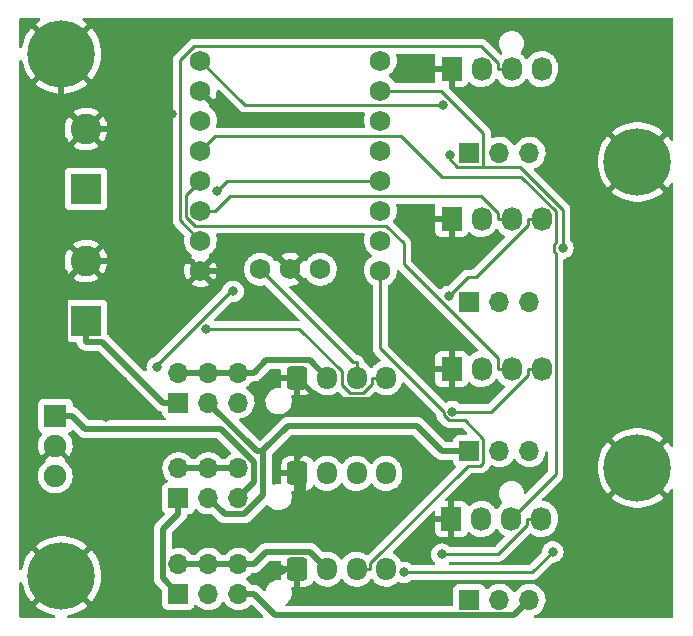
<source format=gbr>
%TF.GenerationSoftware,KiCad,Pcbnew,(6.0.5-0)*%
%TF.CreationDate,2022-08-11T13:14:41+02:00*%
%TF.ProjectId,tiny-fan,74696e79-2d66-4616-9e2e-6b696361645f,rev?*%
%TF.SameCoordinates,Original*%
%TF.FileFunction,Copper,L1,Top*%
%TF.FilePolarity,Positive*%
%FSLAX46Y46*%
G04 Gerber Fmt 4.6, Leading zero omitted, Abs format (unit mm)*
G04 Created by KiCad (PCBNEW (6.0.5-0)) date 2022-08-11 13:14:41*
%MOMM*%
%LPD*%
G01*
G04 APERTURE LIST*
G04 Aperture macros list*
%AMRoundRect*
0 Rectangle with rounded corners*
0 $1 Rounding radius*
0 $2 $3 $4 $5 $6 $7 $8 $9 X,Y pos of 4 corners*
0 Add a 4 corners polygon primitive as box body*
4,1,4,$2,$3,$4,$5,$6,$7,$8,$9,$2,$3,0*
0 Add four circle primitives for the rounded corners*
1,1,$1+$1,$2,$3*
1,1,$1+$1,$4,$5*
1,1,$1+$1,$6,$7*
1,1,$1+$1,$8,$9*
0 Add four rect primitives between the rounded corners*
20,1,$1+$1,$2,$3,$4,$5,0*
20,1,$1+$1,$4,$5,$6,$7,0*
20,1,$1+$1,$6,$7,$8,$9,0*
20,1,$1+$1,$8,$9,$2,$3,0*%
G04 Aperture macros list end*
%TA.AperFunction,ComponentPad*%
%ADD10C,1.752600*%
%TD*%
%TA.AperFunction,ComponentPad*%
%ADD11C,2.600000*%
%TD*%
%TA.AperFunction,ComponentPad*%
%ADD12R,2.600000X2.600000*%
%TD*%
%TA.AperFunction,ComponentPad*%
%ADD13C,5.700000*%
%TD*%
%TA.AperFunction,ComponentPad*%
%ADD14R,1.700000X1.700000*%
%TD*%
%TA.AperFunction,ComponentPad*%
%ADD15O,1.700000X1.700000*%
%TD*%
%TA.AperFunction,ComponentPad*%
%ADD16RoundRect,0.250000X-0.600000X-0.725000X0.600000X-0.725000X0.600000X0.725000X-0.600000X0.725000X0*%
%TD*%
%TA.AperFunction,ComponentPad*%
%ADD17O,1.700000X1.950000*%
%TD*%
%TA.AperFunction,ComponentPad*%
%ADD18R,1.730000X2.030000*%
%TD*%
%TA.AperFunction,ComponentPad*%
%ADD19O,1.730000X2.030000*%
%TD*%
%TA.AperFunction,ComponentPad*%
%ADD20R,1.910000X1.910000*%
%TD*%
%TA.AperFunction,ComponentPad*%
%ADD21C,1.910000*%
%TD*%
%TA.AperFunction,ViaPad*%
%ADD22C,0.800000*%
%TD*%
%TA.AperFunction,Conductor*%
%ADD23C,0.500000*%
%TD*%
%TA.AperFunction,Conductor*%
%ADD24C,0.250000*%
%TD*%
G04 APERTURE END LIST*
D10*
%TO.P,U2,19,DIO*%
%TO.N,AUX2RPM*%
X39587000Y-35768581D03*
%TO.P,U2,18,GND*%
%TO.N,GND*%
X37047000Y-35768581D03*
%TO.P,U2,17,CLK*%
%TO.N,AUX1RPM*%
X34507000Y-35768581D03*
%TO.P,U2,16,GP0*%
%TO.N,FAN1PWM*%
X44667000Y-18098581D03*
%TO.P,U2,15,GP1*%
%TO.N,FAN2PWM*%
X44667000Y-20638581D03*
%TO.P,U2,14,GP2*%
%TO.N,FAN3PWM*%
X44667000Y-23178581D03*
%TO.P,U2,13,GP3*%
%TO.N,FAN4PWM*%
X44667000Y-25718581D03*
%TO.P,U2,12,GP4*%
%TO.N,AUX1PWM*%
X44667000Y-28258581D03*
%TO.P,U2,11,GP5*%
%TO.N,AUX2PWM*%
X44667000Y-30798581D03*
%TO.P,U2,10,GP6*%
%TO.N,AUX3PWM*%
X44667000Y-33338581D03*
%TO.P,U2,9,GP7*%
%TO.N,AUX3RPM*%
X44667000Y-35878581D03*
%TO.P,U2,8,GND*%
%TO.N,GND*%
X29427000Y-35878581D03*
%TO.P,U2,7,GP26*%
%TO.N,FAN1RPM*%
X29427000Y-33338581D03*
%TO.P,U2,6,GP27*%
%TO.N,FAN2RPM*%
X29427000Y-30798581D03*
%TO.P,U2,5,GP28*%
%TO.N,FAN3RPM*%
X29427000Y-28258581D03*
%TO.P,U2,4,GP29*%
%TO.N,FAN4RPM*%
X29427000Y-25718581D03*
%TO.P,U2,3,3V3*%
%TO.N,+3V3*%
X29427000Y-23178581D03*
%TO.P,U2,2,GND*%
%TO.N,GND*%
X29427000Y-20638581D03*
%TO.P,U2,1,VBUS*%
%TO.N,+5VA*%
X29427000Y-18098581D03*
%TD*%
D11*
%TO.P,5VIN1,2,Pin_2*%
%TO.N,GND*%
X19751000Y-35062000D03*
D12*
%TO.P,5VIN1,1,Pin_1*%
%TO.N,+5V*%
X19751000Y-40142000D03*
%TD*%
D13*
%TO.P,REF4,1*%
%TO.N,GND*%
X66436000Y-52583000D03*
%TD*%
%TO.P,REF3,1*%
%TO.N,GND*%
X66436000Y-26675000D03*
%TD*%
%TO.P,REF2,1*%
%TO.N,GND*%
X17668000Y-61727000D03*
%TD*%
%TO.P,REF1,1*%
%TO.N,GND*%
X17668000Y-17531000D03*
%TD*%
D14*
%TO.P,AUX3PWR1,1,Pin_1*%
%TO.N,+5V*%
X27574000Y-63251000D03*
D15*
%TO.P,AUX3PWR1,2,Pin_2*%
%TO.N,AUX3PWR*%
X27574000Y-60711000D03*
%TO.P,AUX3PWR1,3,Pin_3*%
%TO.N,+12V*%
X30114000Y-63251000D03*
%TO.P,AUX3PWR1,4,Pin_4*%
%TO.N,AUX3PWR*%
X30114000Y-60711000D03*
%TO.P,AUX3PWR1,5,Pin_5*%
%TO.N,+24V*%
X32654000Y-63251000D03*
%TO.P,AUX3PWR1,6,Pin_6*%
%TO.N,AUX3PWR*%
X32654000Y-60711000D03*
%TD*%
D14*
%TO.P,AUX2PWR1,1,Pin_1*%
%TO.N,+5V*%
X27574000Y-55148500D03*
D15*
%TO.P,AUX2PWR1,2,Pin_2*%
%TO.N,AUX2PWR*%
X27574000Y-52608500D03*
%TO.P,AUX2PWR1,3,Pin_3*%
%TO.N,+12V*%
X30114000Y-55148500D03*
%TO.P,AUX2PWR1,4,Pin_4*%
%TO.N,AUX2PWR*%
X30114000Y-52608500D03*
%TO.P,AUX2PWR1,5,Pin_5*%
%TO.N,+24V*%
X32654000Y-55148500D03*
%TO.P,AUX2PWR1,6,Pin_6*%
%TO.N,AUX2PWR*%
X32654000Y-52608500D03*
%TD*%
D14*
%TO.P,AUX1PWR1,1,Pin_1*%
%TO.N,+5V*%
X27574000Y-47046000D03*
D15*
%TO.P,AUX1PWR1,2,Pin_2*%
%TO.N,AUX1PWR*%
X27574000Y-44506000D03*
%TO.P,AUX1PWR1,3,Pin_3*%
%TO.N,+12V*%
X30114000Y-47046000D03*
%TO.P,AUX1PWR1,4,Pin_4*%
%TO.N,AUX1PWR*%
X30114000Y-44506000D03*
%TO.P,AUX1PWR1,5,Pin_5*%
%TO.N,+24V*%
X32654000Y-47046000D03*
%TO.P,AUX1PWR1,6,Pin_6*%
%TO.N,AUX1PWR*%
X32654000Y-44506000D03*
%TD*%
D16*
%TO.P,AUX3,1,Pin_1*%
%TO.N,GND*%
X37652000Y-61151000D03*
D17*
%TO.P,AUX3,2,Pin_2*%
%TO.N,AUX3PWR*%
X40152000Y-61151000D03*
%TO.P,AUX3,3,Pin_3*%
%TO.N,AUX3RPM*%
X42652000Y-61151000D03*
%TO.P,AUX3,4,Pin_4*%
%TO.N,Net-(AUX3-Pad4)*%
X45152000Y-61151000D03*
%TD*%
%TO.P,AUX2,4,Pin_4*%
%TO.N,Net-(AUX2-Pad4)*%
X45152000Y-53048500D03*
%TO.P,AUX2,3,Pin_3*%
%TO.N,AUX2RPM*%
X42652000Y-53048500D03*
%TO.P,AUX2,2,Pin_2*%
%TO.N,AUX2PWR*%
X40152000Y-53048500D03*
D16*
%TO.P,AUX2,1,Pin_1*%
%TO.N,GND*%
X37652000Y-53048500D03*
%TD*%
D17*
%TO.P,AUX1,4,Pin_4*%
%TO.N,Net-(AUX1-Pad4)*%
X45152000Y-44946000D03*
%TO.P,AUX1,3,Pin_3*%
%TO.N,AUX1RPM*%
X42652000Y-44946000D03*
%TO.P,AUX1,2,Pin_2*%
%TO.N,AUX1PWR*%
X40152000Y-44946000D03*
D16*
%TO.P,AUX1,1,Pin_1*%
%TO.N,GND*%
X37652000Y-44946000D03*
%TD*%
D18*
%TO.P,FAN4,1,Pin_1*%
%TO.N,GND*%
X50688000Y-56901000D03*
D19*
%TO.P,FAN4,2,Pin_2*%
%TO.N,FAN4PWR*%
X53228000Y-56901000D03*
%TO.P,FAN4,3,Pin_3*%
%TO.N,FAN4RPM*%
X55768000Y-56901000D03*
%TO.P,FAN4,4,Pin_4*%
%TO.N,Net-(FAN4-Pad4)*%
X58308000Y-56901000D03*
%TD*%
D18*
%TO.P,FAN3,1,Pin_1*%
%TO.N,GND*%
X50698000Y-44201000D03*
D19*
%TO.P,FAN3,2,Pin_2*%
%TO.N,FAN3PWR*%
X53238000Y-44201000D03*
%TO.P,FAN3,3,Pin_3*%
%TO.N,FAN3RPM*%
X55778000Y-44201000D03*
%TO.P,FAN3,4,Pin_4*%
%TO.N,Net-(FAN3-Pad4)*%
X58318000Y-44201000D03*
%TD*%
D18*
%TO.P,FAN2,1,Pin_1*%
%TO.N,GND*%
X50698000Y-31501000D03*
D19*
%TO.P,FAN2,2,Pin_2*%
%TO.N,FAN2PWR*%
X53238000Y-31501000D03*
%TO.P,FAN2,3,Pin_3*%
%TO.N,FAN2RPM*%
X55778000Y-31501000D03*
%TO.P,FAN2,4,Pin_4*%
%TO.N,Net-(FAN2-Pad4)*%
X58318000Y-31501000D03*
%TD*%
D18*
%TO.P,FAN1,1,Pin_1*%
%TO.N,GND*%
X50698000Y-18801000D03*
D19*
%TO.P,FAN1,2,Pin_2*%
%TO.N,FAN1PWR*%
X53238000Y-18801000D03*
%TO.P,FAN1,3,Pin_3*%
%TO.N,FAN1RPM*%
X55778000Y-18801000D03*
%TO.P,FAN1,4,Pin_4*%
%TO.N,Net-(FAN1-Pad4)*%
X58318000Y-18801000D03*
%TD*%
D14*
%TO.P,FAN4PWR1,1,Pin_1*%
%TO.N,+12V*%
X52212000Y-63759000D03*
D15*
%TO.P,FAN4PWR1,2,Pin_2*%
%TO.N,FAN4PWR*%
X54752000Y-63759000D03*
%TO.P,FAN4PWR1,3,Pin_3*%
%TO.N,+24V*%
X57292000Y-63759000D03*
%TD*%
D14*
%TO.P,FAN3PWR1,1,Pin_1*%
%TO.N,+12V*%
X52212000Y-51143700D03*
D15*
%TO.P,FAN3PWR1,2,Pin_2*%
%TO.N,FAN3PWR*%
X54752000Y-51143700D03*
%TO.P,FAN3PWR1,3,Pin_3*%
%TO.N,+24V*%
X57292000Y-51143700D03*
%TD*%
D14*
%TO.P,FAN2PWR1,1,Pin_1*%
%TO.N,+12V*%
X52212000Y-38528300D03*
D15*
%TO.P,FAN2PWR1,2,Pin_2*%
%TO.N,FAN2PWR*%
X54752000Y-38528300D03*
%TO.P,FAN2PWR1,3,Pin_3*%
%TO.N,+24V*%
X57292000Y-38528300D03*
%TD*%
%TO.P,FAN1PWR1,3,Pin_3*%
%TO.N,+24V*%
X57292000Y-25913000D03*
%TO.P,FAN1PWR1,2,Pin_2*%
%TO.N,FAN1PWR*%
X54752000Y-25913000D03*
D14*
%TO.P,FAN1PWR1,1,Pin_1*%
%TO.N,+12V*%
X52212000Y-25913000D03*
%TD*%
D20*
%TO.P,U1,1,IN*%
%TO.N,+24V*%
X17154000Y-48174500D03*
D21*
%TO.P,U1,2,GND*%
%TO.N,GND*%
X17154000Y-50724500D03*
%TO.P,U1,3,OUT*%
%TO.N,+12V*%
X17154000Y-53274500D03*
%TD*%
D11*
%TO.P,24VIN1,2,Pin_2*%
%TO.N,GND*%
X19751000Y-23886000D03*
D12*
%TO.P,24VIN1,1,Pin_1*%
%TO.N,+24V*%
X19751000Y-28966000D03*
%TD*%
D22*
%TO.N,GND*%
X47821200Y-44213409D03*
X47244000Y-46482000D03*
X38608000Y-50748400D03*
X38100000Y-56896000D03*
X36322000Y-61214000D03*
X23622000Y-54864000D03*
X22860000Y-45212000D03*
X26998900Y-22606000D03*
%TO.N,Net-(FAN4-Pad4)*%
X49881800Y-59890300D03*
%TO.N,Net-(FAN3-Pad4)*%
X50755900Y-47812500D03*
%TO.N,Net-(FAN2-Pad4)*%
X50464800Y-38062200D03*
%TO.N,Net-(AUX3-Pad4)*%
X25772900Y-44061500D03*
X32189000Y-37634100D03*
%TO.N,Net-(AUX1-Pad4)*%
X29885100Y-40808700D03*
%TO.N,+5VA*%
X49969100Y-21840300D03*
%TO.N,AUX1PWM*%
X30864200Y-29098600D03*
%TO.N,FAN2PWM*%
X50544300Y-26073700D03*
X60123400Y-33964600D03*
%TO.N,FAN4PWM*%
X46670800Y-61424700D03*
X59270200Y-59698700D03*
%TO.N,GND*%
X21478000Y-48249700D03*
%TD*%
D23*
%TO.N,GND*%
X50685591Y-44213409D02*
X50698000Y-44201000D01*
X46887380Y-46838620D02*
X47244000Y-46482000D01*
X39544620Y-46838620D02*
X46887380Y-46838620D01*
X37652000Y-44946000D02*
X39544620Y-46838620D01*
X47821200Y-44213409D02*
X50685591Y-44213409D01*
X37652000Y-51704400D02*
X38608000Y-50748400D01*
X37652000Y-53048500D02*
X37652000Y-51704400D01*
%TO.N,+12V*%
X34757300Y-51143700D02*
X34757300Y-51094700D01*
X47752000Y-49022000D02*
X49873700Y-51143700D01*
X34757300Y-51094700D02*
X36830000Y-49022000D01*
X36830000Y-49022000D02*
X47752000Y-49022000D01*
X49873700Y-51143700D02*
X52212000Y-51143700D01*
%TO.N,GND*%
X37652000Y-61151000D02*
X36385000Y-61151000D01*
X36385000Y-61151000D02*
X36322000Y-61214000D01*
X38100000Y-56896000D02*
X38100000Y-53496500D01*
X38100000Y-53496500D02*
X37652000Y-53048500D01*
X23622000Y-54864000D02*
X23622000Y-55773000D01*
X23622000Y-55773000D02*
X17668000Y-61727000D01*
X21321978Y-45212000D02*
X22860000Y-45212000D01*
X18001489Y-41891511D02*
X21321978Y-45212000D01*
X18001489Y-36811511D02*
X18001489Y-41891511D01*
X19751000Y-35062000D02*
X18001489Y-36811511D01*
X31431419Y-35878581D02*
X33528000Y-33782000D01*
X29427000Y-35878581D02*
X31431419Y-35878581D01*
X33528000Y-33782000D02*
X35060419Y-33782000D01*
X35060419Y-33782000D02*
X37047000Y-35768581D01*
X19751000Y-35062000D02*
X28610419Y-35062000D01*
X28610419Y-35062000D02*
X29427000Y-35878581D01*
X25718900Y-23886000D02*
X26998900Y-22606000D01*
X19751000Y-23886000D02*
X25718900Y-23886000D01*
X17668000Y-17531000D02*
X17668000Y-21803000D01*
X17668000Y-21803000D02*
X19751000Y-23886000D01*
D24*
%TO.N,Net-(FAN4-Pad4)*%
X54649200Y-59890300D02*
X49881800Y-59890300D01*
X57117700Y-57421800D02*
X54649200Y-59890300D01*
X57117700Y-56901000D02*
X57117700Y-57421800D01*
X58308000Y-56901000D02*
X57117700Y-56901000D01*
%TO.N,Net-(FAN3-Pad4)*%
X54037000Y-47812500D02*
X50755900Y-47812500D01*
X57127700Y-44721800D02*
X54037000Y-47812500D01*
X57127700Y-44201000D02*
X57127700Y-44721800D01*
X58318000Y-44201000D02*
X57127700Y-44201000D01*
%TO.N,Net-(FAN2-Pad4)*%
X58318000Y-31501000D02*
X57127700Y-31501000D01*
X52106100Y-36420900D02*
X50464800Y-38062200D01*
X52728600Y-36420900D02*
X52106100Y-36420900D01*
X57127700Y-32021800D02*
X52728600Y-36420900D01*
X57127700Y-31501000D02*
X57127700Y-32021800D01*
%TO.N,Net-(AUX3-Pad4)*%
X32033900Y-37634100D02*
X32189000Y-37634100D01*
X25772900Y-43895100D02*
X32033900Y-37634100D01*
X25772900Y-44061500D02*
X25772900Y-43895100D01*
%TO.N,Net-(AUX1-Pad4)*%
X37814800Y-40808700D02*
X29885100Y-40808700D01*
X41402000Y-44395900D02*
X37814800Y-40808700D01*
X41402000Y-45546100D02*
X41402000Y-44395900D01*
X42120000Y-46264100D02*
X41402000Y-45546100D01*
X43172800Y-46264100D02*
X42120000Y-46264100D01*
X43976700Y-45460200D02*
X43172800Y-46264100D01*
X43976700Y-44946000D02*
X43976700Y-45460200D01*
X45152000Y-44946000D02*
X43976700Y-44946000D01*
%TO.N,+5VA*%
X33168700Y-21840300D02*
X49969100Y-21840300D01*
X29427000Y-18098600D02*
X33168700Y-21840300D01*
%TO.N,AUX1PWM*%
X31704200Y-28258600D02*
X30864200Y-29098600D01*
X44667000Y-28258600D02*
X31704200Y-28258600D01*
%TO.N,AUX3RPM*%
X42652000Y-61151000D02*
X43827300Y-61151000D01*
X43827300Y-60636800D02*
X43827300Y-61151000D01*
X52060500Y-52403600D02*
X43827300Y-60636800D01*
X53138900Y-52403600D02*
X52060500Y-52403600D01*
X53387400Y-52155100D02*
X53138900Y-52403600D01*
X53387400Y-50095300D02*
X53387400Y-52155100D01*
X51829900Y-48537800D02*
X53387400Y-50095300D01*
X50455500Y-48537800D02*
X51829900Y-48537800D01*
X50030600Y-48112900D02*
X50455500Y-48537800D01*
X50030600Y-47832000D02*
X50030600Y-48112900D01*
X44667000Y-42468400D02*
X50030600Y-47832000D01*
X44667000Y-35878600D02*
X44667000Y-42468400D01*
%TO.N,AUX1RPM*%
X42384100Y-43645700D02*
X34507000Y-35768600D01*
X42652000Y-43645700D02*
X42384100Y-43645700D01*
X42652000Y-44946000D02*
X42652000Y-43645700D01*
D23*
%TO.N,AUX3PWR*%
X34959800Y-59705500D02*
X33954300Y-60711000D01*
X38706500Y-59705500D02*
X34959800Y-59705500D01*
X40152000Y-61151000D02*
X38706500Y-59705500D01*
X33304200Y-60711000D02*
X33954300Y-60711000D01*
X33304200Y-60711000D02*
X32654000Y-60711000D01*
X32654000Y-60711000D02*
X30114000Y-60711000D01*
X30114000Y-60711000D02*
X27574000Y-60711000D01*
%TO.N,AUX2PWR*%
X32654000Y-52608500D02*
X30114000Y-52608500D01*
X30114000Y-52608500D02*
X27574000Y-52608500D01*
%TO.N,AUX1PWR*%
X34983600Y-43476700D02*
X33954300Y-44506000D01*
X38682700Y-43476700D02*
X34983600Y-43476700D01*
X40152000Y-44946000D02*
X38682700Y-43476700D01*
X33304200Y-44506000D02*
X33954300Y-44506000D01*
X33304200Y-44506000D02*
X32654000Y-44506000D01*
X32654000Y-44506000D02*
X30114000Y-44506000D01*
X30114000Y-44506000D02*
X27574000Y-44506000D01*
%TO.N,+12V*%
X31484500Y-56519000D02*
X30114000Y-55148500D01*
X33138800Y-56519000D02*
X31484500Y-56519000D01*
X34757300Y-54900500D02*
X33138800Y-56519000D01*
X34757300Y-51143700D02*
X34757300Y-54900500D01*
X34211700Y-51143700D02*
X30114000Y-47046000D01*
X34757300Y-51143700D02*
X34211700Y-51143700D01*
%TO.N,+24V*%
X35769500Y-65066200D02*
X33954300Y-63251000D01*
X55984800Y-65066200D02*
X35769500Y-65066200D01*
X57292000Y-63759000D02*
X55984800Y-65066200D01*
X32654000Y-63251000D02*
X33954300Y-63251000D01*
X19703900Y-49319100D02*
X18559300Y-48174500D01*
X31203800Y-49319100D02*
X19703900Y-49319100D01*
X34002300Y-52117600D02*
X31203800Y-49319100D01*
X34002300Y-53800200D02*
X34002300Y-52117600D01*
X32654000Y-55148500D02*
X34002300Y-53800200D01*
X17154000Y-48174500D02*
X18559300Y-48174500D01*
D24*
%TO.N,FAN2PWM*%
X49793200Y-20638600D02*
X44667000Y-20638600D01*
X53387400Y-24232800D02*
X49793200Y-20638600D01*
X53387400Y-27088400D02*
X53387400Y-24232800D01*
X51161900Y-27088400D02*
X53387400Y-27088400D01*
X50544300Y-26470800D02*
X51161900Y-27088400D01*
X50544300Y-26073700D02*
X50544300Y-26470800D01*
X60123400Y-30738000D02*
X60123400Y-33964600D01*
X56473800Y-27088400D02*
X60123400Y-30738000D01*
X53387400Y-27088400D02*
X56473800Y-27088400D01*
%TO.N,FAN4PWM*%
X57544200Y-61424700D02*
X59270200Y-59698700D01*
X46670800Y-61424700D02*
X57544200Y-61424700D01*
%TO.N,FAN1RPM*%
X27723400Y-31635000D02*
X29427000Y-33338600D01*
X27723400Y-18079500D02*
X27723400Y-31635000D01*
X28911100Y-16891800D02*
X27723400Y-18079500D01*
X53199300Y-16891800D02*
X28911100Y-16891800D01*
X54587700Y-18280200D02*
X53199300Y-16891800D01*
X54587700Y-18801000D02*
X54587700Y-18280200D01*
X55778000Y-18801000D02*
X54587700Y-18801000D01*
%TO.N,FAN2RPM*%
X30704600Y-30798600D02*
X29427000Y-30798600D01*
X31920000Y-29583200D02*
X30704600Y-30798600D01*
X53190700Y-29583200D02*
X31920000Y-29583200D01*
X54587700Y-30980200D02*
X53190700Y-29583200D01*
X54587700Y-31501000D02*
X54587700Y-30980200D01*
X55778000Y-31501000D02*
X54587700Y-31501000D01*
%TO.N,FAN3RPM*%
X28219500Y-29466100D02*
X29427000Y-28258600D01*
X28219500Y-31299700D02*
X28219500Y-29466100D01*
X28988400Y-32068600D02*
X28219500Y-31299700D01*
X45125400Y-32068600D02*
X28988400Y-32068600D01*
X46632100Y-33575300D02*
X45125400Y-32068600D01*
X46632100Y-35281200D02*
X46632100Y-33575300D01*
X54587700Y-43236800D02*
X46632100Y-35281200D01*
X54587700Y-44201000D02*
X54587700Y-43236800D01*
X55778000Y-44201000D02*
X54587700Y-44201000D01*
%TO.N,FAN4RPM*%
X59530000Y-53139000D02*
X55768000Y-56901000D01*
X59530000Y-34396900D02*
X59530000Y-53139000D01*
X59398100Y-34265000D02*
X59530000Y-34396900D01*
X59398100Y-33664200D02*
X59398100Y-34265000D01*
X59530000Y-33532300D02*
X59398100Y-33664200D01*
X59530000Y-30866300D02*
X59530000Y-33532300D01*
X56591200Y-27927500D02*
X59530000Y-30866300D01*
X49848000Y-27927500D02*
X56591200Y-27927500D01*
X46384400Y-24463900D02*
X49848000Y-27927500D01*
X30681700Y-24463900D02*
X46384400Y-24463900D01*
X29427000Y-25718600D02*
X30681700Y-24463900D01*
D23*
%TO.N,+5V*%
X21120000Y-41892300D02*
X19751000Y-41892300D01*
X26273700Y-47046000D02*
X21120000Y-41892300D01*
X27574000Y-47046000D02*
X26273700Y-47046000D01*
X19751000Y-40142000D02*
X19751000Y-41892300D01*
X26255600Y-61932600D02*
X27574000Y-63251000D01*
X26255600Y-57767200D02*
X26255600Y-61932600D01*
X27574000Y-56448800D02*
X26255600Y-57767200D01*
X27574000Y-55148500D02*
X27574000Y-56448800D01*
%TD*%
%TA.AperFunction,Conductor*%
%TO.N,GND*%
G36*
X15833305Y-14503502D02*
G01*
X15879798Y-14557158D01*
X15889902Y-14627432D01*
X15860408Y-14692012D01*
X15829891Y-14717616D01*
X15790397Y-14741253D01*
X15784744Y-14745066D01*
X15500094Y-14960346D01*
X15494891Y-14964742D01*
X15490601Y-14968785D01*
X15482580Y-14982492D01*
X15482615Y-14983333D01*
X15487667Y-14991457D01*
X17655188Y-17158978D01*
X17669132Y-17166592D01*
X17670965Y-17166461D01*
X17677580Y-17162210D01*
X19846166Y-14993624D01*
X19853780Y-14979680D01*
X19853712Y-14978723D01*
X19848771Y-14971251D01*
X19844870Y-14967931D01*
X19560958Y-14751649D01*
X19555333Y-14747825D01*
X19504879Y-14717390D01*
X19456881Y-14665076D01*
X19444786Y-14595118D01*
X19472433Y-14529725D01*
X19531044Y-14489661D01*
X19569962Y-14483500D01*
X69357500Y-14483500D01*
X69425621Y-14503502D01*
X69472114Y-14557158D01*
X69483500Y-14609500D01*
X69483500Y-24775681D01*
X69463498Y-24843802D01*
X69409842Y-24890295D01*
X69339568Y-24900399D01*
X69274988Y-24870905D01*
X69253164Y-24846321D01*
X69116588Y-24644598D01*
X69112467Y-24639170D01*
X68995041Y-24500704D01*
X68982215Y-24492267D01*
X68971890Y-24498320D01*
X66808022Y-26662188D01*
X66800408Y-26676132D01*
X66800539Y-26677965D01*
X66804790Y-26684580D01*
X68970463Y-28850253D01*
X68984060Y-28857678D01*
X68993669Y-28850981D01*
X69098197Y-28729457D01*
X69102346Y-28724069D01*
X69253660Y-28503905D01*
X69308728Y-28459094D01*
X69379281Y-28451169D01*
X69442919Y-28482646D01*
X69479436Y-28543530D01*
X69483500Y-28575272D01*
X69483500Y-50683681D01*
X69463498Y-50751802D01*
X69409842Y-50798295D01*
X69339568Y-50808399D01*
X69274988Y-50778905D01*
X69253164Y-50754321D01*
X69116588Y-50552598D01*
X69112467Y-50547170D01*
X68995041Y-50408704D01*
X68982215Y-50400267D01*
X68971890Y-50406320D01*
X66808022Y-52570188D01*
X66800408Y-52584132D01*
X66800539Y-52585965D01*
X66804790Y-52592580D01*
X68970463Y-54758253D01*
X68984060Y-54765678D01*
X68993669Y-54758981D01*
X69098197Y-54637457D01*
X69102346Y-54632069D01*
X69253660Y-54411905D01*
X69308728Y-54367094D01*
X69379281Y-54359169D01*
X69442919Y-54390646D01*
X69479436Y-54451530D01*
X69483500Y-54483272D01*
X69483500Y-65156500D01*
X69463498Y-65224621D01*
X69409842Y-65271114D01*
X69357500Y-65282500D01*
X57800127Y-65282500D01*
X57732006Y-65262498D01*
X57685513Y-65208842D01*
X57675409Y-65138568D01*
X57704903Y-65073988D01*
X57763919Y-65035815D01*
X57784418Y-65029665D01*
X57784430Y-65029660D01*
X57789384Y-65028174D01*
X57989994Y-64929896D01*
X58171860Y-64800173D01*
X58330096Y-64642489D01*
X58351464Y-64612753D01*
X58457435Y-64465277D01*
X58460453Y-64461077D01*
X58479818Y-64421896D01*
X58557136Y-64265453D01*
X58557137Y-64265451D01*
X58559430Y-64260811D01*
X58624370Y-64047069D01*
X58653529Y-63825590D01*
X58654339Y-63792447D01*
X58655074Y-63762365D01*
X58655074Y-63762361D01*
X58655156Y-63759000D01*
X58636852Y-63536361D01*
X58582431Y-63319702D01*
X58493354Y-63114840D01*
X58453906Y-63053862D01*
X58374822Y-62931617D01*
X58374820Y-62931614D01*
X58372014Y-62927277D01*
X58221670Y-62762051D01*
X58217619Y-62758852D01*
X58217615Y-62758848D01*
X58050414Y-62626800D01*
X58050410Y-62626798D01*
X58046359Y-62623598D01*
X58005905Y-62601266D01*
X57972819Y-62583002D01*
X57850789Y-62515638D01*
X57845920Y-62513914D01*
X57845916Y-62513912D01*
X57645087Y-62442795D01*
X57645083Y-62442794D01*
X57640212Y-62441069D01*
X57635119Y-62440162D01*
X57635116Y-62440161D01*
X57425373Y-62402800D01*
X57425367Y-62402799D01*
X57420284Y-62401894D01*
X57346452Y-62400992D01*
X57202081Y-62399228D01*
X57202079Y-62399228D01*
X57196911Y-62399165D01*
X56976091Y-62432955D01*
X56763756Y-62502357D01*
X56733443Y-62518137D01*
X56608839Y-62583002D01*
X56565607Y-62605507D01*
X56561474Y-62608610D01*
X56561471Y-62608612D01*
X56405871Y-62725440D01*
X56386965Y-62739635D01*
X56365205Y-62762406D01*
X56245881Y-62887271D01*
X56232629Y-62901138D01*
X56125201Y-63058621D01*
X56070293Y-63103621D01*
X55999768Y-63111792D01*
X55936021Y-63080538D01*
X55915324Y-63056054D01*
X55834822Y-62931617D01*
X55834820Y-62931614D01*
X55832014Y-62927277D01*
X55681670Y-62762051D01*
X55677619Y-62758852D01*
X55677615Y-62758848D01*
X55510414Y-62626800D01*
X55510410Y-62626798D01*
X55506359Y-62623598D01*
X55465905Y-62601266D01*
X55432819Y-62583002D01*
X55310789Y-62515638D01*
X55305920Y-62513914D01*
X55305916Y-62513912D01*
X55105087Y-62442795D01*
X55105083Y-62442794D01*
X55100212Y-62441069D01*
X55095119Y-62440162D01*
X55095116Y-62440161D01*
X54885373Y-62402800D01*
X54885367Y-62402799D01*
X54880284Y-62401894D01*
X54806452Y-62400992D01*
X54662081Y-62399228D01*
X54662079Y-62399228D01*
X54656911Y-62399165D01*
X54436091Y-62432955D01*
X54223756Y-62502357D01*
X54193443Y-62518137D01*
X54068839Y-62583002D01*
X54025607Y-62605507D01*
X54021474Y-62608610D01*
X54021471Y-62608612D01*
X53865871Y-62725440D01*
X53846965Y-62739635D01*
X53790537Y-62798684D01*
X53766283Y-62824064D01*
X53704759Y-62859494D01*
X53633846Y-62856037D01*
X53576060Y-62814791D01*
X53557207Y-62781243D01*
X53515767Y-62670703D01*
X53512615Y-62662295D01*
X53425261Y-62545739D01*
X53308705Y-62458385D01*
X53172316Y-62407255D01*
X53110134Y-62400500D01*
X51313866Y-62400500D01*
X51251684Y-62407255D01*
X51115295Y-62458385D01*
X50998739Y-62545739D01*
X50911385Y-62662295D01*
X50860255Y-62798684D01*
X50853500Y-62860866D01*
X50853500Y-64181700D01*
X50833498Y-64249821D01*
X50779842Y-64296314D01*
X50727500Y-64307700D01*
X36738344Y-64307700D01*
X36670223Y-64287698D01*
X36623730Y-64234042D01*
X36613626Y-64163768D01*
X36643120Y-64099188D01*
X36660511Y-64082614D01*
X36815202Y-63961102D01*
X36819920Y-63957396D01*
X36823852Y-63952865D01*
X36823855Y-63952862D01*
X36954621Y-63802167D01*
X36958552Y-63797637D01*
X36961552Y-63792451D01*
X36961555Y-63792447D01*
X37061467Y-63619742D01*
X37064473Y-63614546D01*
X37133861Y-63414729D01*
X37146912Y-63324720D01*
X37163352Y-63211336D01*
X37163352Y-63211333D01*
X37164213Y-63205396D01*
X37154433Y-62994101D01*
X37105129Y-62789520D01*
X37108614Y-62718610D01*
X37149883Y-62660840D01*
X37215834Y-62634553D01*
X37227622Y-62634000D01*
X37379885Y-62634000D01*
X37395124Y-62629525D01*
X37396329Y-62628135D01*
X37398000Y-62620452D01*
X37398000Y-61423115D01*
X37393525Y-61407876D01*
X37392135Y-61406671D01*
X37384452Y-61405000D01*
X36312116Y-61405000D01*
X36296877Y-61409475D01*
X36295672Y-61410865D01*
X36294001Y-61418548D01*
X36294001Y-61917066D01*
X36273999Y-61985187D01*
X36220343Y-62031680D01*
X36160754Y-62040910D01*
X36160663Y-62042772D01*
X36156643Y-62042575D01*
X36156626Y-62042575D01*
X36155101Y-62042500D01*
X35999154Y-62042500D01*
X35841434Y-62057548D01*
X35638466Y-62117092D01*
X35633139Y-62119836D01*
X35633138Y-62119836D01*
X35455751Y-62211196D01*
X35455748Y-62211198D01*
X35450420Y-62213942D01*
X35284080Y-62344604D01*
X35280148Y-62349135D01*
X35280145Y-62349138D01*
X35205689Y-62434941D01*
X35145448Y-62504363D01*
X35142448Y-62509549D01*
X35142445Y-62509553D01*
X35070451Y-62634000D01*
X35039527Y-62687454D01*
X34970139Y-62887271D01*
X34969278Y-62893206D01*
X34969278Y-62893208D01*
X34967343Y-62906555D01*
X34937774Y-62971101D01*
X34878003Y-63009414D01*
X34807006Y-63009330D01*
X34753552Y-62977571D01*
X34538070Y-62762089D01*
X34525684Y-62747677D01*
X34517151Y-62736082D01*
X34517146Y-62736077D01*
X34512808Y-62730182D01*
X34507230Y-62725443D01*
X34507227Y-62725440D01*
X34472532Y-62695965D01*
X34465016Y-62689035D01*
X34459321Y-62683340D01*
X34443348Y-62670703D01*
X34437049Y-62665719D01*
X34433645Y-62662928D01*
X34383597Y-62620409D01*
X34383595Y-62620408D01*
X34378015Y-62615667D01*
X34371499Y-62612339D01*
X34366450Y-62608972D01*
X34361321Y-62605805D01*
X34355584Y-62601266D01*
X34289425Y-62570345D01*
X34285525Y-62568439D01*
X34220492Y-62535231D01*
X34213384Y-62533492D01*
X34207741Y-62531393D01*
X34201978Y-62529476D01*
X34195350Y-62526378D01*
X34123883Y-62511513D01*
X34119599Y-62510543D01*
X34115553Y-62509553D01*
X34048690Y-62493192D01*
X34043088Y-62492844D01*
X34043085Y-62492844D01*
X34037536Y-62492500D01*
X34037538Y-62492464D01*
X34033545Y-62492225D01*
X34029353Y-62491851D01*
X34022185Y-62490360D01*
X33955975Y-62492151D01*
X33944779Y-62492454D01*
X33941372Y-62492500D01*
X33849939Y-62492500D01*
X33781818Y-62472498D01*
X33744147Y-62434941D01*
X33744027Y-62434754D01*
X33734014Y-62419277D01*
X33583670Y-62254051D01*
X33579619Y-62250852D01*
X33579615Y-62250848D01*
X33412414Y-62118800D01*
X33412410Y-62118798D01*
X33408359Y-62115598D01*
X33367053Y-62092796D01*
X33317084Y-62042364D01*
X33302312Y-61972921D01*
X33327428Y-61906516D01*
X33354780Y-61879909D01*
X33400474Y-61847316D01*
X33533860Y-61752173D01*
X33560935Y-61725193D01*
X33688435Y-61598137D01*
X33692096Y-61594489D01*
X33744203Y-61521974D01*
X33800198Y-61478326D01*
X33846526Y-61469500D01*
X33887230Y-61469500D01*
X33906180Y-61470933D01*
X33920415Y-61473099D01*
X33920419Y-61473099D01*
X33927649Y-61474199D01*
X33934941Y-61473606D01*
X33934944Y-61473606D01*
X33980318Y-61469915D01*
X33990533Y-61469500D01*
X33998593Y-61469500D01*
X34011883Y-61467951D01*
X34026807Y-61466211D01*
X34031182Y-61465778D01*
X34096639Y-61460454D01*
X34096642Y-61460453D01*
X34103937Y-61459860D01*
X34110901Y-61457604D01*
X34116860Y-61456413D01*
X34122715Y-61455029D01*
X34129981Y-61454182D01*
X34198627Y-61429265D01*
X34202755Y-61427848D01*
X34265236Y-61407607D01*
X34265238Y-61407606D01*
X34272199Y-61405351D01*
X34278454Y-61401555D01*
X34283928Y-61399049D01*
X34289358Y-61396330D01*
X34296237Y-61393833D01*
X34344087Y-61362461D01*
X34357276Y-61353814D01*
X34360980Y-61351477D01*
X34423407Y-61313595D01*
X34431784Y-61306197D01*
X34431808Y-61306224D01*
X34434800Y-61303571D01*
X34438033Y-61300868D01*
X34444152Y-61296856D01*
X34497428Y-61240617D01*
X34499806Y-61238175D01*
X35237076Y-60500905D01*
X35299388Y-60466879D01*
X35326171Y-60464000D01*
X36168000Y-60464000D01*
X36236121Y-60484002D01*
X36282614Y-60537658D01*
X36294000Y-60590000D01*
X36294000Y-60878885D01*
X36298475Y-60894124D01*
X36299865Y-60895329D01*
X36307548Y-60897000D01*
X37780000Y-60897000D01*
X37848121Y-60917002D01*
X37894614Y-60970658D01*
X37906000Y-61023000D01*
X37906000Y-62615884D01*
X37910475Y-62631123D01*
X37911865Y-62632328D01*
X37919548Y-62633999D01*
X38299095Y-62633999D01*
X38305614Y-62633662D01*
X38401206Y-62623743D01*
X38414600Y-62620851D01*
X38568784Y-62569412D01*
X38581962Y-62563239D01*
X38719807Y-62477937D01*
X38731208Y-62468901D01*
X38845739Y-62354171D01*
X38854753Y-62342757D01*
X38940723Y-62203287D01*
X38993495Y-62155793D01*
X39063566Y-62144369D01*
X39128690Y-62172643D01*
X39139149Y-62182426D01*
X39248576Y-62297135D01*
X39433542Y-62434754D01*
X39438293Y-62437170D01*
X39438297Y-62437172D01*
X39490614Y-62463771D01*
X39639051Y-62539240D01*
X39644145Y-62540822D01*
X39644148Y-62540823D01*
X39820626Y-62595621D01*
X39859227Y-62607607D01*
X39864516Y-62608308D01*
X40082489Y-62637198D01*
X40082494Y-62637198D01*
X40087774Y-62637898D01*
X40093103Y-62637698D01*
X40093105Y-62637698D01*
X40202966Y-62633574D01*
X40318158Y-62629249D01*
X40323468Y-62628135D01*
X40538572Y-62583002D01*
X40543791Y-62581907D01*
X40548750Y-62579949D01*
X40548752Y-62579948D01*
X40753256Y-62499185D01*
X40753258Y-62499184D01*
X40758221Y-62497224D01*
X40766066Y-62492464D01*
X40950757Y-62380390D01*
X40950756Y-62380390D01*
X40955317Y-62377623D01*
X41036944Y-62306791D01*
X41125412Y-62230023D01*
X41125414Y-62230021D01*
X41129445Y-62226523D01*
X41187440Y-62155793D01*
X41272240Y-62052373D01*
X41272244Y-62052367D01*
X41275624Y-62048245D01*
X41293552Y-62016750D01*
X41344632Y-61967445D01*
X41414262Y-61953583D01*
X41480333Y-61979566D01*
X41507573Y-62008716D01*
X41589441Y-62130319D01*
X41593120Y-62134176D01*
X41593122Y-62134178D01*
X41659049Y-62203287D01*
X41748576Y-62297135D01*
X41933542Y-62434754D01*
X41938293Y-62437170D01*
X41938297Y-62437172D01*
X41990614Y-62463771D01*
X42139051Y-62539240D01*
X42144145Y-62540822D01*
X42144148Y-62540823D01*
X42320626Y-62595621D01*
X42359227Y-62607607D01*
X42364516Y-62608308D01*
X42582489Y-62637198D01*
X42582494Y-62637198D01*
X42587774Y-62637898D01*
X42593103Y-62637698D01*
X42593105Y-62637698D01*
X42702966Y-62633574D01*
X42818158Y-62629249D01*
X42823468Y-62628135D01*
X43038572Y-62583002D01*
X43043791Y-62581907D01*
X43048750Y-62579949D01*
X43048752Y-62579948D01*
X43253256Y-62499185D01*
X43253258Y-62499184D01*
X43258221Y-62497224D01*
X43266066Y-62492464D01*
X43450757Y-62380390D01*
X43450756Y-62380390D01*
X43455317Y-62377623D01*
X43536944Y-62306791D01*
X43625412Y-62230023D01*
X43625414Y-62230021D01*
X43629445Y-62226523D01*
X43687440Y-62155793D01*
X43772240Y-62052373D01*
X43772244Y-62052367D01*
X43775624Y-62048245D01*
X43793552Y-62016750D01*
X43844632Y-61967445D01*
X43914262Y-61953583D01*
X43980333Y-61979566D01*
X44007573Y-62008716D01*
X44089441Y-62130319D01*
X44093120Y-62134176D01*
X44093122Y-62134178D01*
X44159049Y-62203287D01*
X44248576Y-62297135D01*
X44433542Y-62434754D01*
X44438293Y-62437170D01*
X44438297Y-62437172D01*
X44490614Y-62463771D01*
X44639051Y-62539240D01*
X44644145Y-62540822D01*
X44644148Y-62540823D01*
X44820626Y-62595621D01*
X44859227Y-62607607D01*
X44864516Y-62608308D01*
X45082489Y-62637198D01*
X45082494Y-62637198D01*
X45087774Y-62637898D01*
X45093103Y-62637698D01*
X45093105Y-62637698D01*
X45202966Y-62633574D01*
X45318158Y-62629249D01*
X45323468Y-62628135D01*
X45538572Y-62583002D01*
X45543791Y-62581907D01*
X45548750Y-62579949D01*
X45548752Y-62579948D01*
X45753256Y-62499185D01*
X45753258Y-62499184D01*
X45758221Y-62497224D01*
X45766066Y-62492464D01*
X45950757Y-62380390D01*
X45950756Y-62380390D01*
X45955317Y-62377623D01*
X46105718Y-62247112D01*
X46170277Y-62217573D01*
X46239547Y-62227171D01*
X46382481Y-62290809D01*
X46388512Y-62293494D01*
X46461843Y-62309081D01*
X46568856Y-62331828D01*
X46568861Y-62331828D01*
X46575313Y-62333200D01*
X46766287Y-62333200D01*
X46772739Y-62331828D01*
X46772744Y-62331828D01*
X46879757Y-62309081D01*
X46953088Y-62293494D01*
X46959119Y-62290809D01*
X47121522Y-62218503D01*
X47121524Y-62218502D01*
X47127552Y-62215818D01*
X47144800Y-62203287D01*
X47276714Y-62107445D01*
X47282053Y-62103566D01*
X47286468Y-62098663D01*
X47291380Y-62094240D01*
X47292505Y-62095489D01*
X47345814Y-62062649D01*
X47379000Y-62058200D01*
X57465433Y-62058200D01*
X57476616Y-62058727D01*
X57484109Y-62060402D01*
X57492035Y-62060153D01*
X57492036Y-62060153D01*
X57552186Y-62058262D01*
X57556145Y-62058200D01*
X57584056Y-62058200D01*
X57587991Y-62057703D01*
X57588056Y-62057695D01*
X57599893Y-62056762D01*
X57632151Y-62055748D01*
X57636170Y-62055622D01*
X57644089Y-62055373D01*
X57663543Y-62049721D01*
X57682900Y-62045713D01*
X57695130Y-62044168D01*
X57695131Y-62044168D01*
X57702997Y-62043174D01*
X57710368Y-62040255D01*
X57710370Y-62040255D01*
X57744112Y-62026896D01*
X57755342Y-62023051D01*
X57790183Y-62012929D01*
X57790184Y-62012929D01*
X57797793Y-62010718D01*
X57804612Y-62006685D01*
X57804617Y-62006683D01*
X57815228Y-62000407D01*
X57832976Y-61991712D01*
X57851817Y-61984252D01*
X57887587Y-61958264D01*
X57897507Y-61951748D01*
X57928735Y-61933280D01*
X57928738Y-61933278D01*
X57935562Y-61929242D01*
X57949883Y-61914921D01*
X57964917Y-61902080D01*
X57968805Y-61899255D01*
X57981307Y-61890172D01*
X58009498Y-61856095D01*
X58017488Y-61847316D01*
X59220699Y-60644105D01*
X59283011Y-60610079D01*
X59309794Y-60607200D01*
X59365687Y-60607200D01*
X59372139Y-60605828D01*
X59372144Y-60605828D01*
X59481006Y-60582688D01*
X59552488Y-60567494D01*
X59566874Y-60561089D01*
X59720922Y-60492503D01*
X59720924Y-60492502D01*
X59726952Y-60489818D01*
X59742569Y-60478472D01*
X59813077Y-60427244D01*
X59881453Y-60377566D01*
X59890259Y-60367786D01*
X60004821Y-60240552D01*
X60004822Y-60240551D01*
X60009240Y-60235644D01*
X60104727Y-60070256D01*
X60163742Y-59888628D01*
X60165127Y-59875457D01*
X60183014Y-59705265D01*
X60183704Y-59698700D01*
X60168613Y-59555118D01*
X60164432Y-59515335D01*
X60164432Y-59515333D01*
X60163742Y-59508772D01*
X60104727Y-59327144D01*
X60009240Y-59161756D01*
X59990044Y-59140436D01*
X59885875Y-59024745D01*
X59885874Y-59024744D01*
X59881453Y-59019834D01*
X59726952Y-58907582D01*
X59720924Y-58904898D01*
X59720922Y-58904897D01*
X59558519Y-58832591D01*
X59558518Y-58832591D01*
X59552488Y-58829906D01*
X59459087Y-58810053D01*
X59372144Y-58791572D01*
X59372139Y-58791572D01*
X59365687Y-58790200D01*
X59174713Y-58790200D01*
X59168261Y-58791572D01*
X59168256Y-58791572D01*
X59081313Y-58810053D01*
X58987912Y-58829906D01*
X58981882Y-58832591D01*
X58981881Y-58832591D01*
X58819478Y-58904897D01*
X58819476Y-58904898D01*
X58813448Y-58907582D01*
X58658947Y-59019834D01*
X58654526Y-59024744D01*
X58654525Y-59024745D01*
X58550357Y-59140436D01*
X58531160Y-59161756D01*
X58435673Y-59327144D01*
X58376658Y-59508772D01*
X58359424Y-59672751D01*
X58359293Y-59673993D01*
X58332280Y-59739650D01*
X58323078Y-59749918D01*
X57318700Y-60754295D01*
X57256388Y-60788321D01*
X57229605Y-60791200D01*
X50573669Y-60791200D01*
X50505548Y-60771198D01*
X50459055Y-60717542D01*
X50448951Y-60647268D01*
X50478445Y-60582688D01*
X50488382Y-60572559D01*
X50493053Y-60569166D01*
X50497468Y-60564263D01*
X50502380Y-60559840D01*
X50503505Y-60561089D01*
X50556814Y-60528249D01*
X50590000Y-60523800D01*
X54570433Y-60523800D01*
X54581616Y-60524327D01*
X54589109Y-60526002D01*
X54597035Y-60525753D01*
X54597036Y-60525753D01*
X54657186Y-60523862D01*
X54661145Y-60523800D01*
X54689056Y-60523800D01*
X54692991Y-60523303D01*
X54693056Y-60523295D01*
X54704893Y-60522362D01*
X54739038Y-60521289D01*
X54741170Y-60521222D01*
X54749089Y-60520973D01*
X54768543Y-60515321D01*
X54787900Y-60511313D01*
X54800130Y-60509768D01*
X54800131Y-60509768D01*
X54807997Y-60508774D01*
X54815368Y-60505855D01*
X54815370Y-60505855D01*
X54849112Y-60492496D01*
X54860342Y-60488651D01*
X54895183Y-60478529D01*
X54895184Y-60478529D01*
X54902793Y-60476318D01*
X54909612Y-60472285D01*
X54909617Y-60472283D01*
X54920228Y-60466007D01*
X54937976Y-60457312D01*
X54956817Y-60449852D01*
X54992587Y-60423864D01*
X55002507Y-60417348D01*
X55033735Y-60398880D01*
X55033738Y-60398878D01*
X55040562Y-60394842D01*
X55054883Y-60380521D01*
X55069917Y-60367680D01*
X55086307Y-60355772D01*
X55114498Y-60321695D01*
X55122488Y-60312916D01*
X57293198Y-58142206D01*
X57355510Y-58108180D01*
X57426325Y-58113245D01*
X57457503Y-58130210D01*
X57581609Y-58222548D01*
X57586360Y-58224964D01*
X57586364Y-58224966D01*
X57678331Y-58271724D01*
X57789388Y-58328188D01*
X58011995Y-58397310D01*
X58017284Y-58398011D01*
X58237781Y-58427236D01*
X58237785Y-58427236D01*
X58243065Y-58427936D01*
X58248394Y-58427736D01*
X58248395Y-58427736D01*
X58343124Y-58424179D01*
X58475993Y-58419191D01*
X58704117Y-58371326D01*
X58709076Y-58369368D01*
X58709078Y-58369367D01*
X58832884Y-58320473D01*
X58920914Y-58285708D01*
X59112175Y-58169649D01*
X59115626Y-58167555D01*
X59115629Y-58167553D01*
X59120187Y-58164787D01*
X59185421Y-58108180D01*
X59292204Y-58015518D01*
X59292206Y-58015516D01*
X59296237Y-58012018D01*
X59338341Y-57960669D01*
X59440646Y-57835900D01*
X59440650Y-57835894D01*
X59444030Y-57831772D01*
X59559340Y-57629200D01*
X59569250Y-57601901D01*
X59637051Y-57415112D01*
X59637052Y-57415108D01*
X59638871Y-57410097D01*
X59639821Y-57404845D01*
X59679610Y-57184809D01*
X59679611Y-57184802D01*
X59680348Y-57180725D01*
X59681297Y-57160610D01*
X59681430Y-57157786D01*
X59681430Y-57157779D01*
X59681500Y-57156298D01*
X59681500Y-56692473D01*
X59666759Y-56518743D01*
X59665418Y-56513575D01*
X59609541Y-56298292D01*
X59609539Y-56298288D01*
X59608200Y-56293127D01*
X59546751Y-56156715D01*
X59514655Y-56085464D01*
X59514654Y-56085461D01*
X59512465Y-56080603D01*
X59382291Y-55887248D01*
X59347104Y-55850362D01*
X59276271Y-55776111D01*
X59221399Y-55718590D01*
X59216772Y-55715147D01*
X59038673Y-55582638D01*
X59038674Y-55582638D01*
X59034391Y-55579452D01*
X59029640Y-55577036D01*
X59029636Y-55577034D01*
X58901813Y-55512046D01*
X58826612Y-55473812D01*
X58604005Y-55404690D01*
X58598721Y-55403990D01*
X58598718Y-55403989D01*
X58465159Y-55386287D01*
X58400257Y-55357507D01*
X58361218Y-55298208D01*
X58360435Y-55227216D01*
X58392620Y-55172284D01*
X58430159Y-55134745D01*
X64249795Y-55134745D01*
X64249871Y-55135815D01*
X64253055Y-55140648D01*
X64533342Y-55355720D01*
X64538972Y-55359575D01*
X64843929Y-55544992D01*
X64849931Y-55548210D01*
X65173139Y-55699611D01*
X65179444Y-55702159D01*
X65517117Y-55817771D01*
X65523668Y-55819624D01*
X65871838Y-55898087D01*
X65878557Y-55899224D01*
X66233174Y-55939628D01*
X66239964Y-55940031D01*
X66596865Y-55941899D01*
X66603666Y-55941567D01*
X66958686Y-55904880D01*
X66965414Y-55903814D01*
X67314402Y-55828997D01*
X67320950Y-55827218D01*
X67659820Y-55715147D01*
X67666162Y-55712661D01*
X67990921Y-55564660D01*
X67996975Y-55561495D01*
X68303839Y-55379293D01*
X68309520Y-55375490D01*
X68594918Y-55161207D01*
X68600145Y-55156821D01*
X68612988Y-55144803D01*
X68621057Y-55131123D01*
X68621029Y-55130398D01*
X68615887Y-55122097D01*
X66448812Y-52955022D01*
X66434868Y-52947408D01*
X66433035Y-52947539D01*
X66426420Y-52951790D01*
X64257409Y-55120801D01*
X64249795Y-55134745D01*
X58430159Y-55134745D01*
X59922247Y-53642657D01*
X59930537Y-53635113D01*
X59937018Y-53631000D01*
X59983659Y-53581332D01*
X59986413Y-53578491D01*
X60006134Y-53558770D01*
X60008612Y-53555575D01*
X60016318Y-53546553D01*
X60033107Y-53528675D01*
X60046586Y-53514321D01*
X60056346Y-53496568D01*
X60067199Y-53480045D01*
X60068356Y-53478553D01*
X60079613Y-53464041D01*
X60097176Y-53423457D01*
X60102383Y-53412827D01*
X60123695Y-53374060D01*
X60125666Y-53366383D01*
X60125668Y-53366378D01*
X60128732Y-53354442D01*
X60135138Y-53335730D01*
X60140034Y-53324417D01*
X60143181Y-53317145D01*
X60144964Y-53305892D01*
X60150097Y-53273481D01*
X60152504Y-53261860D01*
X60161528Y-53226711D01*
X60161528Y-53226710D01*
X60163500Y-53219030D01*
X60163500Y-53198769D01*
X60165051Y-53179058D01*
X60166979Y-53166885D01*
X60168219Y-53159057D01*
X60164059Y-53115046D01*
X60163500Y-53103189D01*
X60163500Y-52574657D01*
X63073260Y-52574657D01*
X63091318Y-52931127D01*
X63092028Y-52937883D01*
X63148478Y-53290305D01*
X63149917Y-53296960D01*
X63244094Y-53641215D01*
X63246243Y-53647676D01*
X63377053Y-53979756D01*
X63379884Y-53985939D01*
X63545792Y-54301949D01*
X63549275Y-54307791D01*
X63748340Y-54604031D01*
X63752442Y-54609475D01*
X63876942Y-54757322D01*
X63889680Y-54765764D01*
X63900124Y-54759666D01*
X66063978Y-52595812D01*
X66071592Y-52581868D01*
X66071461Y-52580035D01*
X66067210Y-52573420D01*
X63901527Y-50407737D01*
X63887990Y-50400345D01*
X63878289Y-50407132D01*
X63766649Y-50537847D01*
X63762515Y-50543255D01*
X63561394Y-50838086D01*
X63557859Y-50843923D01*
X63389754Y-51158757D01*
X63386878Y-51164926D01*
X63253754Y-51496081D01*
X63251561Y-51502521D01*
X63154979Y-51846121D01*
X63153496Y-51852756D01*
X63094589Y-52204773D01*
X63093830Y-52211545D01*
X63073284Y-52567862D01*
X63073260Y-52574657D01*
X60163500Y-52574657D01*
X60163500Y-50034492D01*
X64250580Y-50034492D01*
X64250615Y-50035333D01*
X64255667Y-50043457D01*
X66423188Y-52210978D01*
X66437132Y-52218592D01*
X66438965Y-52218461D01*
X66445580Y-52214210D01*
X68614166Y-50045624D01*
X68621780Y-50031680D01*
X68621712Y-50030723D01*
X68616771Y-50023251D01*
X68612870Y-50019931D01*
X68328958Y-49803649D01*
X68323332Y-49799825D01*
X68017722Y-49615469D01*
X68011710Y-49612272D01*
X67687966Y-49461995D01*
X67681666Y-49459475D01*
X67343595Y-49345045D01*
X67337017Y-49343209D01*
X66988592Y-49265965D01*
X66981857Y-49264850D01*
X66627106Y-49225685D01*
X66620324Y-49225306D01*
X66263395Y-49224683D01*
X66256622Y-49225038D01*
X65901714Y-49262966D01*
X65895005Y-49264053D01*
X65546289Y-49340086D01*
X65539714Y-49341897D01*
X65201250Y-49455145D01*
X65194928Y-49457648D01*
X64870680Y-49606785D01*
X64864637Y-49609971D01*
X64558404Y-49793248D01*
X64552744Y-49797066D01*
X64268094Y-50012346D01*
X64262891Y-50016742D01*
X64258601Y-50020785D01*
X64250580Y-50034492D01*
X60163500Y-50034492D01*
X60163500Y-34986906D01*
X60183502Y-34918785D01*
X60237158Y-34872292D01*
X60263303Y-34863659D01*
X60284615Y-34859129D01*
X60405688Y-34833394D01*
X60411719Y-34830709D01*
X60574122Y-34758403D01*
X60574124Y-34758402D01*
X60580152Y-34755718D01*
X60585515Y-34751822D01*
X60660155Y-34697592D01*
X60734653Y-34643466D01*
X60739075Y-34638555D01*
X60858021Y-34506452D01*
X60858022Y-34506451D01*
X60862440Y-34501544D01*
X60924611Y-34393861D01*
X60954623Y-34341879D01*
X60954624Y-34341878D01*
X60957927Y-34336156D01*
X61016942Y-34154528D01*
X61019228Y-34132784D01*
X61036214Y-33971165D01*
X61036904Y-33964600D01*
X61025358Y-33854749D01*
X61017632Y-33781235D01*
X61017632Y-33781233D01*
X61016942Y-33774672D01*
X60957927Y-33593044D01*
X60862440Y-33427656D01*
X60789263Y-33346385D01*
X60758547Y-33282379D01*
X60756900Y-33262076D01*
X60756900Y-30816767D01*
X60757427Y-30805584D01*
X60759102Y-30798091D01*
X60758213Y-30769787D01*
X60756962Y-30730001D01*
X60756900Y-30726043D01*
X60756900Y-30698144D01*
X60756396Y-30694153D01*
X60755463Y-30682311D01*
X60755410Y-30680603D01*
X60754074Y-30638111D01*
X60751862Y-30630497D01*
X60751861Y-30630492D01*
X60748423Y-30618659D01*
X60744412Y-30599295D01*
X60742867Y-30587064D01*
X60741874Y-30579203D01*
X60738957Y-30571836D01*
X60738956Y-30571831D01*
X60725598Y-30538092D01*
X60721754Y-30526865D01*
X60711630Y-30492022D01*
X60709418Y-30484407D01*
X60699107Y-30466972D01*
X60690412Y-30449224D01*
X60682952Y-30430383D01*
X60656964Y-30394613D01*
X60650448Y-30384693D01*
X60631980Y-30353465D01*
X60631978Y-30353462D01*
X60627942Y-30346638D01*
X60613621Y-30332317D01*
X60600780Y-30317283D01*
X60588872Y-30300893D01*
X60554795Y-30272702D01*
X60546016Y-30264712D01*
X59508049Y-29226745D01*
X64249795Y-29226745D01*
X64249871Y-29227815D01*
X64253055Y-29232648D01*
X64533342Y-29447720D01*
X64538972Y-29451575D01*
X64843929Y-29636992D01*
X64849931Y-29640210D01*
X65173139Y-29791611D01*
X65179444Y-29794159D01*
X65517117Y-29909771D01*
X65523668Y-29911624D01*
X65871838Y-29990087D01*
X65878557Y-29991224D01*
X66233174Y-30031628D01*
X66239964Y-30032031D01*
X66596865Y-30033899D01*
X66603666Y-30033567D01*
X66958686Y-29996880D01*
X66965414Y-29995814D01*
X67314402Y-29920997D01*
X67320950Y-29919218D01*
X67659820Y-29807147D01*
X67666162Y-29804661D01*
X67990921Y-29656660D01*
X67996975Y-29653495D01*
X68303839Y-29471293D01*
X68309520Y-29467490D01*
X68594918Y-29253207D01*
X68600145Y-29248821D01*
X68612988Y-29236803D01*
X68621057Y-29223123D01*
X68621029Y-29222398D01*
X68615887Y-29214097D01*
X66448812Y-27047022D01*
X66434868Y-27039408D01*
X66433035Y-27039539D01*
X66426420Y-27043790D01*
X64257409Y-29212801D01*
X64249795Y-29226745D01*
X59508049Y-29226745D01*
X57687853Y-27406549D01*
X57653827Y-27344237D01*
X57658892Y-27273422D01*
X57701439Y-27216586D01*
X57740740Y-27196768D01*
X57784429Y-27183661D01*
X57784434Y-27183659D01*
X57789384Y-27182174D01*
X57989994Y-27083896D01*
X58171860Y-26954173D01*
X58181981Y-26944088D01*
X58326435Y-26800137D01*
X58330096Y-26796489D01*
X58339854Y-26782910D01*
X58423389Y-26666657D01*
X63073260Y-26666657D01*
X63091318Y-27023127D01*
X63092028Y-27029883D01*
X63148478Y-27382305D01*
X63149917Y-27388960D01*
X63244094Y-27733215D01*
X63246243Y-27739676D01*
X63377053Y-28071756D01*
X63379884Y-28077939D01*
X63545792Y-28393949D01*
X63549275Y-28399791D01*
X63748340Y-28696031D01*
X63752442Y-28701475D01*
X63876942Y-28849322D01*
X63889680Y-28857764D01*
X63900124Y-28851666D01*
X66063978Y-26687812D01*
X66071592Y-26673868D01*
X66071461Y-26672035D01*
X66067210Y-26665420D01*
X63901527Y-24499737D01*
X63887990Y-24492345D01*
X63878289Y-24499132D01*
X63766649Y-24629847D01*
X63762515Y-24635255D01*
X63561394Y-24930086D01*
X63557859Y-24935923D01*
X63389754Y-25250757D01*
X63386878Y-25256926D01*
X63253754Y-25588081D01*
X63251561Y-25594521D01*
X63154979Y-25938121D01*
X63153496Y-25944756D01*
X63094589Y-26296773D01*
X63093830Y-26303545D01*
X63073284Y-26659862D01*
X63073260Y-26666657D01*
X58423389Y-26666657D01*
X58457435Y-26619277D01*
X58460453Y-26615077D01*
X58495998Y-26543158D01*
X58557136Y-26419453D01*
X58557137Y-26419451D01*
X58559430Y-26414811D01*
X58624370Y-26201069D01*
X58653529Y-25979590D01*
X58655156Y-25913000D01*
X58636852Y-25690361D01*
X58582431Y-25473702D01*
X58493354Y-25268840D01*
X58429181Y-25169643D01*
X58374822Y-25085617D01*
X58374820Y-25085614D01*
X58372014Y-25081277D01*
X58221670Y-24916051D01*
X58217619Y-24912852D01*
X58217615Y-24912848D01*
X58050414Y-24780800D01*
X58050410Y-24780798D01*
X58046359Y-24777598D01*
X57850789Y-24669638D01*
X57845920Y-24667914D01*
X57845916Y-24667912D01*
X57645087Y-24596795D01*
X57645083Y-24596794D01*
X57640212Y-24595069D01*
X57635119Y-24594162D01*
X57635116Y-24594161D01*
X57425373Y-24556800D01*
X57425367Y-24556799D01*
X57420284Y-24555894D01*
X57346452Y-24554992D01*
X57202081Y-24553228D01*
X57202079Y-24553228D01*
X57196911Y-24553165D01*
X56976091Y-24586955D01*
X56763756Y-24656357D01*
X56733443Y-24672137D01*
X56574173Y-24755048D01*
X56565607Y-24759507D01*
X56561474Y-24762610D01*
X56561471Y-24762612D01*
X56391413Y-24890295D01*
X56386965Y-24893635D01*
X56232629Y-25055138D01*
X56125201Y-25212621D01*
X56070293Y-25257621D01*
X55999768Y-25265792D01*
X55936021Y-25234538D01*
X55915324Y-25210054D01*
X55834822Y-25085617D01*
X55834820Y-25085614D01*
X55832014Y-25081277D01*
X55681670Y-24916051D01*
X55677619Y-24912852D01*
X55677615Y-24912848D01*
X55510414Y-24780800D01*
X55510410Y-24780798D01*
X55506359Y-24777598D01*
X55310789Y-24669638D01*
X55305920Y-24667914D01*
X55305916Y-24667912D01*
X55105087Y-24596795D01*
X55105083Y-24596794D01*
X55100212Y-24595069D01*
X55095119Y-24594162D01*
X55095116Y-24594161D01*
X54885373Y-24556800D01*
X54885367Y-24556799D01*
X54880284Y-24555894D01*
X54806452Y-24554992D01*
X54662081Y-24553228D01*
X54662079Y-24553228D01*
X54656911Y-24553165D01*
X54436091Y-24586955D01*
X54223756Y-24656357D01*
X54205077Y-24666081D01*
X54135420Y-24679792D01*
X54069405Y-24653667D01*
X54027994Y-24595998D01*
X54020900Y-24554316D01*
X54020900Y-24311563D01*
X54021427Y-24300379D01*
X54023101Y-24292891D01*
X54020962Y-24224832D01*
X54020900Y-24220875D01*
X54020900Y-24192944D01*
X54020394Y-24188938D01*
X54019461Y-24177092D01*
X54019282Y-24171374D01*
X54018073Y-24132910D01*
X54016209Y-24126492D01*
X64250580Y-24126492D01*
X64250615Y-24127333D01*
X64255667Y-24135457D01*
X66423188Y-26302978D01*
X66437132Y-26310592D01*
X66438965Y-26310461D01*
X66445580Y-26306210D01*
X68614166Y-24137624D01*
X68621780Y-24123680D01*
X68621712Y-24122723D01*
X68616771Y-24115251D01*
X68612870Y-24111931D01*
X68328958Y-23895649D01*
X68323332Y-23891825D01*
X68017722Y-23707469D01*
X68011710Y-23704272D01*
X67687966Y-23553995D01*
X67681666Y-23551475D01*
X67343595Y-23437045D01*
X67337017Y-23435209D01*
X66988592Y-23357965D01*
X66981857Y-23356850D01*
X66627106Y-23317685D01*
X66620324Y-23317306D01*
X66263395Y-23316683D01*
X66256622Y-23317038D01*
X65901714Y-23354966D01*
X65895005Y-23356053D01*
X65546289Y-23432086D01*
X65539714Y-23433897D01*
X65201250Y-23547145D01*
X65194928Y-23549648D01*
X64870680Y-23698785D01*
X64864637Y-23701971D01*
X64558404Y-23885248D01*
X64552744Y-23889066D01*
X64268094Y-24104346D01*
X64262891Y-24108742D01*
X64258601Y-24112785D01*
X64250580Y-24126492D01*
X54016209Y-24126492D01*
X54012422Y-24113458D01*
X54008414Y-24094106D01*
X54006868Y-24081868D01*
X54006867Y-24081866D01*
X54005874Y-24074003D01*
X53989594Y-24032886D01*
X53985759Y-24021685D01*
X53973418Y-23979206D01*
X53969385Y-23972387D01*
X53969383Y-23972382D01*
X53963107Y-23961771D01*
X53954410Y-23944021D01*
X53946952Y-23925183D01*
X53920971Y-23889423D01*
X53914453Y-23879501D01*
X53895978Y-23848260D01*
X53895974Y-23848255D01*
X53891942Y-23841437D01*
X53877618Y-23827113D01*
X53864776Y-23812078D01*
X53852872Y-23795693D01*
X53818806Y-23767511D01*
X53810027Y-23759522D01*
X50477813Y-20427308D01*
X50443787Y-20364996D01*
X50443788Y-20311429D01*
X50444000Y-20310454D01*
X50444000Y-19073115D01*
X50439525Y-19057876D01*
X50438135Y-19056671D01*
X50430452Y-19055000D01*
X49343116Y-19055000D01*
X49327877Y-19059475D01*
X49326672Y-19060865D01*
X49325001Y-19068548D01*
X49325001Y-19860669D01*
X49325554Y-19870877D01*
X49324172Y-19870952D01*
X49312632Y-19935363D01*
X49264317Y-19987383D01*
X49199891Y-20005100D01*
X45975143Y-20005100D01*
X45907022Y-19985098D01*
X45869351Y-19947540D01*
X45861474Y-19935363D01*
X45783447Y-19814752D01*
X45770731Y-19795096D01*
X45770729Y-19795093D01*
X45767923Y-19790756D01*
X45614668Y-19622331D01*
X45435963Y-19481199D01*
X45429335Y-19477540D01*
X45428651Y-19476850D01*
X45427131Y-19475840D01*
X45427339Y-19475526D01*
X45379363Y-19427114D01*
X45364585Y-19357672D01*
X45389696Y-19291265D01*
X45417054Y-19264650D01*
X45559689Y-19162910D01*
X45559691Y-19162908D01*
X45563893Y-19159911D01*
X45725193Y-18999173D01*
X45858073Y-18814250D01*
X45927884Y-18673000D01*
X45956673Y-18614749D01*
X45956674Y-18614747D01*
X45958967Y-18610107D01*
X46007834Y-18449267D01*
X46023662Y-18397171D01*
X46023662Y-18397170D01*
X46025164Y-18392227D01*
X46037700Y-18297011D01*
X46054450Y-18169782D01*
X46054451Y-18169775D01*
X46054887Y-18166460D01*
X46056546Y-18098581D01*
X46046564Y-17977166D01*
X46038311Y-17876783D01*
X46038310Y-17876777D01*
X46037887Y-17871632D01*
X45990254Y-17681995D01*
X45993058Y-17611054D01*
X46033771Y-17552891D01*
X46099467Y-17525972D01*
X46112458Y-17525300D01*
X49209073Y-17525300D01*
X49277194Y-17545302D01*
X49323687Y-17598958D01*
X49333791Y-17669232D01*
X49331656Y-17680445D01*
X49330895Y-17683646D01*
X49325369Y-17734514D01*
X49325000Y-17741328D01*
X49325000Y-18528885D01*
X49329475Y-18544124D01*
X49330865Y-18545329D01*
X49338548Y-18547000D01*
X50826000Y-18547000D01*
X50894121Y-18567002D01*
X50940614Y-18620658D01*
X50952000Y-18673000D01*
X50952000Y-20305884D01*
X50956475Y-20321123D01*
X50957865Y-20322328D01*
X50965548Y-20323999D01*
X51607669Y-20323999D01*
X51614490Y-20323629D01*
X51665352Y-20318105D01*
X51680604Y-20314479D01*
X51801054Y-20269324D01*
X51816649Y-20260786D01*
X51918724Y-20184285D01*
X51931285Y-20171724D01*
X52007786Y-20069649D01*
X52016324Y-20054054D01*
X52051798Y-19959428D01*
X52094440Y-19902664D01*
X52161001Y-19877964D01*
X52230350Y-19893172D01*
X52260950Y-19916687D01*
X52320916Y-19979548D01*
X52320921Y-19979553D01*
X52324601Y-19983410D01*
X52511609Y-20122548D01*
X52516360Y-20124964D01*
X52516364Y-20124966D01*
X52578083Y-20156345D01*
X52719388Y-20228188D01*
X52941995Y-20297310D01*
X52947284Y-20298011D01*
X53167781Y-20327236D01*
X53167785Y-20327236D01*
X53173065Y-20327936D01*
X53178394Y-20327736D01*
X53178395Y-20327736D01*
X53287784Y-20323629D01*
X53405993Y-20319191D01*
X53634117Y-20271326D01*
X53639076Y-20269368D01*
X53639078Y-20269367D01*
X53749471Y-20225770D01*
X53850914Y-20185708D01*
X54027757Y-20078398D01*
X54045626Y-20067555D01*
X54045629Y-20067553D01*
X54050187Y-20064787D01*
X54073099Y-20044905D01*
X54222204Y-19915518D01*
X54222206Y-19915516D01*
X54226237Y-19912018D01*
X54268341Y-19860669D01*
X54370646Y-19735900D01*
X54370650Y-19735894D01*
X54374030Y-19731772D01*
X54398945Y-19688002D01*
X54450027Y-19638696D01*
X54519657Y-19624834D01*
X54585728Y-19650817D01*
X54612965Y-19679965D01*
X54703709Y-19814752D01*
X54864601Y-19983410D01*
X55051609Y-20122548D01*
X55056360Y-20124964D01*
X55056364Y-20124966D01*
X55118083Y-20156345D01*
X55259388Y-20228188D01*
X55481995Y-20297310D01*
X55487284Y-20298011D01*
X55707781Y-20327236D01*
X55707785Y-20327236D01*
X55713065Y-20327936D01*
X55718394Y-20327736D01*
X55718395Y-20327736D01*
X55827784Y-20323629D01*
X55945993Y-20319191D01*
X56174117Y-20271326D01*
X56179076Y-20269368D01*
X56179078Y-20269367D01*
X56289471Y-20225770D01*
X56390914Y-20185708D01*
X56567757Y-20078398D01*
X56585626Y-20067555D01*
X56585629Y-20067553D01*
X56590187Y-20064787D01*
X56613099Y-20044905D01*
X56762204Y-19915518D01*
X56762206Y-19915516D01*
X56766237Y-19912018D01*
X56808341Y-19860669D01*
X56910646Y-19735900D01*
X56910650Y-19735894D01*
X56914030Y-19731772D01*
X56938945Y-19688002D01*
X56990027Y-19638696D01*
X57059657Y-19624834D01*
X57125728Y-19650817D01*
X57152965Y-19679965D01*
X57243709Y-19814752D01*
X57404601Y-19983410D01*
X57591609Y-20122548D01*
X57596360Y-20124964D01*
X57596364Y-20124966D01*
X57658083Y-20156345D01*
X57799388Y-20228188D01*
X58021995Y-20297310D01*
X58027284Y-20298011D01*
X58247781Y-20327236D01*
X58247785Y-20327236D01*
X58253065Y-20327936D01*
X58258394Y-20327736D01*
X58258395Y-20327736D01*
X58367784Y-20323629D01*
X58485993Y-20319191D01*
X58714117Y-20271326D01*
X58719076Y-20269368D01*
X58719078Y-20269367D01*
X58829471Y-20225770D01*
X58930914Y-20185708D01*
X59107757Y-20078398D01*
X59125626Y-20067555D01*
X59125629Y-20067553D01*
X59130187Y-20064787D01*
X59153099Y-20044905D01*
X59302204Y-19915518D01*
X59302206Y-19915516D01*
X59306237Y-19912018D01*
X59348341Y-19860669D01*
X59450646Y-19735900D01*
X59450650Y-19735894D01*
X59454030Y-19731772D01*
X59569340Y-19529200D01*
X59572947Y-19519265D01*
X59647051Y-19315112D01*
X59647052Y-19315108D01*
X59648871Y-19310097D01*
X59649821Y-19304845D01*
X59689610Y-19084809D01*
X59689611Y-19084802D01*
X59690348Y-19080725D01*
X59691500Y-19056298D01*
X59691500Y-18592473D01*
X59676759Y-18418743D01*
X59669877Y-18392227D01*
X59619541Y-18198292D01*
X59619539Y-18198288D01*
X59618200Y-18193127D01*
X59580473Y-18109375D01*
X59524655Y-17985464D01*
X59524654Y-17985461D01*
X59522465Y-17980603D01*
X59392291Y-17787248D01*
X59348486Y-17741328D01*
X59273627Y-17662856D01*
X59231399Y-17618590D01*
X59044391Y-17479452D01*
X59039640Y-17477036D01*
X59039636Y-17477034D01*
X58916311Y-17414333D01*
X58836612Y-17373812D01*
X58614005Y-17304690D01*
X58606379Y-17303679D01*
X58388219Y-17274764D01*
X58388215Y-17274764D01*
X58382935Y-17274064D01*
X58377606Y-17274264D01*
X58377605Y-17274264D01*
X58282876Y-17277821D01*
X58150007Y-17282809D01*
X57921883Y-17330674D01*
X57916924Y-17332632D01*
X57916922Y-17332633D01*
X57861772Y-17354413D01*
X57705086Y-17416292D01*
X57698918Y-17420035D01*
X57510374Y-17534445D01*
X57510371Y-17534447D01*
X57505813Y-17537213D01*
X57501785Y-17540708D01*
X57501784Y-17540709D01*
X57337065Y-17683646D01*
X57329763Y-17689982D01*
X57326376Y-17694113D01*
X57185354Y-17866100D01*
X57185350Y-17866106D01*
X57181970Y-17870228D01*
X57165143Y-17899790D01*
X57157055Y-17913998D01*
X57105973Y-17963304D01*
X57036343Y-17977166D01*
X56970272Y-17951183D01*
X56943033Y-17922033D01*
X56937715Y-17914133D01*
X56864712Y-17805698D01*
X56855271Y-17791674D01*
X56855269Y-17791672D01*
X56852291Y-17787248D01*
X56808486Y-17741328D01*
X56733627Y-17662856D01*
X56691399Y-17618590D01*
X56582224Y-17537362D01*
X56539512Y-17480653D01*
X56534239Y-17409853D01*
X56560354Y-17355958D01*
X56655855Y-17240518D01*
X56659783Y-17235770D01*
X56663876Y-17228201D01*
X56755584Y-17058590D01*
X56755586Y-17058585D01*
X56758514Y-17053170D01*
X56819898Y-16854871D01*
X56821429Y-16840303D01*
X56840952Y-16654554D01*
X56840952Y-16654552D01*
X56841596Y-16648425D01*
X56828047Y-16499547D01*
X56823341Y-16447836D01*
X56823340Y-16447833D01*
X56822782Y-16441697D01*
X56820930Y-16435402D01*
X56772480Y-16270786D01*
X56764173Y-16242560D01*
X56668001Y-16058600D01*
X56537929Y-15896823D01*
X56525371Y-15886285D01*
X56383629Y-15767350D01*
X56378911Y-15763391D01*
X56373519Y-15760427D01*
X56373515Y-15760424D01*
X56202402Y-15666354D01*
X56197005Y-15663387D01*
X55999139Y-15600621D01*
X55993022Y-15599935D01*
X55993018Y-15599934D01*
X55916402Y-15591341D01*
X55837587Y-15582500D01*
X55725763Y-15582500D01*
X55722707Y-15582800D01*
X55722700Y-15582800D01*
X55577534Y-15597034D01*
X55577531Y-15597035D01*
X55571408Y-15597635D01*
X55439454Y-15637474D01*
X55378593Y-15655848D01*
X55378590Y-15655849D01*
X55372685Y-15657632D01*
X55367240Y-15660527D01*
X55367238Y-15660528D01*
X55194847Y-15752191D01*
X55194845Y-15752192D01*
X55189401Y-15755087D01*
X55144236Y-15791923D01*
X55033311Y-15882390D01*
X55033308Y-15882393D01*
X55028536Y-15886285D01*
X54896217Y-16046230D01*
X54893288Y-16051647D01*
X54893286Y-16051650D01*
X54800416Y-16223410D01*
X54800414Y-16223415D01*
X54797486Y-16228830D01*
X54736102Y-16427129D01*
X54735458Y-16433254D01*
X54735458Y-16433255D01*
X54730043Y-16484782D01*
X54714404Y-16633575D01*
X54733218Y-16840303D01*
X54734956Y-16846209D01*
X54734957Y-16846213D01*
X54759856Y-16930813D01*
X54791827Y-17039440D01*
X54887999Y-17223400D01*
X54891859Y-17228200D01*
X54891859Y-17228201D01*
X54993336Y-17354413D01*
X55020432Y-17420035D01*
X55007749Y-17489890D01*
X54969592Y-17534920D01*
X54965813Y-17537213D01*
X54961782Y-17540711D01*
X54933909Y-17564898D01*
X54869349Y-17594438D01*
X54799068Y-17584384D01*
X54762233Y-17558828D01*
X53702952Y-16499547D01*
X53695412Y-16491261D01*
X53691300Y-16484782D01*
X53641648Y-16438156D01*
X53638807Y-16435402D01*
X53619070Y-16415665D01*
X53615873Y-16413185D01*
X53606851Y-16405480D01*
X53593416Y-16392864D01*
X53574621Y-16375214D01*
X53567675Y-16371395D01*
X53567672Y-16371393D01*
X53556866Y-16365452D01*
X53540347Y-16354601D01*
X53539883Y-16354241D01*
X53524341Y-16342186D01*
X53517072Y-16339041D01*
X53517068Y-16339038D01*
X53483763Y-16324626D01*
X53473113Y-16319409D01*
X53434360Y-16298105D01*
X53414737Y-16293067D01*
X53396034Y-16286663D01*
X53384720Y-16281767D01*
X53384719Y-16281767D01*
X53377445Y-16278619D01*
X53369622Y-16277380D01*
X53369612Y-16277377D01*
X53333776Y-16271701D01*
X53322156Y-16269295D01*
X53287011Y-16260272D01*
X53287010Y-16260272D01*
X53279330Y-16258300D01*
X53259076Y-16258300D01*
X53239365Y-16256749D01*
X53236834Y-16256348D01*
X53219357Y-16253580D01*
X53211465Y-16254326D01*
X53175339Y-16257741D01*
X53163481Y-16258300D01*
X28989863Y-16258300D01*
X28978679Y-16257773D01*
X28971191Y-16256099D01*
X28963268Y-16256348D01*
X28903133Y-16258238D01*
X28899175Y-16258300D01*
X28871244Y-16258300D01*
X28867329Y-16258795D01*
X28867325Y-16258795D01*
X28867267Y-16258803D01*
X28867238Y-16258806D01*
X28855396Y-16259739D01*
X28811210Y-16261127D01*
X28793844Y-16266172D01*
X28791758Y-16266778D01*
X28772406Y-16270786D01*
X28760168Y-16272332D01*
X28760166Y-16272333D01*
X28752303Y-16273326D01*
X28711186Y-16289606D01*
X28699985Y-16293441D01*
X28657506Y-16305782D01*
X28650687Y-16309815D01*
X28650682Y-16309817D01*
X28640071Y-16316093D01*
X28622321Y-16324790D01*
X28603483Y-16332248D01*
X28597067Y-16336909D01*
X28597066Y-16336910D01*
X28567725Y-16358228D01*
X28557801Y-16364747D01*
X28526560Y-16383222D01*
X28526555Y-16383226D01*
X28519737Y-16387258D01*
X28505413Y-16401582D01*
X28490381Y-16414421D01*
X28473993Y-16426328D01*
X28456200Y-16447836D01*
X28445812Y-16460393D01*
X28437822Y-16469173D01*
X27331147Y-17575848D01*
X27322861Y-17583388D01*
X27316382Y-17587500D01*
X27310957Y-17593277D01*
X27269757Y-17637151D01*
X27267002Y-17639993D01*
X27247265Y-17659730D01*
X27244785Y-17662927D01*
X27237082Y-17671947D01*
X27206814Y-17704179D01*
X27202995Y-17711125D01*
X27202993Y-17711128D01*
X27197052Y-17721934D01*
X27186201Y-17738453D01*
X27173786Y-17754459D01*
X27170641Y-17761728D01*
X27170638Y-17761732D01*
X27156226Y-17795037D01*
X27151009Y-17805687D01*
X27129705Y-17844440D01*
X27127734Y-17852115D01*
X27127734Y-17852116D01*
X27124667Y-17864062D01*
X27118263Y-17882766D01*
X27110219Y-17901355D01*
X27108980Y-17909178D01*
X27108977Y-17909188D01*
X27103301Y-17945024D01*
X27100895Y-17956644D01*
X27089900Y-17999470D01*
X27089900Y-18019724D01*
X27088349Y-18039434D01*
X27085180Y-18059443D01*
X27085926Y-18067335D01*
X27089341Y-18103461D01*
X27089900Y-18115319D01*
X27089900Y-31556233D01*
X27089373Y-31567416D01*
X27087698Y-31574909D01*
X27087947Y-31582835D01*
X27087947Y-31582836D01*
X27089838Y-31642986D01*
X27089900Y-31646945D01*
X27089900Y-31674856D01*
X27090397Y-31678790D01*
X27090397Y-31678791D01*
X27090405Y-31678856D01*
X27091338Y-31690693D01*
X27092727Y-31734889D01*
X27098378Y-31754339D01*
X27102387Y-31773700D01*
X27104926Y-31793797D01*
X27107845Y-31801168D01*
X27107845Y-31801170D01*
X27121204Y-31834912D01*
X27125049Y-31846142D01*
X27137382Y-31888593D01*
X27141415Y-31895412D01*
X27141417Y-31895417D01*
X27147693Y-31906028D01*
X27156388Y-31923776D01*
X27163848Y-31942617D01*
X27168510Y-31949033D01*
X27168510Y-31949034D01*
X27189836Y-31978387D01*
X27196352Y-31988307D01*
X27218858Y-32026362D01*
X27233179Y-32040683D01*
X27246019Y-32055716D01*
X27257928Y-32072107D01*
X27264034Y-32077158D01*
X27292005Y-32100298D01*
X27300784Y-32108288D01*
X28055405Y-32862909D01*
X28089431Y-32925221D01*
X28087727Y-32985676D01*
X28063448Y-33073222D01*
X28063445Y-33073235D01*
X28062067Y-33078206D01*
X28037869Y-33304631D01*
X28038166Y-33309783D01*
X28038166Y-33309787D01*
X28042389Y-33383016D01*
X28050977Y-33531968D01*
X28052112Y-33537005D01*
X28052113Y-33537011D01*
X28099901Y-33749063D01*
X28101039Y-33754112D01*
X28102983Y-33758898D01*
X28102984Y-33758903D01*
X28183844Y-33958035D01*
X28186711Y-33965096D01*
X28235355Y-34044476D01*
X28289471Y-34132784D01*
X28305692Y-34159255D01*
X28454786Y-34331374D01*
X28629989Y-34476830D01*
X28634441Y-34479432D01*
X28634446Y-34479435D01*
X28667733Y-34498886D01*
X28716456Y-34550525D01*
X28729527Y-34620308D01*
X28702795Y-34686080D01*
X28679813Y-34708435D01*
X28657890Y-34724895D01*
X28649436Y-34736221D01*
X28656180Y-34748551D01*
X29414188Y-35506559D01*
X29428132Y-35514173D01*
X29429965Y-35514042D01*
X29436580Y-35509791D01*
X30199115Y-34747256D01*
X30206136Y-34734400D01*
X30198607Y-34724067D01*
X30191161Y-34719120D01*
X30188880Y-34717861D01*
X30188137Y-34717111D01*
X30186853Y-34716258D01*
X30187029Y-34715993D01*
X30138908Y-34667430D01*
X30124134Y-34597987D01*
X30149249Y-34531581D01*
X30176602Y-34504972D01*
X30323893Y-34399911D01*
X30485193Y-34239173D01*
X30618073Y-34054250D01*
X30638394Y-34013135D01*
X30716673Y-33854749D01*
X30716674Y-33854747D01*
X30718967Y-33850107D01*
X30779146Y-33652035D01*
X30783662Y-33637171D01*
X30783662Y-33637170D01*
X30785164Y-33632227D01*
X30786229Y-33624135D01*
X30814450Y-33409782D01*
X30814451Y-33409775D01*
X30814887Y-33406460D01*
X30816546Y-33338581D01*
X30807381Y-33227110D01*
X30798311Y-33116783D01*
X30798310Y-33116777D01*
X30797887Y-33111632D01*
X30742413Y-32890778D01*
X30737006Y-32878343D01*
X30728185Y-32807897D01*
X30758851Y-32743865D01*
X30819268Y-32706577D01*
X30852555Y-32702100D01*
X43240672Y-32702100D01*
X43308793Y-32722102D01*
X43355286Y-32775758D01*
X43365390Y-32846032D01*
X43362092Y-32861762D01*
X43302067Y-33078206D01*
X43277869Y-33304631D01*
X43278166Y-33309783D01*
X43278166Y-33309787D01*
X43282389Y-33383016D01*
X43290977Y-33531968D01*
X43292112Y-33537005D01*
X43292113Y-33537011D01*
X43339901Y-33749063D01*
X43341039Y-33754112D01*
X43342983Y-33758898D01*
X43342984Y-33758903D01*
X43423844Y-33958035D01*
X43426711Y-33965096D01*
X43475355Y-34044476D01*
X43529471Y-34132784D01*
X43545692Y-34159255D01*
X43694786Y-34331374D01*
X43869989Y-34476830D01*
X43874440Y-34479431D01*
X43874450Y-34479438D01*
X43907266Y-34498614D01*
X43955989Y-34550253D01*
X43969059Y-34620036D01*
X43942326Y-34685808D01*
X43919353Y-34708156D01*
X43744444Y-34839481D01*
X43740872Y-34843219D01*
X43622962Y-34966605D01*
X43587120Y-35004111D01*
X43584206Y-35008383D01*
X43584205Y-35008384D01*
X43575515Y-35021123D01*
X43458797Y-35192226D01*
X43362921Y-35398773D01*
X43361539Y-35403755D01*
X43361539Y-35403756D01*
X43355257Y-35426408D01*
X43302067Y-35618206D01*
X43277869Y-35844631D01*
X43278166Y-35849783D01*
X43278166Y-35849787D01*
X43280565Y-35891393D01*
X43290977Y-36071968D01*
X43292112Y-36077005D01*
X43292113Y-36077011D01*
X43331234Y-36250603D01*
X43341039Y-36294112D01*
X43342983Y-36298898D01*
X43342984Y-36298903D01*
X43418246Y-36484250D01*
X43426711Y-36505096D01*
X43545692Y-36699255D01*
X43694786Y-36871374D01*
X43869989Y-37016830D01*
X43874442Y-37019432D01*
X43874446Y-37019435D01*
X43971071Y-37075898D01*
X44019794Y-37127537D01*
X44033500Y-37184686D01*
X44033500Y-42389633D01*
X44032973Y-42400816D01*
X44031298Y-42408309D01*
X44031547Y-42416235D01*
X44031547Y-42416236D01*
X44033438Y-42476386D01*
X44033500Y-42480345D01*
X44033500Y-42508256D01*
X44033997Y-42512190D01*
X44033997Y-42512191D01*
X44034005Y-42512256D01*
X44034938Y-42524093D01*
X44036327Y-42568289D01*
X44041978Y-42587739D01*
X44045987Y-42607100D01*
X44048526Y-42627197D01*
X44051445Y-42634568D01*
X44051445Y-42634570D01*
X44064804Y-42668312D01*
X44068649Y-42679542D01*
X44078771Y-42714383D01*
X44080982Y-42721993D01*
X44085015Y-42728812D01*
X44085017Y-42728817D01*
X44091293Y-42739428D01*
X44099988Y-42757176D01*
X44107448Y-42776017D01*
X44112110Y-42782433D01*
X44112110Y-42782434D01*
X44133436Y-42811787D01*
X44139952Y-42821707D01*
X44156307Y-42849361D01*
X44162458Y-42859762D01*
X44176779Y-42874083D01*
X44189619Y-42889116D01*
X44201528Y-42905507D01*
X44207634Y-42910558D01*
X44235605Y-42933698D01*
X44244384Y-42941688D01*
X44665724Y-43363028D01*
X44699750Y-43425340D01*
X44694685Y-43496155D01*
X44652138Y-43552991D01*
X44622911Y-43569315D01*
X44603541Y-43576965D01*
X44550744Y-43597815D01*
X44550742Y-43597816D01*
X44545779Y-43599776D01*
X44541220Y-43602543D01*
X44541217Y-43602544D01*
X44406618Y-43684221D01*
X44348683Y-43719377D01*
X44344653Y-43722874D01*
X44180528Y-43865294D01*
X44174555Y-43870477D01*
X44171168Y-43874608D01*
X44031760Y-44044627D01*
X44031756Y-44044633D01*
X44028376Y-44048755D01*
X44010448Y-44080250D01*
X43959368Y-44129555D01*
X43889738Y-44143417D01*
X43823667Y-44117434D01*
X43796427Y-44088284D01*
X43717539Y-43971108D01*
X43714559Y-43966681D01*
X43555424Y-43799865D01*
X43370458Y-43662246D01*
X43365706Y-43659830D01*
X43365698Y-43659825D01*
X43349190Y-43651432D01*
X43297533Y-43602728D01*
X43280545Y-43547029D01*
X43279723Y-43533964D01*
X43279723Y-43533963D01*
X43279225Y-43526050D01*
X43276679Y-43518213D01*
X43271506Y-43495069D01*
X43271468Y-43494765D01*
X43271467Y-43494760D01*
X43270474Y-43486903D01*
X43267558Y-43479538D01*
X43267557Y-43479534D01*
X43249801Y-43434689D01*
X43247129Y-43427270D01*
X43229764Y-43373825D01*
X43225514Y-43367128D01*
X43225350Y-43366869D01*
X43214585Y-43345742D01*
X43214471Y-43345454D01*
X43214468Y-43345449D01*
X43211552Y-43338083D01*
X43206896Y-43331675D01*
X43206893Y-43331669D01*
X43178542Y-43292648D01*
X43174092Y-43286101D01*
X43144000Y-43238682D01*
X43137993Y-43233041D01*
X43122312Y-43215254D01*
X43122134Y-43215009D01*
X43122132Y-43215007D01*
X43117472Y-43208593D01*
X43101514Y-43195391D01*
X43074204Y-43172797D01*
X43068270Y-43167566D01*
X43033102Y-43134542D01*
X43033099Y-43134540D01*
X43027321Y-43129114D01*
X43020097Y-43125142D01*
X43000494Y-43111819D01*
X43000254Y-43111620D01*
X43000247Y-43111616D01*
X42994144Y-43106567D01*
X42951461Y-43086482D01*
X42943324Y-43082653D01*
X42936292Y-43079071D01*
X42887060Y-43052005D01*
X42879385Y-43050035D01*
X42879379Y-43050032D01*
X42879081Y-43049956D01*
X42856772Y-43041924D01*
X42856497Y-43041794D01*
X42856489Y-43041791D01*
X42849318Y-43038417D01*
X42794151Y-43027894D01*
X42786442Y-43026171D01*
X42744528Y-43015409D01*
X42739707Y-43014171D01*
X42739706Y-43014171D01*
X42732030Y-43012200D01*
X42723793Y-43012200D01*
X42700184Y-43009968D01*
X42699889Y-43009912D01*
X42692094Y-43008425D01*
X42686869Y-43008754D01*
X42621267Y-42984926D01*
X42606811Y-42972507D01*
X37005099Y-37370794D01*
X36971073Y-37308482D01*
X36976138Y-37237667D01*
X37018685Y-37180831D01*
X37085205Y-37156020D01*
X37098815Y-37155784D01*
X37104850Y-37156005D01*
X37115133Y-37155539D01*
X37330670Y-37127928D01*
X37340748Y-37125786D01*
X37548877Y-37063344D01*
X37558475Y-37059583D01*
X37753615Y-36963985D01*
X37762454Y-36958716D01*
X37815104Y-36921161D01*
X37823504Y-36910462D01*
X37816515Y-36897306D01*
X36688922Y-35769713D01*
X37411408Y-35769713D01*
X37411539Y-35771546D01*
X37415790Y-35778161D01*
X38176320Y-36538691D01*
X38188330Y-36545250D01*
X38200071Y-36536281D01*
X38215245Y-36515163D01*
X38271239Y-36471515D01*
X38341942Y-36465068D01*
X38404907Y-36497870D01*
X38425000Y-36522852D01*
X38465692Y-36589255D01*
X38614786Y-36761374D01*
X38789989Y-36906830D01*
X38794441Y-36909432D01*
X38794446Y-36909435D01*
X38978742Y-37017129D01*
X38986597Y-37021719D01*
X39199329Y-37102953D01*
X39204395Y-37103984D01*
X39204396Y-37103984D01*
X39245659Y-37112379D01*
X39422472Y-37148352D01*
X39550288Y-37153039D01*
X39644870Y-37156508D01*
X39644875Y-37156508D01*
X39650034Y-37156697D01*
X39655154Y-37156041D01*
X39655156Y-37156041D01*
X39730054Y-37146446D01*
X39875903Y-37127762D01*
X39880852Y-37126277D01*
X39880858Y-37126276D01*
X40010020Y-37087525D01*
X40094013Y-37062326D01*
X40298507Y-36962145D01*
X40302711Y-36959147D01*
X40302715Y-36959144D01*
X40389408Y-36897306D01*
X40483893Y-36829911D01*
X40645193Y-36669173D01*
X40778073Y-36484250D01*
X40787554Y-36465068D01*
X40876673Y-36284749D01*
X40876674Y-36284747D01*
X40878967Y-36280107D01*
X40940691Y-36076951D01*
X40943662Y-36067171D01*
X40943662Y-36067170D01*
X40945164Y-36062227D01*
X40949138Y-36032042D01*
X40974450Y-35839782D01*
X40974451Y-35839775D01*
X40974887Y-35836460D01*
X40975386Y-35816033D01*
X40976464Y-35771946D01*
X40976464Y-35771941D01*
X40976546Y-35768581D01*
X40966525Y-35646695D01*
X40958311Y-35546783D01*
X40958310Y-35546777D01*
X40957887Y-35541632D01*
X40923255Y-35403756D01*
X40903672Y-35325789D01*
X40903671Y-35325785D01*
X40902413Y-35320778D01*
X40900354Y-35316042D01*
X40813672Y-35116687D01*
X40813670Y-35116684D01*
X40811612Y-35111950D01*
X40687923Y-34920756D01*
X40534668Y-34752331D01*
X40355963Y-34611199D01*
X40156607Y-34501148D01*
X40040598Y-34460067D01*
X39946829Y-34426861D01*
X39946825Y-34426860D01*
X39941954Y-34425135D01*
X39936861Y-34424228D01*
X39936858Y-34424227D01*
X39722857Y-34386108D01*
X39722851Y-34386107D01*
X39717768Y-34385202D01*
X39630698Y-34384138D01*
X39495239Y-34382483D01*
X39495237Y-34382483D01*
X39490070Y-34382420D01*
X39264976Y-34416864D01*
X39048529Y-34487610D01*
X39043937Y-34490000D01*
X39043938Y-34490000D01*
X38872906Y-34579034D01*
X38846544Y-34592757D01*
X38842411Y-34595860D01*
X38842408Y-34595862D01*
X38670552Y-34724895D01*
X38664444Y-34729481D01*
X38643080Y-34751837D01*
X38527199Y-34873100D01*
X38507120Y-34894111D01*
X38420477Y-35021126D01*
X38365568Y-35066126D01*
X38295044Y-35074297D01*
X38231296Y-35043043D01*
X38210599Y-35018559D01*
X38199083Y-35000759D01*
X38188398Y-34991556D01*
X38178831Y-34995960D01*
X37419022Y-35755769D01*
X37411408Y-35769713D01*
X36688922Y-35769713D01*
X35917922Y-34998713D01*
X35906386Y-34992413D01*
X35894101Y-35002038D01*
X35881078Y-35021129D01*
X35826167Y-35066132D01*
X35755642Y-35074303D01*
X35691895Y-35043049D01*
X35671200Y-35018568D01*
X35607923Y-34920756D01*
X35454668Y-34752331D01*
X35294984Y-34626221D01*
X36269436Y-34626221D01*
X36276180Y-34638551D01*
X37034188Y-35396559D01*
X37048132Y-35404173D01*
X37049965Y-35404042D01*
X37056580Y-35399791D01*
X37819115Y-34637256D01*
X37826136Y-34624400D01*
X37818607Y-34614067D01*
X37811156Y-34609117D01*
X37620932Y-34504107D01*
X37611523Y-34499879D01*
X37406697Y-34427346D01*
X37396734Y-34424714D01*
X37182810Y-34386608D01*
X37172557Y-34385639D01*
X36955274Y-34382984D01*
X36944991Y-34383704D01*
X36730205Y-34416571D01*
X36720177Y-34418960D01*
X36513638Y-34486467D01*
X36504141Y-34490459D01*
X36311400Y-34590792D01*
X36302672Y-34596289D01*
X36277889Y-34614896D01*
X36269436Y-34626221D01*
X35294984Y-34626221D01*
X35275963Y-34611199D01*
X35076607Y-34501148D01*
X34960598Y-34460067D01*
X34866829Y-34426861D01*
X34866825Y-34426860D01*
X34861954Y-34425135D01*
X34856861Y-34424228D01*
X34856858Y-34424227D01*
X34642857Y-34386108D01*
X34642851Y-34386107D01*
X34637768Y-34385202D01*
X34550698Y-34384138D01*
X34415239Y-34382483D01*
X34415237Y-34382483D01*
X34410070Y-34382420D01*
X34184976Y-34416864D01*
X33968529Y-34487610D01*
X33963937Y-34490000D01*
X33963938Y-34490000D01*
X33792906Y-34579034D01*
X33766544Y-34592757D01*
X33762411Y-34595860D01*
X33762408Y-34595862D01*
X33590552Y-34724895D01*
X33584444Y-34729481D01*
X33563080Y-34751837D01*
X33447199Y-34873100D01*
X33427120Y-34894111D01*
X33424211Y-34898376D01*
X33424205Y-34898384D01*
X33381582Y-34960868D01*
X33298797Y-35082226D01*
X33202921Y-35288773D01*
X33201539Y-35293755D01*
X33201539Y-35293756D01*
X33177320Y-35381089D01*
X33142067Y-35508206D01*
X33117869Y-35734631D01*
X33118166Y-35739783D01*
X33118166Y-35739787D01*
X33121202Y-35792439D01*
X33130977Y-35961968D01*
X33132112Y-35967005D01*
X33132113Y-35967011D01*
X33179452Y-36177072D01*
X33181039Y-36184112D01*
X33182983Y-36188898D01*
X33182984Y-36188903D01*
X33227588Y-36298748D01*
X33266711Y-36395096D01*
X33385692Y-36589255D01*
X33534786Y-36761374D01*
X33709989Y-36906830D01*
X33714441Y-36909432D01*
X33714446Y-36909435D01*
X33898742Y-37017129D01*
X33906597Y-37021719D01*
X34119329Y-37102953D01*
X34124395Y-37103984D01*
X34124396Y-37103984D01*
X34165659Y-37112379D01*
X34342472Y-37148352D01*
X34470288Y-37153039D01*
X34564870Y-37156508D01*
X34564875Y-37156508D01*
X34570034Y-37156697D01*
X34575154Y-37156041D01*
X34575156Y-37156041D01*
X34650054Y-37146446D01*
X34795903Y-37127762D01*
X34857937Y-37109151D01*
X34928931Y-37108734D01*
X34983238Y-37140742D01*
X37802601Y-39960105D01*
X37836627Y-40022417D01*
X37831562Y-40093232D01*
X37789015Y-40150068D01*
X37722495Y-40174879D01*
X37713506Y-40175200D01*
X30692895Y-40175200D01*
X30624774Y-40155198D01*
X30578281Y-40101542D01*
X30568177Y-40031268D01*
X30597671Y-39966688D01*
X30603800Y-39960105D01*
X31986304Y-38577601D01*
X32048616Y-38543575D01*
X32087959Y-38541420D01*
X32093513Y-38542600D01*
X32284487Y-38542600D01*
X32290939Y-38541228D01*
X32290944Y-38541228D01*
X32377888Y-38522747D01*
X32471288Y-38502894D01*
X32509415Y-38485919D01*
X32639722Y-38427903D01*
X32639724Y-38427902D01*
X32645752Y-38425218D01*
X32800253Y-38312966D01*
X32804675Y-38308055D01*
X32923621Y-38175952D01*
X32923622Y-38175951D01*
X32928040Y-38171044D01*
X33023527Y-38005656D01*
X33082542Y-37824028D01*
X33095938Y-37696577D01*
X33101814Y-37640665D01*
X33102504Y-37634100D01*
X33089349Y-37508935D01*
X33083232Y-37450735D01*
X33083232Y-37450733D01*
X33082542Y-37444172D01*
X33023527Y-37262544D01*
X32928040Y-37097156D01*
X32907569Y-37074420D01*
X32804675Y-36960145D01*
X32804674Y-36960144D01*
X32800253Y-36955234D01*
X32679453Y-36867467D01*
X32651094Y-36846863D01*
X32651093Y-36846862D01*
X32645752Y-36842982D01*
X32639724Y-36840298D01*
X32639722Y-36840297D01*
X32477319Y-36767991D01*
X32477318Y-36767991D01*
X32471288Y-36765306D01*
X32377887Y-36745453D01*
X32290944Y-36726972D01*
X32290939Y-36726972D01*
X32284487Y-36725600D01*
X32093513Y-36725600D01*
X32087061Y-36726972D01*
X32087056Y-36726972D01*
X32000113Y-36745453D01*
X31906712Y-36765306D01*
X31900682Y-36767991D01*
X31900681Y-36767991D01*
X31738278Y-36840297D01*
X31738276Y-36840298D01*
X31732248Y-36842982D01*
X31726907Y-36846862D01*
X31726906Y-36846863D01*
X31698547Y-36867467D01*
X31577747Y-36955234D01*
X31573326Y-36960144D01*
X31573325Y-36960145D01*
X31470432Y-37074420D01*
X31449960Y-37097156D01*
X31354473Y-37262544D01*
X31350438Y-37274963D01*
X31299545Y-37431595D01*
X31295458Y-37444172D01*
X31294985Y-37448671D01*
X31261199Y-37510897D01*
X25629745Y-43142350D01*
X25566846Y-43176502D01*
X25544076Y-43181342D01*
X25497070Y-43191333D01*
X25497067Y-43191334D01*
X25490612Y-43192706D01*
X25484582Y-43195391D01*
X25484581Y-43195391D01*
X25322178Y-43267697D01*
X25322176Y-43267698D01*
X25316148Y-43270382D01*
X25310807Y-43274262D01*
X25310806Y-43274263D01*
X25260743Y-43310636D01*
X25161647Y-43382634D01*
X25157226Y-43387544D01*
X25157225Y-43387545D01*
X25042381Y-43515093D01*
X25033860Y-43524556D01*
X24998353Y-43586056D01*
X24944916Y-43678612D01*
X24938373Y-43689944D01*
X24879358Y-43871572D01*
X24878668Y-43878133D01*
X24878668Y-43878135D01*
X24871606Y-43945329D01*
X24859396Y-44061500D01*
X24879358Y-44251428D01*
X24880114Y-44253753D01*
X24874831Y-44323005D01*
X24832015Y-44379639D01*
X24765378Y-44404134D01*
X24696076Y-44388714D01*
X24667890Y-44367509D01*
X21703770Y-41403389D01*
X21691384Y-41388977D01*
X21682851Y-41377382D01*
X21682846Y-41377377D01*
X21678508Y-41371482D01*
X21672930Y-41366743D01*
X21672927Y-41366740D01*
X21638232Y-41337265D01*
X21630716Y-41330335D01*
X21625021Y-41324640D01*
X21622152Y-41322370D01*
X21622145Y-41322364D01*
X21607322Y-41310637D01*
X21566310Y-41252684D01*
X21559500Y-41211823D01*
X21559500Y-38793866D01*
X21552745Y-38731684D01*
X21501615Y-38595295D01*
X21414261Y-38478739D01*
X21297705Y-38391385D01*
X21161316Y-38340255D01*
X21099134Y-38333500D01*
X18402866Y-38333500D01*
X18340684Y-38340255D01*
X18204295Y-38391385D01*
X18087739Y-38478739D01*
X18000385Y-38595295D01*
X17949255Y-38731684D01*
X17942500Y-38793866D01*
X17942500Y-41490134D01*
X17949255Y-41552316D01*
X18000385Y-41688705D01*
X18087739Y-41805261D01*
X18204295Y-41892615D01*
X18340684Y-41943745D01*
X18402866Y-41950500D01*
X18881958Y-41950500D01*
X18950079Y-41970502D01*
X18996572Y-42024158D01*
X19004817Y-42053697D01*
X19005286Y-42053586D01*
X19006970Y-42060711D01*
X19007818Y-42067981D01*
X19011058Y-42076907D01*
X19016799Y-42098558D01*
X19018406Y-42107914D01*
X19021270Y-42114645D01*
X19043670Y-42167288D01*
X19046152Y-42173589D01*
X19068167Y-42234237D01*
X19072181Y-42240359D01*
X19073373Y-42242178D01*
X19083933Y-42261915D01*
X19084787Y-42263923D01*
X19084794Y-42263935D01*
X19087657Y-42270664D01*
X19091993Y-42276556D01*
X19091996Y-42276561D01*
X19125900Y-42322632D01*
X19129790Y-42328228D01*
X19165144Y-42382152D01*
X19170461Y-42387189D01*
X19172039Y-42388684D01*
X19186861Y-42405466D01*
X19192492Y-42413118D01*
X19198065Y-42417853D01*
X19198072Y-42417860D01*
X19241649Y-42454881D01*
X19246723Y-42459433D01*
X19264619Y-42476386D01*
X19293547Y-42503790D01*
X19299874Y-42507465D01*
X19299883Y-42507472D01*
X19301768Y-42508567D01*
X19320047Y-42521485D01*
X19321706Y-42522894D01*
X19321709Y-42522896D01*
X19327285Y-42527633D01*
X19333799Y-42530959D01*
X19333803Y-42530962D01*
X19384736Y-42556970D01*
X19390719Y-42560232D01*
X19440159Y-42588949D01*
X19440161Y-42588950D01*
X19446490Y-42592626D01*
X19453494Y-42594747D01*
X19453498Y-42594749D01*
X19455575Y-42595378D01*
X19476351Y-42603751D01*
X19484808Y-42608069D01*
X19547495Y-42623408D01*
X19554012Y-42625191D01*
X19615767Y-42643895D01*
X19625017Y-42644469D01*
X19625246Y-42644483D01*
X19647383Y-42647851D01*
X19651154Y-42648774D01*
X19651166Y-42648776D01*
X19656610Y-42650108D01*
X19664461Y-42650595D01*
X19665825Y-42650680D01*
X19665835Y-42650680D01*
X19667764Y-42650800D01*
X19723165Y-42650800D01*
X19730966Y-42651042D01*
X19792298Y-42654847D01*
X19805260Y-42652620D01*
X19826596Y-42650800D01*
X20753629Y-42650800D01*
X20821750Y-42670802D01*
X20842724Y-42687705D01*
X25689930Y-47534911D01*
X25702316Y-47549323D01*
X25710849Y-47560918D01*
X25710854Y-47560923D01*
X25715192Y-47566818D01*
X25720770Y-47571557D01*
X25720773Y-47571560D01*
X25755468Y-47601035D01*
X25762984Y-47607965D01*
X25768679Y-47613660D01*
X25771561Y-47615940D01*
X25790951Y-47631281D01*
X25794355Y-47634072D01*
X25844403Y-47676591D01*
X25849985Y-47681333D01*
X25856501Y-47684661D01*
X25861550Y-47688028D01*
X25866679Y-47691195D01*
X25872416Y-47695734D01*
X25938575Y-47726655D01*
X25942469Y-47728558D01*
X26007508Y-47761769D01*
X26014616Y-47763508D01*
X26020259Y-47765607D01*
X26026022Y-47767524D01*
X26032650Y-47770622D01*
X26039812Y-47772112D01*
X26039813Y-47772112D01*
X26104112Y-47785486D01*
X26108354Y-47786446D01*
X26119450Y-47789161D01*
X26180861Y-47824779D01*
X26213270Y-47887947D01*
X26215500Y-47911549D01*
X26215500Y-47944134D01*
X26222255Y-48006316D01*
X26273385Y-48142705D01*
X26360739Y-48259261D01*
X26367919Y-48264642D01*
X26367920Y-48264643D01*
X26460161Y-48333774D01*
X26502676Y-48390633D01*
X26507702Y-48461452D01*
X26473642Y-48523745D01*
X26411311Y-48557735D01*
X26384596Y-48560600D01*
X20070271Y-48560600D01*
X20002150Y-48540598D01*
X19981176Y-48523695D01*
X19143070Y-47685589D01*
X19130684Y-47671177D01*
X19122151Y-47659582D01*
X19122146Y-47659577D01*
X19117808Y-47653682D01*
X19112230Y-47648943D01*
X19112227Y-47648940D01*
X19077532Y-47619465D01*
X19070016Y-47612535D01*
X19064321Y-47606840D01*
X19046369Y-47592637D01*
X19042049Y-47589219D01*
X19038645Y-47586428D01*
X18988597Y-47543909D01*
X18988595Y-47543908D01*
X18983015Y-47539167D01*
X18976499Y-47535839D01*
X18971450Y-47532472D01*
X18966321Y-47529305D01*
X18960584Y-47524766D01*
X18894425Y-47493845D01*
X18890525Y-47491939D01*
X18825492Y-47458731D01*
X18818384Y-47456992D01*
X18812741Y-47454893D01*
X18806978Y-47452976D01*
X18800350Y-47449878D01*
X18728883Y-47435013D01*
X18724646Y-47434054D01*
X18713550Y-47431339D01*
X18652139Y-47395721D01*
X18619730Y-47332553D01*
X18617500Y-47308951D01*
X18617500Y-47171366D01*
X18610745Y-47109184D01*
X18559615Y-46972795D01*
X18472261Y-46856239D01*
X18355705Y-46768885D01*
X18219316Y-46717755D01*
X18157134Y-46711000D01*
X16150866Y-46711000D01*
X16088684Y-46717755D01*
X15952295Y-46768885D01*
X15835739Y-46856239D01*
X15748385Y-46972795D01*
X15697255Y-47109184D01*
X15690500Y-47171366D01*
X15690500Y-49177634D01*
X15697255Y-49239816D01*
X15748385Y-49376205D01*
X15835739Y-49492761D01*
X15952295Y-49580115D01*
X15960704Y-49583267D01*
X15960705Y-49583268D01*
X15973493Y-49588062D01*
X16030258Y-49630703D01*
X16054958Y-49697264D01*
X16039751Y-49766613D01*
X16020356Y-49793097D01*
X16016712Y-49796910D01*
X16010225Y-49804921D01*
X15880481Y-49995117D01*
X15875393Y-50004073D01*
X15778456Y-50212906D01*
X15774897Y-50222579D01*
X15713368Y-50444448D01*
X15711440Y-50454555D01*
X15686972Y-50683501D01*
X15686721Y-50693789D01*
X15699975Y-50923639D01*
X15701411Y-50933860D01*
X15752026Y-51158454D01*
X15755105Y-51168282D01*
X15841728Y-51381608D01*
X15846371Y-51390799D01*
X15944100Y-51550279D01*
X15954556Y-51559739D01*
X15963334Y-51555955D01*
X17064905Y-50454385D01*
X17127217Y-50420359D01*
X17198033Y-50425424D01*
X17243095Y-50454385D01*
X18339714Y-51551003D01*
X18351725Y-51557562D01*
X18363463Y-51548595D01*
X18409316Y-51484783D01*
X18414627Y-51475944D01*
X18516631Y-51269554D01*
X18520429Y-51259961D01*
X18587358Y-51039672D01*
X18589535Y-51029602D01*
X18619824Y-50799534D01*
X18620343Y-50792859D01*
X18621932Y-50727864D01*
X18621738Y-50721146D01*
X18602726Y-50489896D01*
X18601041Y-50479716D01*
X18544953Y-50256421D01*
X18541633Y-50246670D01*
X18449826Y-50035526D01*
X18444959Y-50026451D01*
X18319902Y-49833141D01*
X18313611Y-49824972D01*
X18283316Y-49791679D01*
X18252264Y-49727833D01*
X18260658Y-49657335D01*
X18305835Y-49602566D01*
X18332280Y-49588897D01*
X18347295Y-49583268D01*
X18347296Y-49583267D01*
X18355705Y-49580115D01*
X18472261Y-49492761D01*
X18527596Y-49418928D01*
X18584455Y-49376413D01*
X18655274Y-49371387D01*
X18717517Y-49405398D01*
X19120130Y-49808011D01*
X19132516Y-49822423D01*
X19141049Y-49834018D01*
X19141054Y-49834023D01*
X19145392Y-49839918D01*
X19150970Y-49844657D01*
X19150973Y-49844660D01*
X19185668Y-49874135D01*
X19193184Y-49881065D01*
X19198879Y-49886760D01*
X19201761Y-49889040D01*
X19221151Y-49904381D01*
X19224555Y-49907172D01*
X19274603Y-49949691D01*
X19280185Y-49954433D01*
X19286701Y-49957761D01*
X19291750Y-49961128D01*
X19296879Y-49964295D01*
X19302616Y-49968834D01*
X19368775Y-49999755D01*
X19372669Y-50001658D01*
X19437708Y-50034869D01*
X19444817Y-50036608D01*
X19450451Y-50038704D01*
X19456221Y-50040623D01*
X19462850Y-50043722D01*
X19470013Y-50045212D01*
X19470016Y-50045213D01*
X19519007Y-50055403D01*
X19534335Y-50058591D01*
X19538601Y-50059557D01*
X19609510Y-50076908D01*
X19615112Y-50077256D01*
X19615115Y-50077256D01*
X19620664Y-50077600D01*
X19620662Y-50077635D01*
X19624634Y-50077875D01*
X19628855Y-50078252D01*
X19636015Y-50079741D01*
X19713442Y-50077646D01*
X19716850Y-50077600D01*
X30837429Y-50077600D01*
X30905550Y-50097602D01*
X30926524Y-50114505D01*
X32029315Y-51217296D01*
X32063341Y-51279608D01*
X32058276Y-51350423D01*
X32015729Y-51407259D01*
X31998402Y-51418154D01*
X31927607Y-51455007D01*
X31923474Y-51458110D01*
X31923471Y-51458112D01*
X31753100Y-51586030D01*
X31748965Y-51589135D01*
X31745393Y-51592873D01*
X31614580Y-51729761D01*
X31594629Y-51750638D01*
X31564363Y-51795007D01*
X31509455Y-51840007D01*
X31460277Y-51850000D01*
X31309939Y-51850000D01*
X31241818Y-51829998D01*
X31204147Y-51792441D01*
X31203426Y-51791325D01*
X31194014Y-51776777D01*
X31043670Y-51611551D01*
X31039619Y-51608352D01*
X31039615Y-51608348D01*
X30872414Y-51476300D01*
X30872410Y-51476298D01*
X30868359Y-51473098D01*
X30672789Y-51365138D01*
X30667920Y-51363414D01*
X30667916Y-51363412D01*
X30467087Y-51292295D01*
X30467083Y-51292294D01*
X30462212Y-51290569D01*
X30457119Y-51289662D01*
X30457116Y-51289661D01*
X30247373Y-51252300D01*
X30247367Y-51252299D01*
X30242284Y-51251394D01*
X30168452Y-51250492D01*
X30024081Y-51248728D01*
X30024079Y-51248728D01*
X30018911Y-51248665D01*
X29798091Y-51282455D01*
X29585756Y-51351857D01*
X29387607Y-51455007D01*
X29383474Y-51458110D01*
X29383471Y-51458112D01*
X29213100Y-51586030D01*
X29208965Y-51589135D01*
X29205393Y-51592873D01*
X29074580Y-51729761D01*
X29054629Y-51750638D01*
X29024363Y-51795007D01*
X28969455Y-51840007D01*
X28920277Y-51850000D01*
X28769939Y-51850000D01*
X28701818Y-51829998D01*
X28664147Y-51792441D01*
X28663426Y-51791325D01*
X28654014Y-51776777D01*
X28503670Y-51611551D01*
X28499619Y-51608352D01*
X28499615Y-51608348D01*
X28332414Y-51476300D01*
X28332410Y-51476298D01*
X28328359Y-51473098D01*
X28132789Y-51365138D01*
X28127920Y-51363414D01*
X28127916Y-51363412D01*
X27927087Y-51292295D01*
X27927083Y-51292294D01*
X27922212Y-51290569D01*
X27917119Y-51289662D01*
X27917116Y-51289661D01*
X27707373Y-51252300D01*
X27707367Y-51252299D01*
X27702284Y-51251394D01*
X27628452Y-51250492D01*
X27484081Y-51248728D01*
X27484079Y-51248728D01*
X27478911Y-51248665D01*
X27258091Y-51282455D01*
X27045756Y-51351857D01*
X26847607Y-51455007D01*
X26843474Y-51458110D01*
X26843471Y-51458112D01*
X26673100Y-51586030D01*
X26668965Y-51589135D01*
X26665393Y-51592873D01*
X26534580Y-51729761D01*
X26514629Y-51750638D01*
X26511720Y-51754903D01*
X26511714Y-51754911D01*
X26463042Y-51826261D01*
X26388743Y-51935180D01*
X26369861Y-51975858D01*
X26305863Y-52113731D01*
X26294688Y-52137805D01*
X26234989Y-52353070D01*
X26211251Y-52575195D01*
X26211548Y-52580348D01*
X26211548Y-52580351D01*
X26222335Y-52767424D01*
X26224110Y-52798215D01*
X26225247Y-52803261D01*
X26225248Y-52803267D01*
X26241128Y-52873730D01*
X26273222Y-53016139D01*
X26357266Y-53223116D01*
X26369927Y-53243777D01*
X26467634Y-53403220D01*
X26473987Y-53413588D01*
X26620250Y-53582438D01*
X26624230Y-53585742D01*
X26628981Y-53589687D01*
X26668616Y-53648590D01*
X26670113Y-53719571D01*
X26632997Y-53780093D01*
X26592725Y-53804612D01*
X26552374Y-53819739D01*
X26477295Y-53847885D01*
X26360739Y-53935239D01*
X26273385Y-54051795D01*
X26222255Y-54188184D01*
X26215500Y-54250366D01*
X26215500Y-56046634D01*
X26222255Y-56108816D01*
X26273385Y-56245205D01*
X26360739Y-56361761D01*
X26374551Y-56372113D01*
X26417068Y-56428969D01*
X26422096Y-56499787D01*
X26388084Y-56562035D01*
X25766689Y-57183430D01*
X25752277Y-57195816D01*
X25740682Y-57204349D01*
X25740677Y-57204354D01*
X25734782Y-57208692D01*
X25730043Y-57214270D01*
X25730040Y-57214273D01*
X25700565Y-57248968D01*
X25693635Y-57256484D01*
X25687940Y-57262179D01*
X25685660Y-57265061D01*
X25670319Y-57284451D01*
X25667528Y-57287855D01*
X25625009Y-57337903D01*
X25620267Y-57343485D01*
X25616939Y-57350001D01*
X25613572Y-57355050D01*
X25610405Y-57360179D01*
X25605866Y-57365916D01*
X25574945Y-57432075D01*
X25573042Y-57435969D01*
X25539831Y-57501008D01*
X25538092Y-57508116D01*
X25535993Y-57513759D01*
X25534076Y-57519522D01*
X25530978Y-57526150D01*
X25529488Y-57533312D01*
X25529488Y-57533313D01*
X25516114Y-57597612D01*
X25515144Y-57601896D01*
X25497792Y-57672810D01*
X25497100Y-57683964D01*
X25497064Y-57683962D01*
X25496825Y-57687955D01*
X25496451Y-57692147D01*
X25494960Y-57699315D01*
X25495158Y-57706632D01*
X25497054Y-57776721D01*
X25497100Y-57780128D01*
X25497100Y-61865530D01*
X25495667Y-61884480D01*
X25492401Y-61905949D01*
X25492994Y-61913241D01*
X25492994Y-61913244D01*
X25496685Y-61958618D01*
X25497100Y-61968833D01*
X25497100Y-61976893D01*
X25497525Y-61980537D01*
X25500389Y-62005107D01*
X25500822Y-62009482D01*
X25505147Y-62062649D01*
X25506740Y-62082237D01*
X25508996Y-62089201D01*
X25510187Y-62095160D01*
X25511571Y-62101015D01*
X25512418Y-62108281D01*
X25537335Y-62176927D01*
X25538752Y-62181055D01*
X25554616Y-62230023D01*
X25561249Y-62250499D01*
X25565045Y-62256754D01*
X25567551Y-62262228D01*
X25570270Y-62267658D01*
X25572767Y-62274537D01*
X25576780Y-62280657D01*
X25576780Y-62280658D01*
X25612786Y-62335576D01*
X25615123Y-62339280D01*
X25653005Y-62401707D01*
X25656721Y-62405915D01*
X25656722Y-62405916D01*
X25660403Y-62410084D01*
X25660376Y-62410108D01*
X25663029Y-62413100D01*
X25665732Y-62416333D01*
X25669744Y-62422452D01*
X25713361Y-62463771D01*
X25725983Y-62475728D01*
X25728425Y-62478106D01*
X26178595Y-62928276D01*
X26212621Y-62990588D01*
X26215500Y-63017371D01*
X26215500Y-64149134D01*
X26222255Y-64211316D01*
X26273385Y-64347705D01*
X26360739Y-64464261D01*
X26477295Y-64551615D01*
X26613684Y-64602745D01*
X26675866Y-64609500D01*
X28472134Y-64609500D01*
X28534316Y-64602745D01*
X28670705Y-64551615D01*
X28787261Y-64464261D01*
X28874615Y-64347705D01*
X28895433Y-64292173D01*
X28918598Y-64230382D01*
X28961240Y-64173618D01*
X29027802Y-64148918D01*
X29097150Y-64164126D01*
X29131817Y-64192114D01*
X29160250Y-64224938D01*
X29332126Y-64367632D01*
X29525000Y-64480338D01*
X29733692Y-64560030D01*
X29738760Y-64561061D01*
X29738763Y-64561062D01*
X29846017Y-64582883D01*
X29952597Y-64604567D01*
X29957772Y-64604757D01*
X29957774Y-64604757D01*
X30170673Y-64612564D01*
X30170677Y-64612564D01*
X30175837Y-64612753D01*
X30180957Y-64612097D01*
X30180959Y-64612097D01*
X30392288Y-64585025D01*
X30392289Y-64585025D01*
X30397416Y-64584368D01*
X30402366Y-64582883D01*
X30606429Y-64521661D01*
X30606434Y-64521659D01*
X30611384Y-64520174D01*
X30811994Y-64421896D01*
X30993860Y-64292173D01*
X31001412Y-64284648D01*
X31122355Y-64164126D01*
X31152096Y-64134489D01*
X31211354Y-64052023D01*
X31282453Y-63953077D01*
X31283776Y-63954028D01*
X31330645Y-63910857D01*
X31400580Y-63898625D01*
X31466026Y-63926144D01*
X31493875Y-63957994D01*
X31553987Y-64056088D01*
X31700250Y-64224938D01*
X31872126Y-64367632D01*
X32065000Y-64480338D01*
X32273692Y-64560030D01*
X32278760Y-64561061D01*
X32278763Y-64561062D01*
X32386017Y-64582883D01*
X32492597Y-64604567D01*
X32497772Y-64604757D01*
X32497774Y-64604757D01*
X32710673Y-64612564D01*
X32710677Y-64612564D01*
X32715837Y-64612753D01*
X32720957Y-64612097D01*
X32720959Y-64612097D01*
X32932288Y-64585025D01*
X32932289Y-64585025D01*
X32937416Y-64584368D01*
X32942366Y-64582883D01*
X33146429Y-64521661D01*
X33146434Y-64521659D01*
X33151384Y-64520174D01*
X33351994Y-64421896D01*
X33533860Y-64292173D01*
X33541412Y-64284648D01*
X33639571Y-64186831D01*
X33701943Y-64152915D01*
X33772750Y-64158104D01*
X33817606Y-64186987D01*
X34698024Y-65067405D01*
X34732050Y-65129717D01*
X34726985Y-65200532D01*
X34684438Y-65257368D01*
X34617918Y-65282179D01*
X34608929Y-65282500D01*
X18291532Y-65282500D01*
X18223411Y-65262498D01*
X18176918Y-65208842D01*
X18166814Y-65138568D01*
X18196308Y-65073988D01*
X18256034Y-65035604D01*
X18265120Y-65033299D01*
X18546402Y-64972997D01*
X18552950Y-64971218D01*
X18891820Y-64859147D01*
X18898162Y-64856661D01*
X19222921Y-64708660D01*
X19228975Y-64705495D01*
X19535839Y-64523293D01*
X19541520Y-64519490D01*
X19826918Y-64305207D01*
X19832145Y-64300821D01*
X19844988Y-64288803D01*
X19853057Y-64275123D01*
X19853029Y-64274398D01*
X19847887Y-64266097D01*
X17680812Y-62099022D01*
X17666868Y-62091408D01*
X17665035Y-62091539D01*
X17658420Y-62095790D01*
X15489409Y-64264801D01*
X15481795Y-64278745D01*
X15481871Y-64279815D01*
X15485055Y-64284648D01*
X15765342Y-64499720D01*
X15770972Y-64503575D01*
X16075929Y-64688992D01*
X16081931Y-64692210D01*
X16405139Y-64843611D01*
X16411444Y-64846159D01*
X16749117Y-64961771D01*
X16755668Y-64963624D01*
X17066100Y-65033583D01*
X17128156Y-65068071D01*
X17161716Y-65130636D01*
X17156123Y-65201412D01*
X17113154Y-65257929D01*
X17046450Y-65282243D01*
X17038399Y-65282500D01*
X14238500Y-65282500D01*
X14170379Y-65262498D01*
X14123886Y-65208842D01*
X14112500Y-65156500D01*
X14112500Y-62344579D01*
X14132502Y-62276458D01*
X14186158Y-62229965D01*
X14256432Y-62219861D01*
X14321012Y-62249355D01*
X14359396Y-62309081D01*
X14362914Y-62324651D01*
X14380478Y-62434305D01*
X14381917Y-62440960D01*
X14476094Y-62785215D01*
X14478243Y-62791676D01*
X14609053Y-63123756D01*
X14611884Y-63129939D01*
X14777792Y-63445949D01*
X14781275Y-63451791D01*
X14980340Y-63748031D01*
X14984442Y-63753475D01*
X15108942Y-63901322D01*
X15121680Y-63909764D01*
X15132124Y-63903666D01*
X17295978Y-61739812D01*
X17302356Y-61728132D01*
X18032408Y-61728132D01*
X18032539Y-61729965D01*
X18036790Y-61736580D01*
X20202463Y-63902253D01*
X20216060Y-63909678D01*
X20225669Y-63902981D01*
X20330197Y-63781457D01*
X20334346Y-63776069D01*
X20536503Y-63481929D01*
X20540050Y-63476118D01*
X20709250Y-63161879D01*
X20712157Y-63155701D01*
X20846435Y-62825016D01*
X20848649Y-62818586D01*
X20946427Y-62475331D01*
X20947934Y-62468701D01*
X21008073Y-62116873D01*
X21008853Y-62110133D01*
X21030740Y-61752275D01*
X21030856Y-61748673D01*
X21030926Y-61728820D01*
X21030834Y-61725193D01*
X21011446Y-61367208D01*
X21010711Y-61360442D01*
X20953034Y-61008233D01*
X20951567Y-61001561D01*
X20856194Y-60657655D01*
X20854020Y-60651192D01*
X20722053Y-60319575D01*
X20719197Y-60313395D01*
X20552194Y-59997981D01*
X20548682Y-59992137D01*
X20348588Y-59696598D01*
X20344467Y-59691170D01*
X20227041Y-59552704D01*
X20214215Y-59544267D01*
X20203890Y-59550320D01*
X18040022Y-61714188D01*
X18032408Y-61728132D01*
X17302356Y-61728132D01*
X17303592Y-61725868D01*
X17303461Y-61724035D01*
X17299210Y-61717420D01*
X15133527Y-59551737D01*
X15119990Y-59544345D01*
X15110289Y-59551132D01*
X14998649Y-59681847D01*
X14994515Y-59687255D01*
X14793394Y-59982086D01*
X14789859Y-59987923D01*
X14621754Y-60302757D01*
X14618878Y-60308926D01*
X14485754Y-60640081D01*
X14483561Y-60646521D01*
X14386979Y-60990121D01*
X14385496Y-60996757D01*
X14362772Y-61132551D01*
X14331801Y-61196436D01*
X14271208Y-61233436D01*
X14200230Y-61231803D01*
X14141403Y-61192055D01*
X14113403Y-61126813D01*
X14112500Y-61111755D01*
X14112500Y-59178492D01*
X15482580Y-59178492D01*
X15482615Y-59179333D01*
X15487667Y-59187457D01*
X17655188Y-61354978D01*
X17669132Y-61362592D01*
X17670965Y-61362461D01*
X17677580Y-61358210D01*
X19846166Y-59189624D01*
X19853780Y-59175680D01*
X19853712Y-59174723D01*
X19848771Y-59167251D01*
X19844870Y-59163931D01*
X19560958Y-58947649D01*
X19555332Y-58943825D01*
X19249722Y-58759469D01*
X19243710Y-58756272D01*
X18919966Y-58605995D01*
X18913666Y-58603475D01*
X18575595Y-58489045D01*
X18569017Y-58487209D01*
X18220592Y-58409965D01*
X18213857Y-58408850D01*
X17859106Y-58369685D01*
X17852324Y-58369306D01*
X17495395Y-58368683D01*
X17488622Y-58369038D01*
X17133714Y-58406966D01*
X17127005Y-58408053D01*
X16778289Y-58484086D01*
X16771714Y-58485897D01*
X16433250Y-58599145D01*
X16426928Y-58601648D01*
X16102680Y-58750785D01*
X16096637Y-58753971D01*
X15790404Y-58937248D01*
X15784744Y-58941066D01*
X15500094Y-59156346D01*
X15494891Y-59160742D01*
X15490601Y-59164785D01*
X15482580Y-59178492D01*
X14112500Y-59178492D01*
X14112500Y-53238621D01*
X15685922Y-53238621D01*
X15686219Y-53243773D01*
X15686219Y-53243777D01*
X15695413Y-53403220D01*
X15699775Y-53478878D01*
X15700912Y-53483924D01*
X15700913Y-53483930D01*
X15723858Y-53585740D01*
X15752683Y-53713646D01*
X15807191Y-53847885D01*
X15840202Y-53929180D01*
X15843223Y-53936621D01*
X15925046Y-54070143D01*
X15959294Y-54126030D01*
X15968966Y-54141814D01*
X16002724Y-54180785D01*
X16107679Y-54301949D01*
X16126533Y-54323715D01*
X16130502Y-54327010D01*
X16130505Y-54327013D01*
X16207152Y-54390646D01*
X16311694Y-54477438D01*
X16519475Y-54598855D01*
X16744297Y-54684707D01*
X16749363Y-54685738D01*
X16749364Y-54685738D01*
X16805742Y-54697208D01*
X16980122Y-54732686D01*
X17116224Y-54737676D01*
X17215452Y-54741315D01*
X17215456Y-54741315D01*
X17220616Y-54741504D01*
X17225736Y-54740848D01*
X17225738Y-54740848D01*
X17454194Y-54711582D01*
X17454195Y-54711582D01*
X17459322Y-54710925D01*
X17542515Y-54685966D01*
X17684874Y-54643256D01*
X17689827Y-54641770D01*
X17694466Y-54639497D01*
X17694472Y-54639495D01*
X17901308Y-54538167D01*
X17901311Y-54538165D01*
X17905943Y-54535896D01*
X18101865Y-54396147D01*
X18272331Y-54226274D01*
X18281464Y-54213564D01*
X18409746Y-54035043D01*
X18409750Y-54035037D01*
X18412764Y-54030842D01*
X18487168Y-53880297D01*
X18517098Y-53819739D01*
X18517099Y-53819737D01*
X18519392Y-53815097D01*
X18589351Y-53584834D01*
X18592414Y-53561572D01*
X18620326Y-53349558D01*
X18620326Y-53349554D01*
X18620763Y-53346237D01*
X18621665Y-53309318D01*
X18622434Y-53277865D01*
X18622434Y-53277861D01*
X18622516Y-53274500D01*
X18602797Y-53034653D01*
X18544170Y-52801248D01*
X18448208Y-52580552D01*
X18444743Y-52575195D01*
X18342855Y-52417700D01*
X18317490Y-52378492D01*
X18312528Y-52373038D01*
X18231246Y-52283711D01*
X18155526Y-52200495D01*
X18151475Y-52197296D01*
X18151471Y-52197292D01*
X18015481Y-52089895D01*
X17974418Y-52031978D01*
X17971186Y-51961055D01*
X17987773Y-51926964D01*
X17987979Y-51924783D01*
X17979943Y-51909654D01*
X17166811Y-51096521D01*
X17152868Y-51088908D01*
X17151034Y-51089039D01*
X17144420Y-51093290D01*
X16324081Y-51913630D01*
X16316470Y-51927568D01*
X16316782Y-51931928D01*
X16336517Y-51989223D01*
X16319676Y-52058194D01*
X16286304Y-52095791D01*
X16197843Y-52162210D01*
X16179014Y-52176347D01*
X16145920Y-52210978D01*
X16017711Y-52345141D01*
X16012749Y-52350333D01*
X15877133Y-52549138D01*
X15775808Y-52767424D01*
X15774426Y-52772406D01*
X15774426Y-52772407D01*
X15768702Y-52793047D01*
X15711495Y-52999328D01*
X15685922Y-53238621D01*
X14112500Y-53238621D01*
X14112500Y-37022661D01*
X28647750Y-37022661D01*
X28653031Y-37029715D01*
X28822353Y-37128659D01*
X28831640Y-37133109D01*
X29034638Y-37210626D01*
X29044540Y-37213503D01*
X29257456Y-37256821D01*
X29267708Y-37258044D01*
X29484847Y-37266006D01*
X29495133Y-37265539D01*
X29710670Y-37237928D01*
X29720748Y-37235786D01*
X29928877Y-37173344D01*
X29938475Y-37169583D01*
X30133615Y-37073985D01*
X30142454Y-37068716D01*
X30195104Y-37031161D01*
X30203504Y-37020462D01*
X30196515Y-37007306D01*
X29439812Y-36250603D01*
X29425868Y-36242989D01*
X29424035Y-36243120D01*
X29417420Y-36247371D01*
X28654510Y-37010281D01*
X28647750Y-37022661D01*
X14112500Y-37022661D01*
X14112500Y-36506906D01*
X18670839Y-36506906D01*
X18679553Y-36518427D01*
X18786452Y-36596809D01*
X18794351Y-36601745D01*
X19023905Y-36722519D01*
X19032454Y-36726236D01*
X19277327Y-36811749D01*
X19286336Y-36814163D01*
X19541166Y-36862544D01*
X19550423Y-36863598D01*
X19809607Y-36873783D01*
X19818921Y-36873457D01*
X20076753Y-36845220D01*
X20085930Y-36843519D01*
X20336758Y-36777481D01*
X20345574Y-36774445D01*
X20583880Y-36672062D01*
X20592167Y-36667748D01*
X20812718Y-36531266D01*
X20820268Y-36525780D01*
X20825559Y-36521301D01*
X20833997Y-36508497D01*
X20827935Y-36498145D01*
X19763812Y-35434022D01*
X19749868Y-35426408D01*
X19748035Y-35426539D01*
X19741420Y-35430790D01*
X18677497Y-36494713D01*
X18670839Y-36506906D01*
X14112500Y-36506906D01*
X14112500Y-35019211D01*
X17938775Y-35019211D01*
X17951220Y-35278288D01*
X17952356Y-35287543D01*
X18002961Y-35541945D01*
X18005449Y-35550917D01*
X18093095Y-35795033D01*
X18096895Y-35803568D01*
X18219658Y-36032042D01*
X18224666Y-36039904D01*
X18294720Y-36133716D01*
X18305979Y-36142165D01*
X18318397Y-36135393D01*
X19378978Y-35074812D01*
X19385356Y-35063132D01*
X20115408Y-35063132D01*
X20115539Y-35064965D01*
X20119790Y-35071580D01*
X21187094Y-36138884D01*
X21199474Y-36145644D01*
X21207815Y-36139400D01*
X21341832Y-35931048D01*
X21346275Y-35922864D01*
X21379188Y-35849800D01*
X28038668Y-35849800D01*
X28051176Y-36066731D01*
X28052612Y-36076951D01*
X28100382Y-36288920D01*
X28103461Y-36298748D01*
X28185215Y-36500083D01*
X28189858Y-36509274D01*
X28274334Y-36647127D01*
X28284790Y-36656587D01*
X28293568Y-36652803D01*
X29054978Y-35891393D01*
X29061356Y-35879713D01*
X29791408Y-35879713D01*
X29791539Y-35881546D01*
X29795790Y-35888161D01*
X30556320Y-36648691D01*
X30568330Y-36655250D01*
X30580069Y-36646282D01*
X30614625Y-36598192D01*
X30619936Y-36589353D01*
X30716206Y-36394564D01*
X30720005Y-36384968D01*
X30783170Y-36177072D01*
X30785349Y-36166991D01*
X30813949Y-35949756D01*
X30814468Y-35943083D01*
X30815962Y-35881946D01*
X30815768Y-35875227D01*
X30797816Y-35656875D01*
X30796131Y-35646695D01*
X30743196Y-35435952D01*
X30739876Y-35426201D01*
X30653229Y-35226924D01*
X30648362Y-35217849D01*
X30579083Y-35110759D01*
X30568398Y-35101556D01*
X30558831Y-35105960D01*
X29799022Y-35865769D01*
X29791408Y-35879713D01*
X29061356Y-35879713D01*
X29062592Y-35877449D01*
X29062461Y-35875616D01*
X29058210Y-35869001D01*
X28297922Y-35108713D01*
X28286386Y-35102413D01*
X28274104Y-35112036D01*
X28222143Y-35188208D01*
X28217058Y-35197159D01*
X28125571Y-35394252D01*
X28122008Y-35403939D01*
X28063942Y-35613317D01*
X28062011Y-35623437D01*
X28038920Y-35839511D01*
X28038668Y-35849800D01*
X21379188Y-35849800D01*
X21452807Y-35686370D01*
X21455997Y-35677605D01*
X21526402Y-35427972D01*
X21528262Y-35418830D01*
X21561187Y-35160019D01*
X21561668Y-35153733D01*
X21563987Y-35065160D01*
X21563836Y-35058851D01*
X21544501Y-34798663D01*
X21543125Y-34789457D01*
X21485878Y-34536467D01*
X21483154Y-34527556D01*
X21389143Y-34285806D01*
X21385132Y-34277397D01*
X21256422Y-34052202D01*
X21251211Y-34044476D01*
X21207996Y-33989658D01*
X21196071Y-33981187D01*
X21184537Y-33987673D01*
X20123022Y-35049188D01*
X20115408Y-35063132D01*
X19385356Y-35063132D01*
X19386592Y-35060868D01*
X19386461Y-35059035D01*
X19382210Y-35052420D01*
X18316816Y-33987026D01*
X18303507Y-33979758D01*
X18293472Y-33986878D01*
X18277937Y-34005556D01*
X18272531Y-34013135D01*
X18137965Y-34234891D01*
X18133736Y-34243192D01*
X18033432Y-34482389D01*
X18030471Y-34491239D01*
X17966628Y-34742625D01*
X17965006Y-34751822D01*
X17939020Y-35009885D01*
X17938775Y-35019211D01*
X14112500Y-35019211D01*
X14112500Y-33614689D01*
X18668102Y-33614689D01*
X18672675Y-33624465D01*
X19738188Y-34689978D01*
X19752132Y-34697592D01*
X19753965Y-34697461D01*
X19760580Y-34693210D01*
X20825349Y-33628441D01*
X20831733Y-33616751D01*
X20822321Y-33604641D01*
X20675045Y-33502471D01*
X20667010Y-33497738D01*
X20434376Y-33383016D01*
X20425743Y-33379528D01*
X20178703Y-33300450D01*
X20169643Y-33298274D01*
X19913630Y-33256580D01*
X19904343Y-33255768D01*
X19644992Y-33252373D01*
X19635681Y-33252943D01*
X19378682Y-33287919D01*
X19369546Y-33289860D01*
X19120543Y-33362439D01*
X19111800Y-33365707D01*
X18876252Y-33474296D01*
X18868097Y-33478816D01*
X18677240Y-33603947D01*
X18668102Y-33614689D01*
X14112500Y-33614689D01*
X14112500Y-30314134D01*
X17942500Y-30314134D01*
X17949255Y-30376316D01*
X18000385Y-30512705D01*
X18087739Y-30629261D01*
X18204295Y-30716615D01*
X18340684Y-30767745D01*
X18402866Y-30774500D01*
X21099134Y-30774500D01*
X21161316Y-30767745D01*
X21297705Y-30716615D01*
X21414261Y-30629261D01*
X21501615Y-30512705D01*
X21552745Y-30376316D01*
X21559500Y-30314134D01*
X21559500Y-27617866D01*
X21552745Y-27555684D01*
X21501615Y-27419295D01*
X21414261Y-27302739D01*
X21297705Y-27215385D01*
X21161316Y-27164255D01*
X21099134Y-27157500D01*
X18402866Y-27157500D01*
X18340684Y-27164255D01*
X18204295Y-27215385D01*
X18087739Y-27302739D01*
X18000385Y-27419295D01*
X17949255Y-27555684D01*
X17942500Y-27617866D01*
X17942500Y-30314134D01*
X14112500Y-30314134D01*
X14112500Y-25330906D01*
X18670839Y-25330906D01*
X18679553Y-25342427D01*
X18786452Y-25420809D01*
X18794351Y-25425745D01*
X19023905Y-25546519D01*
X19032454Y-25550236D01*
X19277327Y-25635749D01*
X19286336Y-25638163D01*
X19541166Y-25686544D01*
X19550423Y-25687598D01*
X19809607Y-25697783D01*
X19818921Y-25697457D01*
X20076753Y-25669220D01*
X20085930Y-25667519D01*
X20336758Y-25601481D01*
X20345574Y-25598445D01*
X20583880Y-25496062D01*
X20592167Y-25491748D01*
X20812718Y-25355266D01*
X20820268Y-25349780D01*
X20825559Y-25345301D01*
X20833997Y-25332497D01*
X20827935Y-25322145D01*
X19763812Y-24258022D01*
X19749868Y-24250408D01*
X19748035Y-24250539D01*
X19741420Y-24254790D01*
X18677497Y-25318713D01*
X18670839Y-25330906D01*
X14112500Y-25330906D01*
X14112500Y-23843211D01*
X17938775Y-23843211D01*
X17951220Y-24102288D01*
X17952356Y-24111543D01*
X18002961Y-24365945D01*
X18005449Y-24374917D01*
X18093095Y-24619033D01*
X18096895Y-24627568D01*
X18219658Y-24856042D01*
X18224666Y-24863904D01*
X18294720Y-24957716D01*
X18305979Y-24966165D01*
X18318397Y-24959393D01*
X19378978Y-23898812D01*
X19385356Y-23887132D01*
X20115408Y-23887132D01*
X20115539Y-23888965D01*
X20119790Y-23895580D01*
X21187094Y-24962884D01*
X21199474Y-24969644D01*
X21207815Y-24963400D01*
X21341832Y-24755048D01*
X21346275Y-24746864D01*
X21452807Y-24510370D01*
X21455997Y-24501605D01*
X21526402Y-24251972D01*
X21528262Y-24242830D01*
X21561187Y-23984019D01*
X21561668Y-23977733D01*
X21563987Y-23889160D01*
X21563836Y-23882851D01*
X21544501Y-23622663D01*
X21543125Y-23613457D01*
X21485878Y-23360467D01*
X21483154Y-23351556D01*
X21389143Y-23109806D01*
X21385132Y-23101397D01*
X21256422Y-22876202D01*
X21251211Y-22868476D01*
X21207996Y-22813658D01*
X21196071Y-22805187D01*
X21184537Y-22811673D01*
X20123022Y-23873188D01*
X20115408Y-23887132D01*
X19385356Y-23887132D01*
X19386592Y-23884868D01*
X19386461Y-23883035D01*
X19382210Y-23876420D01*
X18316816Y-22811026D01*
X18303507Y-22803758D01*
X18293472Y-22810878D01*
X18277937Y-22829556D01*
X18272531Y-22837135D01*
X18137965Y-23058891D01*
X18133736Y-23067192D01*
X18033432Y-23306389D01*
X18030471Y-23315239D01*
X17966628Y-23566625D01*
X17965006Y-23575822D01*
X17939020Y-23833885D01*
X17938775Y-23843211D01*
X14112500Y-23843211D01*
X14112500Y-22438689D01*
X18668102Y-22438689D01*
X18672675Y-22448465D01*
X19738188Y-23513978D01*
X19752132Y-23521592D01*
X19753965Y-23521461D01*
X19760580Y-23517210D01*
X20825349Y-22452441D01*
X20831733Y-22440751D01*
X20822321Y-22428641D01*
X20675045Y-22326471D01*
X20667010Y-22321738D01*
X20434376Y-22207016D01*
X20425743Y-22203528D01*
X20178703Y-22124450D01*
X20169643Y-22122274D01*
X19913630Y-22080580D01*
X19904343Y-22079768D01*
X19644992Y-22076373D01*
X19635681Y-22076943D01*
X19378682Y-22111919D01*
X19369546Y-22113860D01*
X19120543Y-22186439D01*
X19111800Y-22189707D01*
X18876252Y-22298296D01*
X18868097Y-22302816D01*
X18677240Y-22427947D01*
X18668102Y-22438689D01*
X14112500Y-22438689D01*
X14112500Y-20082745D01*
X15481795Y-20082745D01*
X15481871Y-20083815D01*
X15485055Y-20088648D01*
X15765342Y-20303720D01*
X15770972Y-20307575D01*
X16075929Y-20492992D01*
X16081931Y-20496210D01*
X16405139Y-20647611D01*
X16411444Y-20650159D01*
X16749117Y-20765771D01*
X16755668Y-20767624D01*
X17103838Y-20846087D01*
X17110557Y-20847224D01*
X17465174Y-20887628D01*
X17471964Y-20888031D01*
X17828865Y-20889899D01*
X17835666Y-20889567D01*
X18190686Y-20852880D01*
X18197414Y-20851814D01*
X18546402Y-20776997D01*
X18552950Y-20775218D01*
X18891820Y-20663147D01*
X18898162Y-20660661D01*
X19222921Y-20512660D01*
X19228975Y-20509495D01*
X19535839Y-20327293D01*
X19541520Y-20323490D01*
X19826918Y-20109207D01*
X19832145Y-20104821D01*
X19844988Y-20092803D01*
X19853057Y-20079123D01*
X19853029Y-20078398D01*
X19847887Y-20070097D01*
X17680812Y-17903022D01*
X17666868Y-17895408D01*
X17665035Y-17895539D01*
X17658420Y-17899790D01*
X15489409Y-20068801D01*
X15481795Y-20082745D01*
X14112500Y-20082745D01*
X14112500Y-18148579D01*
X14132502Y-18080458D01*
X14186158Y-18033965D01*
X14256432Y-18023861D01*
X14321012Y-18053355D01*
X14359396Y-18113081D01*
X14362914Y-18128651D01*
X14380478Y-18238305D01*
X14381917Y-18244960D01*
X14476094Y-18589215D01*
X14478243Y-18595676D01*
X14609053Y-18927756D01*
X14611884Y-18933939D01*
X14777792Y-19249949D01*
X14781275Y-19255791D01*
X14980340Y-19552031D01*
X14984442Y-19557475D01*
X15108942Y-19705322D01*
X15121680Y-19713764D01*
X15132124Y-19707666D01*
X17295978Y-17543812D01*
X17302356Y-17532132D01*
X18032408Y-17532132D01*
X18032539Y-17533965D01*
X18036790Y-17540580D01*
X20202463Y-19706253D01*
X20216060Y-19713678D01*
X20225669Y-19706981D01*
X20330197Y-19585457D01*
X20334346Y-19580069D01*
X20536503Y-19285929D01*
X20540050Y-19280118D01*
X20709250Y-18965879D01*
X20712157Y-18959701D01*
X20846435Y-18629016D01*
X20848649Y-18622586D01*
X20946427Y-18279331D01*
X20947934Y-18272701D01*
X21008073Y-17920873D01*
X21008853Y-17914133D01*
X21030740Y-17556275D01*
X21030856Y-17552673D01*
X21030926Y-17532820D01*
X21030834Y-17529193D01*
X21011446Y-17171208D01*
X21010711Y-17164442D01*
X20953034Y-16812233D01*
X20951567Y-16805561D01*
X20856194Y-16461655D01*
X20854020Y-16455192D01*
X20722053Y-16123575D01*
X20719197Y-16117395D01*
X20552194Y-15801981D01*
X20548682Y-15796137D01*
X20348588Y-15500598D01*
X20344467Y-15495170D01*
X20227041Y-15356704D01*
X20214215Y-15348267D01*
X20203890Y-15354320D01*
X18040022Y-17518188D01*
X18032408Y-17532132D01*
X17302356Y-17532132D01*
X17303592Y-17529868D01*
X17303461Y-17528035D01*
X17299210Y-17521420D01*
X15133527Y-15355737D01*
X15119990Y-15348345D01*
X15110289Y-15355132D01*
X14998649Y-15485847D01*
X14994515Y-15491255D01*
X14793394Y-15786086D01*
X14789859Y-15791923D01*
X14621754Y-16106757D01*
X14618878Y-16112926D01*
X14485754Y-16444081D01*
X14483561Y-16450521D01*
X14386979Y-16794121D01*
X14385496Y-16800757D01*
X14362772Y-16936551D01*
X14331801Y-17000436D01*
X14271208Y-17037436D01*
X14200230Y-17035803D01*
X14141403Y-16996055D01*
X14113403Y-16930813D01*
X14112500Y-16915755D01*
X14112500Y-14609500D01*
X14132502Y-14541379D01*
X14186158Y-14494886D01*
X14238500Y-14483500D01*
X15765184Y-14483500D01*
X15833305Y-14503502D01*
G37*
%TD.AperFunction*%
%TA.AperFunction,Conductor*%
G36*
X58864736Y-51203490D02*
G01*
X58894995Y-51267715D01*
X58896500Y-51287129D01*
X58896500Y-52824405D01*
X58876498Y-52892526D01*
X58859595Y-52913500D01*
X57037899Y-54735196D01*
X56975587Y-54769222D01*
X56904772Y-54764157D01*
X56847936Y-54721610D01*
X56823323Y-54657521D01*
X56813341Y-54547836D01*
X56813340Y-54547833D01*
X56812782Y-54541697D01*
X56810929Y-54535398D01*
X56755912Y-54348469D01*
X56754173Y-54342560D01*
X56658001Y-54158600D01*
X56652334Y-54151551D01*
X56573332Y-54053293D01*
X56527929Y-53996823D01*
X56518043Y-53988527D01*
X56373629Y-53867350D01*
X56368911Y-53863391D01*
X56363519Y-53860427D01*
X56363515Y-53860424D01*
X56192402Y-53766354D01*
X56187005Y-53763387D01*
X55989139Y-53700621D01*
X55983022Y-53699935D01*
X55983018Y-53699934D01*
X55906402Y-53691341D01*
X55827587Y-53682500D01*
X55715763Y-53682500D01*
X55712707Y-53682800D01*
X55712700Y-53682800D01*
X55567534Y-53697034D01*
X55567531Y-53697035D01*
X55561408Y-53697635D01*
X55429454Y-53737474D01*
X55368593Y-53755848D01*
X55368590Y-53755849D01*
X55362685Y-53757632D01*
X55357240Y-53760527D01*
X55357238Y-53760528D01*
X55184847Y-53852191D01*
X55184845Y-53852192D01*
X55179401Y-53855087D01*
X55124080Y-53900206D01*
X55023311Y-53982390D01*
X55023308Y-53982393D01*
X55018536Y-53986285D01*
X55014608Y-53991033D01*
X55014607Y-53991034D01*
X54923811Y-54100787D01*
X54886217Y-54146230D01*
X54883288Y-54151647D01*
X54883286Y-54151650D01*
X54790416Y-54323410D01*
X54790414Y-54323415D01*
X54787486Y-54328830D01*
X54726102Y-54527129D01*
X54725458Y-54533254D01*
X54725458Y-54533255D01*
X54705662Y-54721610D01*
X54704404Y-54733575D01*
X54723218Y-54940303D01*
X54724956Y-54946209D01*
X54724957Y-54946213D01*
X54768473Y-55094068D01*
X54781827Y-55139440D01*
X54877999Y-55323400D01*
X54881859Y-55328200D01*
X54881859Y-55328201D01*
X54983336Y-55454413D01*
X55010432Y-55520035D01*
X54997749Y-55589890D01*
X54959592Y-55634920D01*
X54955813Y-55637213D01*
X54943444Y-55647946D01*
X54827182Y-55748834D01*
X54779763Y-55789982D01*
X54776376Y-55794113D01*
X54635354Y-55966100D01*
X54635350Y-55966106D01*
X54631970Y-55970228D01*
X54629330Y-55974866D01*
X54607055Y-56013998D01*
X54555973Y-56063304D01*
X54486343Y-56077166D01*
X54420272Y-56051183D01*
X54393033Y-56022033D01*
X54305271Y-55891674D01*
X54305269Y-55891672D01*
X54302291Y-55887248D01*
X54267104Y-55850362D01*
X54196271Y-55776111D01*
X54141399Y-55718590D01*
X54136772Y-55715147D01*
X53958673Y-55582638D01*
X53958674Y-55582638D01*
X53954391Y-55579452D01*
X53949640Y-55577036D01*
X53949636Y-55577034D01*
X53821813Y-55512046D01*
X53746612Y-55473812D01*
X53524005Y-55404690D01*
X53516379Y-55403679D01*
X53298219Y-55374764D01*
X53298215Y-55374764D01*
X53292935Y-55374064D01*
X53287606Y-55374264D01*
X53287605Y-55374264D01*
X53192876Y-55377821D01*
X53060007Y-55382809D01*
X52831883Y-55430674D01*
X52826924Y-55432632D01*
X52826922Y-55432633D01*
X52805194Y-55441214D01*
X52615086Y-55516292D01*
X52515449Y-55576753D01*
X52420374Y-55634445D01*
X52420371Y-55634447D01*
X52415813Y-55637213D01*
X52411782Y-55640711D01*
X52411778Y-55640714D01*
X52240725Y-55789146D01*
X52176166Y-55818686D01*
X52105885Y-55808632D01*
X52052196Y-55762177D01*
X52040163Y-55738211D01*
X52006324Y-55647946D01*
X51997786Y-55632351D01*
X51921285Y-55530276D01*
X51908724Y-55517715D01*
X51806649Y-55441214D01*
X51791054Y-55432676D01*
X51670606Y-55387522D01*
X51655351Y-55383895D01*
X51604486Y-55378369D01*
X51597672Y-55378000D01*
X50960115Y-55378000D01*
X50944876Y-55382475D01*
X50943671Y-55383865D01*
X50942000Y-55391548D01*
X50942000Y-58405884D01*
X50946475Y-58421123D01*
X50947865Y-58422328D01*
X50955548Y-58423999D01*
X51597669Y-58423999D01*
X51604490Y-58423629D01*
X51655352Y-58418105D01*
X51670604Y-58414479D01*
X51791054Y-58369324D01*
X51806649Y-58360786D01*
X51908724Y-58284285D01*
X51921285Y-58271724D01*
X51997786Y-58169649D01*
X52006324Y-58154054D01*
X52041798Y-58059428D01*
X52084440Y-58002664D01*
X52151001Y-57977964D01*
X52220350Y-57993172D01*
X52250950Y-58016687D01*
X52310916Y-58079548D01*
X52310921Y-58079553D01*
X52314601Y-58083410D01*
X52501609Y-58222548D01*
X52506360Y-58224964D01*
X52506364Y-58224966D01*
X52598331Y-58271724D01*
X52709388Y-58328188D01*
X52931995Y-58397310D01*
X52937284Y-58398011D01*
X53157781Y-58427236D01*
X53157785Y-58427236D01*
X53163065Y-58427936D01*
X53168394Y-58427736D01*
X53168395Y-58427736D01*
X53263124Y-58424179D01*
X53395993Y-58419191D01*
X53624117Y-58371326D01*
X53629076Y-58369368D01*
X53629078Y-58369367D01*
X53752884Y-58320473D01*
X53840914Y-58285708D01*
X54032175Y-58169649D01*
X54035626Y-58167555D01*
X54035629Y-58167553D01*
X54040187Y-58164787D01*
X54105421Y-58108180D01*
X54212204Y-58015518D01*
X54212206Y-58015516D01*
X54216237Y-58012018D01*
X54258341Y-57960669D01*
X54360646Y-57835900D01*
X54360650Y-57835894D01*
X54364030Y-57831772D01*
X54388945Y-57788002D01*
X54440027Y-57738696D01*
X54509657Y-57724834D01*
X54575728Y-57750817D01*
X54602965Y-57779965D01*
X54693709Y-57914752D01*
X54854601Y-58083410D01*
X55041609Y-58222548D01*
X55046364Y-58224966D01*
X55046368Y-58224968D01*
X55115877Y-58260307D01*
X55138332Y-58271724D01*
X55138422Y-58271770D01*
X55190080Y-58320473D01*
X55207207Y-58389372D01*
X55184365Y-58456594D01*
X55170413Y-58473182D01*
X54423700Y-59219895D01*
X54361388Y-59253921D01*
X54334605Y-59256800D01*
X50590000Y-59256800D01*
X50521879Y-59236798D01*
X50502653Y-59220457D01*
X50502380Y-59220760D01*
X50497468Y-59216337D01*
X50493053Y-59211434D01*
X50445794Y-59177098D01*
X50343894Y-59103063D01*
X50343893Y-59103062D01*
X50338552Y-59099182D01*
X50332524Y-59096498D01*
X50332522Y-59096497D01*
X50170119Y-59024191D01*
X50170118Y-59024191D01*
X50164088Y-59021506D01*
X50070687Y-59001653D01*
X49983744Y-58983172D01*
X49983739Y-58983172D01*
X49977287Y-58981800D01*
X49786313Y-58981800D01*
X49779861Y-58983172D01*
X49779856Y-58983172D01*
X49692913Y-59001653D01*
X49599512Y-59021506D01*
X49593482Y-59024191D01*
X49593481Y-59024191D01*
X49431078Y-59096497D01*
X49431076Y-59096498D01*
X49425048Y-59099182D01*
X49419707Y-59103062D01*
X49419706Y-59103063D01*
X49396093Y-59120219D01*
X49270547Y-59211434D01*
X49266126Y-59216344D01*
X49266125Y-59216345D01*
X49198941Y-59290961D01*
X49142760Y-59353356D01*
X49047273Y-59518744D01*
X48988258Y-59700372D01*
X48987568Y-59706933D01*
X48987568Y-59706935D01*
X48981867Y-59761177D01*
X48968296Y-59890300D01*
X48968986Y-59896865D01*
X48980743Y-60008722D01*
X48988258Y-60080228D01*
X49047273Y-60261856D01*
X49142760Y-60427244D01*
X49147178Y-60432151D01*
X49147179Y-60432152D01*
X49228573Y-60522549D01*
X49270547Y-60569166D01*
X49274563Y-60572084D01*
X49311482Y-60632014D01*
X49310128Y-60702997D01*
X49270613Y-60761981D01*
X49205481Y-60790237D01*
X49189931Y-60791200D01*
X47379000Y-60791200D01*
X47310879Y-60771198D01*
X47291653Y-60754857D01*
X47291380Y-60755160D01*
X47286468Y-60750737D01*
X47282053Y-60745834D01*
X47127552Y-60633582D01*
X47121524Y-60630898D01*
X47121522Y-60630897D01*
X46959119Y-60558591D01*
X46959118Y-60558591D01*
X46953088Y-60555906D01*
X46859687Y-60536053D01*
X46772744Y-60517572D01*
X46772739Y-60517572D01*
X46766287Y-60516200D01*
X46575313Y-60516200D01*
X46568861Y-60517572D01*
X46568856Y-60517572D01*
X46525956Y-60526691D01*
X46455165Y-60521289D01*
X46398532Y-60478472D01*
X46384877Y-60455195D01*
X46345502Y-60367786D01*
X46345501Y-60367783D01*
X46343312Y-60362925D01*
X46214559Y-60171681D01*
X46055424Y-60004865D01*
X45870458Y-59867246D01*
X45865707Y-59864830D01*
X45865703Y-59864828D01*
X45774797Y-59818609D01*
X45723139Y-59769905D01*
X45706013Y-59701005D01*
X45728856Y-59633784D01*
X45742807Y-59617197D01*
X47399335Y-57960669D01*
X49315001Y-57960669D01*
X49315371Y-57967490D01*
X49320895Y-58018352D01*
X49324521Y-58033604D01*
X49369676Y-58154054D01*
X49378214Y-58169649D01*
X49454715Y-58271724D01*
X49467276Y-58284285D01*
X49569351Y-58360786D01*
X49584946Y-58369324D01*
X49705394Y-58414478D01*
X49720649Y-58418105D01*
X49771514Y-58423631D01*
X49778328Y-58424000D01*
X50415885Y-58424000D01*
X50431124Y-58419525D01*
X50432329Y-58418135D01*
X50434000Y-58410452D01*
X50434000Y-57173115D01*
X50429525Y-57157876D01*
X50428135Y-57156671D01*
X50420452Y-57155000D01*
X49333116Y-57155000D01*
X49317877Y-57159475D01*
X49316672Y-57160865D01*
X49315001Y-57168548D01*
X49315001Y-57960669D01*
X47399335Y-57960669D01*
X49099906Y-56260098D01*
X49162217Y-56226073D01*
X49233032Y-56231138D01*
X49289868Y-56273685D01*
X49314679Y-56340205D01*
X49315000Y-56349194D01*
X49315000Y-56628885D01*
X49319475Y-56644124D01*
X49320865Y-56645329D01*
X49328548Y-56647000D01*
X50415885Y-56647000D01*
X50431124Y-56642525D01*
X50432329Y-56641135D01*
X50434000Y-56633452D01*
X50434000Y-55396116D01*
X50429525Y-55380877D01*
X50428135Y-55379672D01*
X50420452Y-55378001D01*
X50286194Y-55378001D01*
X50218073Y-55357999D01*
X50171580Y-55304343D01*
X50161476Y-55234069D01*
X50190970Y-55169489D01*
X50197099Y-55162906D01*
X52286000Y-53074005D01*
X52348312Y-53039979D01*
X52375095Y-53037100D01*
X53060133Y-53037100D01*
X53071316Y-53037627D01*
X53078809Y-53039302D01*
X53086735Y-53039053D01*
X53086736Y-53039053D01*
X53146886Y-53037162D01*
X53150845Y-53037100D01*
X53178756Y-53037100D01*
X53182691Y-53036603D01*
X53182756Y-53036595D01*
X53194593Y-53035662D01*
X53226851Y-53034648D01*
X53230870Y-53034522D01*
X53238789Y-53034273D01*
X53258243Y-53028621D01*
X53277600Y-53024613D01*
X53289830Y-53023068D01*
X53289831Y-53023068D01*
X53297697Y-53022074D01*
X53305068Y-53019155D01*
X53305070Y-53019155D01*
X53338812Y-53005796D01*
X53350042Y-53001951D01*
X53384883Y-52991829D01*
X53384884Y-52991829D01*
X53392493Y-52989618D01*
X53399312Y-52985585D01*
X53399317Y-52985583D01*
X53409928Y-52979307D01*
X53427676Y-52970612D01*
X53446517Y-52963152D01*
X53482287Y-52937164D01*
X53492207Y-52930648D01*
X53523435Y-52912180D01*
X53523438Y-52912178D01*
X53530262Y-52908142D01*
X53544586Y-52893818D01*
X53559613Y-52880983D01*
X53576007Y-52869072D01*
X53604189Y-52835006D01*
X53612178Y-52826228D01*
X53779658Y-52658748D01*
X53787938Y-52651213D01*
X53794418Y-52647100D01*
X53841045Y-52597447D01*
X53843799Y-52594606D01*
X53863535Y-52574870D01*
X53866015Y-52571673D01*
X53873720Y-52562651D01*
X53884889Y-52550757D01*
X53903986Y-52530421D01*
X53907805Y-52523475D01*
X53907807Y-52523472D01*
X53913748Y-52512666D01*
X53924599Y-52496147D01*
X53932158Y-52486401D01*
X53937014Y-52480141D01*
X53940159Y-52472872D01*
X53940162Y-52472868D01*
X53954574Y-52439563D01*
X53959796Y-52428904D01*
X53970136Y-52410095D01*
X54020480Y-52360035D01*
X54089897Y-52345141D01*
X54144121Y-52362006D01*
X54163000Y-52373038D01*
X54167825Y-52374880D01*
X54167826Y-52374881D01*
X54188658Y-52382836D01*
X54371692Y-52452730D01*
X54376760Y-52453761D01*
X54376763Y-52453762D01*
X54435731Y-52465759D01*
X54590597Y-52497267D01*
X54595772Y-52497457D01*
X54595774Y-52497457D01*
X54808673Y-52505264D01*
X54808677Y-52505264D01*
X54813837Y-52505453D01*
X54818957Y-52504797D01*
X54818959Y-52504797D01*
X55030288Y-52477725D01*
X55030289Y-52477725D01*
X55035416Y-52477068D01*
X55040366Y-52475583D01*
X55244429Y-52414361D01*
X55244434Y-52414359D01*
X55249384Y-52412874D01*
X55449994Y-52314596D01*
X55631860Y-52184873D01*
X55654603Y-52162210D01*
X55727170Y-52089895D01*
X55790096Y-52027189D01*
X55878372Y-51904340D01*
X55920453Y-51845777D01*
X55921776Y-51846728D01*
X55968645Y-51803557D01*
X56038580Y-51791325D01*
X56104026Y-51818844D01*
X56131875Y-51850694D01*
X56143591Y-51869812D01*
X56191987Y-51948788D01*
X56338250Y-52117638D01*
X56510126Y-52260332D01*
X56703000Y-52373038D01*
X56707825Y-52374880D01*
X56707826Y-52374881D01*
X56728658Y-52382836D01*
X56911692Y-52452730D01*
X56916760Y-52453761D01*
X56916763Y-52453762D01*
X56975731Y-52465759D01*
X57130597Y-52497267D01*
X57135772Y-52497457D01*
X57135774Y-52497457D01*
X57348673Y-52505264D01*
X57348677Y-52505264D01*
X57353837Y-52505453D01*
X57358957Y-52504797D01*
X57358959Y-52504797D01*
X57570288Y-52477725D01*
X57570289Y-52477725D01*
X57575416Y-52477068D01*
X57580366Y-52475583D01*
X57784429Y-52414361D01*
X57784434Y-52414359D01*
X57789384Y-52412874D01*
X57989994Y-52314596D01*
X58171860Y-52184873D01*
X58194603Y-52162210D01*
X58267170Y-52089895D01*
X58330096Y-52027189D01*
X58418372Y-51904340D01*
X58457435Y-51849977D01*
X58460453Y-51845777D01*
X58468252Y-51829998D01*
X58557136Y-51650153D01*
X58557137Y-51650151D01*
X58559430Y-51645511D01*
X58602874Y-51502521D01*
X58622865Y-51436723D01*
X58622865Y-51436721D01*
X58624370Y-51431769D01*
X58645578Y-51270682D01*
X58674301Y-51205755D01*
X58733566Y-51166664D01*
X58804558Y-51165819D01*
X58864736Y-51203490D01*
G37*
%TD.AperFunction*%
%TA.AperFunction,Conductor*%
G36*
X47453750Y-49800502D02*
G01*
X47474724Y-49817405D01*
X49289930Y-51632611D01*
X49302316Y-51647023D01*
X49310849Y-51658618D01*
X49310854Y-51658623D01*
X49315192Y-51664518D01*
X49320770Y-51669257D01*
X49320773Y-51669260D01*
X49355468Y-51698735D01*
X49362984Y-51705665D01*
X49368679Y-51711360D01*
X49371561Y-51713640D01*
X49390951Y-51728981D01*
X49394355Y-51731772D01*
X49430322Y-51762328D01*
X49449985Y-51779033D01*
X49456501Y-51782361D01*
X49461550Y-51785728D01*
X49466679Y-51788895D01*
X49472416Y-51793434D01*
X49538575Y-51824355D01*
X49542469Y-51826258D01*
X49607508Y-51859469D01*
X49614616Y-51861208D01*
X49620259Y-51863307D01*
X49626022Y-51865224D01*
X49632650Y-51868322D01*
X49639812Y-51869812D01*
X49639813Y-51869812D01*
X49704112Y-51883186D01*
X49708396Y-51884156D01*
X49779310Y-51901508D01*
X49784912Y-51901856D01*
X49784915Y-51901856D01*
X49790464Y-51902200D01*
X49790462Y-51902236D01*
X49794455Y-51902475D01*
X49798647Y-51902849D01*
X49805815Y-51904340D01*
X49883220Y-51902246D01*
X49886628Y-51902200D01*
X50727500Y-51902200D01*
X50795621Y-51922202D01*
X50842114Y-51975858D01*
X50853500Y-52028200D01*
X50853500Y-52041834D01*
X50860255Y-52104016D01*
X50911385Y-52240405D01*
X50998739Y-52356961D01*
X51005919Y-52362342D01*
X51012269Y-52368692D01*
X51010847Y-52370114D01*
X51046426Y-52417700D01*
X51051449Y-52488518D01*
X51017439Y-52550757D01*
X47322990Y-56245205D01*
X43636930Y-59931265D01*
X43574618Y-59965291D01*
X43503803Y-59960226D01*
X43472625Y-59943261D01*
X43370458Y-59867246D01*
X43365707Y-59864830D01*
X43365703Y-59864828D01*
X43247588Y-59804776D01*
X43164949Y-59762760D01*
X43159855Y-59761178D01*
X43159852Y-59761177D01*
X42949871Y-59695976D01*
X42944773Y-59694393D01*
X42939484Y-59693692D01*
X42721511Y-59664802D01*
X42721506Y-59664802D01*
X42716226Y-59664102D01*
X42710897Y-59664302D01*
X42710895Y-59664302D01*
X42601034Y-59668426D01*
X42485842Y-59672751D01*
X42480623Y-59673846D01*
X42442490Y-59681847D01*
X42260209Y-59720093D01*
X42255250Y-59722051D01*
X42255248Y-59722052D01*
X42050744Y-59802815D01*
X42050742Y-59802816D01*
X42045779Y-59804776D01*
X42041220Y-59807543D01*
X42041217Y-59807544D01*
X41915659Y-59883735D01*
X41848683Y-59924377D01*
X41844653Y-59927874D01*
X41680572Y-60070256D01*
X41674555Y-60075477D01*
X41665512Y-60086506D01*
X41531760Y-60249627D01*
X41531756Y-60249633D01*
X41528376Y-60253755D01*
X41510448Y-60285250D01*
X41459368Y-60334555D01*
X41389738Y-60348417D01*
X41323667Y-60322434D01*
X41296427Y-60293284D01*
X41217539Y-60176108D01*
X41214559Y-60171681D01*
X41055424Y-60004865D01*
X40870458Y-59867246D01*
X40865707Y-59864830D01*
X40865703Y-59864828D01*
X40747588Y-59804776D01*
X40664949Y-59762760D01*
X40659855Y-59761178D01*
X40659852Y-59761177D01*
X40449871Y-59695976D01*
X40444773Y-59694393D01*
X40439484Y-59693692D01*
X40221511Y-59664802D01*
X40221506Y-59664802D01*
X40216226Y-59664102D01*
X40210897Y-59664302D01*
X40210895Y-59664302D01*
X40101034Y-59668426D01*
X39985842Y-59672751D01*
X39854697Y-59700268D01*
X39783922Y-59694681D01*
X39739729Y-59666048D01*
X39290270Y-59216589D01*
X39277884Y-59202177D01*
X39269351Y-59190582D01*
X39269346Y-59190577D01*
X39265008Y-59184682D01*
X39259430Y-59179943D01*
X39259427Y-59179940D01*
X39224732Y-59150465D01*
X39217216Y-59143535D01*
X39211521Y-59137840D01*
X39195236Y-59124956D01*
X39189249Y-59120219D01*
X39185845Y-59117428D01*
X39135797Y-59074909D01*
X39135795Y-59074908D01*
X39130215Y-59070167D01*
X39123699Y-59066839D01*
X39118650Y-59063472D01*
X39113521Y-59060305D01*
X39107784Y-59055766D01*
X39041625Y-59024845D01*
X39037725Y-59022939D01*
X38972692Y-58989731D01*
X38965584Y-58987992D01*
X38959941Y-58985893D01*
X38954178Y-58983976D01*
X38947550Y-58980878D01*
X38876083Y-58966013D01*
X38871799Y-58965043D01*
X38800890Y-58947692D01*
X38795288Y-58947344D01*
X38795285Y-58947344D01*
X38789736Y-58947000D01*
X38789738Y-58946964D01*
X38785745Y-58946725D01*
X38781553Y-58946351D01*
X38774385Y-58944860D01*
X38710620Y-58946585D01*
X38696979Y-58946954D01*
X38693572Y-58947000D01*
X35026870Y-58947000D01*
X35007920Y-58945567D01*
X34993685Y-58943401D01*
X34993681Y-58943401D01*
X34986451Y-58942301D01*
X34979159Y-58942894D01*
X34979156Y-58942894D01*
X34933782Y-58946585D01*
X34923567Y-58947000D01*
X34915507Y-58947000D01*
X34911873Y-58947424D01*
X34911867Y-58947424D01*
X34898842Y-58948943D01*
X34887280Y-58950291D01*
X34882932Y-58950721D01*
X34810164Y-58956640D01*
X34803203Y-58958895D01*
X34797263Y-58960082D01*
X34791388Y-58961471D01*
X34784119Y-58962318D01*
X34715470Y-58987236D01*
X34711342Y-58988653D01*
X34648864Y-59008893D01*
X34648862Y-59008894D01*
X34641901Y-59011149D01*
X34635646Y-59014945D01*
X34630172Y-59017451D01*
X34624742Y-59020170D01*
X34617863Y-59022667D01*
X34611743Y-59026680D01*
X34611742Y-59026680D01*
X34556824Y-59062686D01*
X34553120Y-59065023D01*
X34490693Y-59102905D01*
X34482316Y-59110303D01*
X34482292Y-59110276D01*
X34479300Y-59112929D01*
X34476067Y-59115632D01*
X34469948Y-59119644D01*
X34440751Y-59150465D01*
X34416672Y-59175883D01*
X34414294Y-59178325D01*
X33817561Y-59775058D01*
X33755249Y-59809084D01*
X33684434Y-59804019D01*
X33635274Y-59770763D01*
X33589168Y-59720093D01*
X33587148Y-59717873D01*
X33587145Y-59717870D01*
X33583670Y-59714051D01*
X33482035Y-59633784D01*
X33412414Y-59578800D01*
X33412410Y-59578798D01*
X33408359Y-59575598D01*
X33212789Y-59467638D01*
X33207920Y-59465914D01*
X33207916Y-59465912D01*
X33007087Y-59394795D01*
X33007083Y-59394794D01*
X33002212Y-59393069D01*
X32997119Y-59392162D01*
X32997116Y-59392161D01*
X32787373Y-59354800D01*
X32787367Y-59354799D01*
X32782284Y-59353894D01*
X32708452Y-59352992D01*
X32564081Y-59351228D01*
X32564079Y-59351228D01*
X32558911Y-59351165D01*
X32338091Y-59384955D01*
X32125756Y-59454357D01*
X32095443Y-59470137D01*
X31989997Y-59525029D01*
X31927607Y-59557507D01*
X31923474Y-59560610D01*
X31923471Y-59560612D01*
X31753100Y-59688530D01*
X31748965Y-59691635D01*
X31594629Y-59853138D01*
X31564363Y-59897507D01*
X31509455Y-59942507D01*
X31460277Y-59952500D01*
X31309939Y-59952500D01*
X31241818Y-59932498D01*
X31204147Y-59894941D01*
X31204125Y-59894906D01*
X31194014Y-59879277D01*
X31043670Y-59714051D01*
X31039619Y-59710852D01*
X31039615Y-59710848D01*
X30872414Y-59578800D01*
X30872410Y-59578798D01*
X30868359Y-59575598D01*
X30672789Y-59467638D01*
X30667920Y-59465914D01*
X30667916Y-59465912D01*
X30467087Y-59394795D01*
X30467083Y-59394794D01*
X30462212Y-59393069D01*
X30457119Y-59392162D01*
X30457116Y-59392161D01*
X30247373Y-59354800D01*
X30247367Y-59354799D01*
X30242284Y-59353894D01*
X30168452Y-59352992D01*
X30024081Y-59351228D01*
X30024079Y-59351228D01*
X30018911Y-59351165D01*
X29798091Y-59384955D01*
X29585756Y-59454357D01*
X29555443Y-59470137D01*
X29449997Y-59525029D01*
X29387607Y-59557507D01*
X29383474Y-59560610D01*
X29383471Y-59560612D01*
X29213100Y-59688530D01*
X29208965Y-59691635D01*
X29054629Y-59853138D01*
X29024363Y-59897507D01*
X28969455Y-59942507D01*
X28920277Y-59952500D01*
X28769939Y-59952500D01*
X28701818Y-59932498D01*
X28664147Y-59894941D01*
X28664125Y-59894906D01*
X28654014Y-59879277D01*
X28503670Y-59714051D01*
X28499619Y-59710852D01*
X28499615Y-59710848D01*
X28332414Y-59578800D01*
X28332410Y-59578798D01*
X28328359Y-59575598D01*
X28132789Y-59467638D01*
X28127920Y-59465914D01*
X28127916Y-59465912D01*
X27927087Y-59394795D01*
X27927083Y-59394794D01*
X27922212Y-59393069D01*
X27917119Y-59392162D01*
X27917116Y-59392161D01*
X27707373Y-59354800D01*
X27707367Y-59354799D01*
X27702284Y-59353894D01*
X27628452Y-59352992D01*
X27484081Y-59351228D01*
X27484079Y-59351228D01*
X27478911Y-59351165D01*
X27258091Y-59384955D01*
X27179245Y-59410726D01*
X27108281Y-59412877D01*
X27047420Y-59376321D01*
X27015983Y-59312664D01*
X27014100Y-59290961D01*
X27014100Y-58133571D01*
X27034102Y-58065450D01*
X27051005Y-58044476D01*
X28062911Y-57032570D01*
X28077323Y-57020184D01*
X28088918Y-57011651D01*
X28088923Y-57011646D01*
X28094818Y-57007308D01*
X28099557Y-57001730D01*
X28099560Y-57001727D01*
X28129035Y-56967032D01*
X28135965Y-56959516D01*
X28141660Y-56953821D01*
X28159281Y-56931549D01*
X28162072Y-56928145D01*
X28204591Y-56878097D01*
X28204592Y-56878095D01*
X28209333Y-56872515D01*
X28212661Y-56865999D01*
X28216028Y-56860950D01*
X28219195Y-56855821D01*
X28223734Y-56850084D01*
X28254655Y-56783925D01*
X28256561Y-56780025D01*
X28289769Y-56714992D01*
X28291508Y-56707884D01*
X28293607Y-56702241D01*
X28295524Y-56696478D01*
X28298622Y-56689850D01*
X28313487Y-56618383D01*
X28314446Y-56614146D01*
X28317161Y-56603050D01*
X28352779Y-56541639D01*
X28415947Y-56509230D01*
X28439549Y-56507000D01*
X28472134Y-56507000D01*
X28534316Y-56500245D01*
X28670705Y-56449115D01*
X28787261Y-56361761D01*
X28874615Y-56245205D01*
X28882097Y-56225247D01*
X28918598Y-56127882D01*
X28961240Y-56071118D01*
X29027802Y-56046418D01*
X29097150Y-56061626D01*
X29131817Y-56089614D01*
X29160250Y-56122438D01*
X29332126Y-56265132D01*
X29525000Y-56377838D01*
X29733692Y-56457530D01*
X29738760Y-56458561D01*
X29738763Y-56458562D01*
X29846379Y-56480457D01*
X29952597Y-56502067D01*
X29957772Y-56502257D01*
X29957774Y-56502257D01*
X30170673Y-56510064D01*
X30170677Y-56510064D01*
X30175837Y-56510253D01*
X30315908Y-56492309D01*
X30386017Y-56503493D01*
X30421012Y-56528193D01*
X30900730Y-57007911D01*
X30913116Y-57022323D01*
X30921649Y-57033918D01*
X30921654Y-57033923D01*
X30925992Y-57039818D01*
X30931570Y-57044557D01*
X30931573Y-57044560D01*
X30966268Y-57074035D01*
X30973784Y-57080965D01*
X30979480Y-57086661D01*
X30982341Y-57088924D01*
X30982346Y-57088929D01*
X31001766Y-57104293D01*
X31005167Y-57107082D01*
X31060785Y-57154333D01*
X31067298Y-57157659D01*
X31072337Y-57161020D01*
X31077479Y-57164196D01*
X31083216Y-57168734D01*
X31149375Y-57199655D01*
X31153269Y-57201558D01*
X31218308Y-57234769D01*
X31225417Y-57236508D01*
X31231051Y-57238604D01*
X31236821Y-57240523D01*
X31243450Y-57243622D01*
X31250613Y-57245112D01*
X31250616Y-57245113D01*
X31287876Y-57252863D01*
X31314935Y-57258491D01*
X31319201Y-57259457D01*
X31390110Y-57276808D01*
X31395712Y-57277156D01*
X31395715Y-57277156D01*
X31401264Y-57277500D01*
X31401262Y-57277535D01*
X31405234Y-57277775D01*
X31409455Y-57278152D01*
X31416615Y-57279641D01*
X31494042Y-57277546D01*
X31497450Y-57277500D01*
X33071730Y-57277500D01*
X33090680Y-57278933D01*
X33104915Y-57281099D01*
X33104919Y-57281099D01*
X33112149Y-57282199D01*
X33119441Y-57281606D01*
X33119444Y-57281606D01*
X33164818Y-57277915D01*
X33175033Y-57277500D01*
X33183093Y-57277500D01*
X33200480Y-57275473D01*
X33211307Y-57274211D01*
X33215682Y-57273778D01*
X33281139Y-57268454D01*
X33281142Y-57268453D01*
X33288437Y-57267860D01*
X33295401Y-57265604D01*
X33301360Y-57264413D01*
X33307215Y-57263029D01*
X33314481Y-57262182D01*
X33383127Y-57237265D01*
X33387255Y-57235848D01*
X33449736Y-57215607D01*
X33449738Y-57215606D01*
X33456699Y-57213351D01*
X33462954Y-57209555D01*
X33468428Y-57207049D01*
X33473858Y-57204330D01*
X33480737Y-57201833D01*
X33486858Y-57197820D01*
X33541776Y-57161814D01*
X33545482Y-57159475D01*
X33607907Y-57121595D01*
X33616284Y-57114197D01*
X33616308Y-57114224D01*
X33619300Y-57111571D01*
X33622533Y-57108868D01*
X33628652Y-57104856D01*
X33681928Y-57048617D01*
X33684306Y-57046175D01*
X34997841Y-55732640D01*
X35060153Y-55698614D01*
X35130968Y-55703679D01*
X35189705Y-55748834D01*
X35209054Y-55776111D01*
X35213385Y-55780257D01*
X35325150Y-55887248D01*
X35361850Y-55922381D01*
X35539548Y-56037120D01*
X35574443Y-56051183D01*
X35730168Y-56113942D01*
X35730171Y-56113943D01*
X35735737Y-56116186D01*
X35943337Y-56156728D01*
X35948899Y-56157000D01*
X36104846Y-56157000D01*
X36262566Y-56141952D01*
X36465534Y-56082408D01*
X36475712Y-56077166D01*
X36648249Y-55988304D01*
X36648252Y-55988302D01*
X36653580Y-55985558D01*
X36819920Y-55854896D01*
X36823852Y-55850365D01*
X36823855Y-55850362D01*
X36954621Y-55699667D01*
X36958552Y-55695137D01*
X36961552Y-55689951D01*
X36961555Y-55689947D01*
X37061467Y-55517242D01*
X37064473Y-55512046D01*
X37133861Y-55312229D01*
X37134722Y-55306292D01*
X37163352Y-55108836D01*
X37163352Y-55108833D01*
X37164213Y-55102896D01*
X37154433Y-54891601D01*
X37105129Y-54687020D01*
X37108614Y-54616110D01*
X37149883Y-54558340D01*
X37215834Y-54532053D01*
X37227622Y-54531500D01*
X37379885Y-54531500D01*
X37395124Y-54527025D01*
X37396329Y-54525635D01*
X37398000Y-54517952D01*
X37398000Y-54513384D01*
X37906000Y-54513384D01*
X37910475Y-54528623D01*
X37911865Y-54529828D01*
X37919548Y-54531499D01*
X38299095Y-54531499D01*
X38305614Y-54531162D01*
X38401206Y-54521243D01*
X38414600Y-54518351D01*
X38568784Y-54466912D01*
X38581962Y-54460739D01*
X38719807Y-54375437D01*
X38731208Y-54366401D01*
X38845739Y-54251671D01*
X38854753Y-54240257D01*
X38940723Y-54100787D01*
X38993495Y-54053293D01*
X39063566Y-54041869D01*
X39128690Y-54070143D01*
X39139149Y-54079926D01*
X39248576Y-54194635D01*
X39433542Y-54332254D01*
X39438293Y-54334670D01*
X39438297Y-54334672D01*
X39486480Y-54359169D01*
X39639051Y-54436740D01*
X39644145Y-54438322D01*
X39644148Y-54438323D01*
X39788907Y-54483272D01*
X39859227Y-54505107D01*
X39864516Y-54505808D01*
X40082489Y-54534698D01*
X40082494Y-54534698D01*
X40087774Y-54535398D01*
X40093103Y-54535198D01*
X40093105Y-54535198D01*
X40202966Y-54531073D01*
X40318158Y-54526749D01*
X40323468Y-54525635D01*
X40538572Y-54480502D01*
X40543791Y-54479407D01*
X40548750Y-54477449D01*
X40548752Y-54477448D01*
X40753256Y-54396685D01*
X40753258Y-54396684D01*
X40758221Y-54394724D01*
X40764942Y-54390646D01*
X40950757Y-54277890D01*
X40950756Y-54277890D01*
X40955317Y-54275123D01*
X41036944Y-54204291D01*
X41125412Y-54127523D01*
X41125414Y-54127521D01*
X41129445Y-54124023D01*
X41187440Y-54053293D01*
X41272240Y-53949873D01*
X41272244Y-53949867D01*
X41275624Y-53945745D01*
X41293552Y-53914250D01*
X41344632Y-53864945D01*
X41414262Y-53851083D01*
X41480333Y-53877066D01*
X41507573Y-53906216D01*
X41589441Y-54027819D01*
X41593120Y-54031676D01*
X41593122Y-54031678D01*
X41659049Y-54100787D01*
X41748576Y-54194635D01*
X41933542Y-54332254D01*
X41938293Y-54334670D01*
X41938297Y-54334672D01*
X41986480Y-54359169D01*
X42139051Y-54436740D01*
X42144145Y-54438322D01*
X42144148Y-54438323D01*
X42288907Y-54483272D01*
X42359227Y-54505107D01*
X42364516Y-54505808D01*
X42582489Y-54534698D01*
X42582494Y-54534698D01*
X42587774Y-54535398D01*
X42593103Y-54535198D01*
X42593105Y-54535198D01*
X42702966Y-54531073D01*
X42818158Y-54526749D01*
X42823468Y-54525635D01*
X43038572Y-54480502D01*
X43043791Y-54479407D01*
X43048750Y-54477449D01*
X43048752Y-54477448D01*
X43253256Y-54396685D01*
X43253258Y-54396684D01*
X43258221Y-54394724D01*
X43264942Y-54390646D01*
X43450757Y-54277890D01*
X43450756Y-54277890D01*
X43455317Y-54275123D01*
X43536944Y-54204291D01*
X43625412Y-54127523D01*
X43625414Y-54127521D01*
X43629445Y-54124023D01*
X43687440Y-54053293D01*
X43772240Y-53949873D01*
X43772244Y-53949867D01*
X43775624Y-53945745D01*
X43793552Y-53914250D01*
X43844632Y-53864945D01*
X43914262Y-53851083D01*
X43980333Y-53877066D01*
X44007573Y-53906216D01*
X44089441Y-54027819D01*
X44093120Y-54031676D01*
X44093122Y-54031678D01*
X44159049Y-54100787D01*
X44248576Y-54194635D01*
X44433542Y-54332254D01*
X44438293Y-54334670D01*
X44438297Y-54334672D01*
X44486480Y-54359169D01*
X44639051Y-54436740D01*
X44644145Y-54438322D01*
X44644148Y-54438323D01*
X44788907Y-54483272D01*
X44859227Y-54505107D01*
X44864516Y-54505808D01*
X45082489Y-54534698D01*
X45082494Y-54534698D01*
X45087774Y-54535398D01*
X45093103Y-54535198D01*
X45093105Y-54535198D01*
X45202966Y-54531073D01*
X45318158Y-54526749D01*
X45323468Y-54525635D01*
X45538572Y-54480502D01*
X45543791Y-54479407D01*
X45548750Y-54477449D01*
X45548752Y-54477448D01*
X45753256Y-54396685D01*
X45753258Y-54396684D01*
X45758221Y-54394724D01*
X45764942Y-54390646D01*
X45950757Y-54277890D01*
X45950756Y-54277890D01*
X45955317Y-54275123D01*
X46036944Y-54204291D01*
X46125412Y-54127523D01*
X46125414Y-54127521D01*
X46129445Y-54124023D01*
X46187440Y-54053293D01*
X46272240Y-53949873D01*
X46272244Y-53949867D01*
X46275624Y-53945745D01*
X46278740Y-53940272D01*
X46387032Y-53750029D01*
X46389675Y-53745386D01*
X46468337Y-53528675D01*
X46469287Y-53523423D01*
X46508623Y-53305892D01*
X46508624Y-53305885D01*
X46509361Y-53301808D01*
X46510500Y-53277656D01*
X46510500Y-52865610D01*
X46495920Y-52693780D01*
X46494582Y-52688625D01*
X46494581Y-52688619D01*
X46439343Y-52475797D01*
X46439342Y-52475793D01*
X46438001Y-52470628D01*
X46430404Y-52453762D01*
X46366361Y-52311592D01*
X46343312Y-52260425D01*
X46214559Y-52069181D01*
X46197542Y-52051342D01*
X46119446Y-51969477D01*
X46055424Y-51902365D01*
X45870458Y-51764746D01*
X45865707Y-51762330D01*
X45865703Y-51762328D01*
X45740624Y-51698735D01*
X45664949Y-51660260D01*
X45659855Y-51658678D01*
X45659852Y-51658677D01*
X45449871Y-51593476D01*
X45444773Y-51591893D01*
X45423964Y-51589135D01*
X45221511Y-51562302D01*
X45221506Y-51562302D01*
X45216226Y-51561602D01*
X45210897Y-51561802D01*
X45210895Y-51561802D01*
X45112368Y-51565501D01*
X44985842Y-51570251D01*
X44980623Y-51571346D01*
X44960849Y-51575495D01*
X44760209Y-51617593D01*
X44755250Y-51619551D01*
X44755248Y-51619552D01*
X44550744Y-51700315D01*
X44550742Y-51700316D01*
X44545779Y-51702276D01*
X44541220Y-51705043D01*
X44541217Y-51705044D01*
X44409252Y-51785123D01*
X44348683Y-51821877D01*
X44344653Y-51825374D01*
X44197934Y-51952690D01*
X44174555Y-51972977D01*
X44171168Y-51977108D01*
X44031760Y-52147127D01*
X44031756Y-52147133D01*
X44028376Y-52151255D01*
X44010448Y-52182750D01*
X43959368Y-52232055D01*
X43889738Y-52245917D01*
X43823667Y-52219934D01*
X43796427Y-52190784D01*
X43760759Y-52137805D01*
X43714559Y-52069181D01*
X43697542Y-52051342D01*
X43619446Y-51969477D01*
X43555424Y-51902365D01*
X43370458Y-51764746D01*
X43365707Y-51762330D01*
X43365703Y-51762328D01*
X43240624Y-51698735D01*
X43164949Y-51660260D01*
X43159855Y-51658678D01*
X43159852Y-51658677D01*
X42949871Y-51593476D01*
X42944773Y-51591893D01*
X42923964Y-51589135D01*
X42721511Y-51562302D01*
X42721506Y-51562302D01*
X42716226Y-51561602D01*
X42710897Y-51561802D01*
X42710895Y-51561802D01*
X42612368Y-51565501D01*
X42485842Y-51570251D01*
X42480623Y-51571346D01*
X42460849Y-51575495D01*
X42260209Y-51617593D01*
X42255250Y-51619551D01*
X42255248Y-51619552D01*
X42050744Y-51700315D01*
X42050742Y-51700316D01*
X42045779Y-51702276D01*
X42041220Y-51705043D01*
X42041217Y-51705044D01*
X41909252Y-51785123D01*
X41848683Y-51821877D01*
X41844653Y-51825374D01*
X41697934Y-51952690D01*
X41674555Y-51972977D01*
X41671168Y-51977108D01*
X41531760Y-52147127D01*
X41531756Y-52147133D01*
X41528376Y-52151255D01*
X41510448Y-52182750D01*
X41459368Y-52232055D01*
X41389738Y-52245917D01*
X41323667Y-52219934D01*
X41296427Y-52190784D01*
X41260759Y-52137805D01*
X41214559Y-52069181D01*
X41197542Y-52051342D01*
X41119446Y-51969477D01*
X41055424Y-51902365D01*
X40870458Y-51764746D01*
X40865707Y-51762330D01*
X40865703Y-51762328D01*
X40740624Y-51698735D01*
X40664949Y-51660260D01*
X40659855Y-51658678D01*
X40659852Y-51658677D01*
X40449871Y-51593476D01*
X40444773Y-51591893D01*
X40423964Y-51589135D01*
X40221511Y-51562302D01*
X40221506Y-51562302D01*
X40216226Y-51561602D01*
X40210897Y-51561802D01*
X40210895Y-51561802D01*
X40112368Y-51565501D01*
X39985842Y-51570251D01*
X39980623Y-51571346D01*
X39960849Y-51575495D01*
X39760209Y-51617593D01*
X39755250Y-51619551D01*
X39755248Y-51619552D01*
X39550744Y-51700315D01*
X39550742Y-51700316D01*
X39545779Y-51702276D01*
X39541220Y-51705043D01*
X39541217Y-51705044D01*
X39409252Y-51785123D01*
X39348683Y-51821877D01*
X39344653Y-51825374D01*
X39197934Y-51952690D01*
X39174555Y-51972977D01*
X39171168Y-51977108D01*
X39144994Y-52009029D01*
X39086334Y-52049024D01*
X39015364Y-52050955D01*
X38954616Y-52014210D01*
X38940416Y-51995441D01*
X38853937Y-51855693D01*
X38844901Y-51844292D01*
X38730171Y-51729761D01*
X38718760Y-51720749D01*
X38580757Y-51635684D01*
X38567576Y-51629537D01*
X38413290Y-51578362D01*
X38399914Y-51575495D01*
X38305562Y-51565828D01*
X38299145Y-51565500D01*
X37924115Y-51565500D01*
X37908876Y-51569975D01*
X37907671Y-51571365D01*
X37906000Y-51579048D01*
X37906000Y-54513384D01*
X37398000Y-54513384D01*
X37398000Y-53320615D01*
X37393525Y-53305376D01*
X37392135Y-53304171D01*
X37384452Y-53302500D01*
X36312116Y-53302500D01*
X36296877Y-53306975D01*
X36295672Y-53308365D01*
X36294001Y-53316048D01*
X36294001Y-53814566D01*
X36273999Y-53882687D01*
X36220343Y-53929180D01*
X36160754Y-53938410D01*
X36160663Y-53940272D01*
X36156643Y-53940075D01*
X36156626Y-53940075D01*
X36155101Y-53940000D01*
X35999154Y-53940000D01*
X35841434Y-53955048D01*
X35677267Y-54003209D01*
X35606273Y-54003192D01*
X35546556Y-53964794D01*
X35517078Y-53900206D01*
X35515800Y-53882304D01*
X35515800Y-52776385D01*
X36294000Y-52776385D01*
X36298475Y-52791624D01*
X36299865Y-52792829D01*
X36307548Y-52794500D01*
X37379885Y-52794500D01*
X37395124Y-52790025D01*
X37396329Y-52788635D01*
X37398000Y-52780952D01*
X37398000Y-51583616D01*
X37393525Y-51568377D01*
X37392135Y-51567172D01*
X37384452Y-51565501D01*
X37004905Y-51565501D01*
X36998386Y-51565838D01*
X36902794Y-51575757D01*
X36889400Y-51578649D01*
X36735216Y-51630088D01*
X36722038Y-51636261D01*
X36584193Y-51721563D01*
X36572792Y-51730599D01*
X36458261Y-51845329D01*
X36449249Y-51856740D01*
X36364184Y-51994743D01*
X36358037Y-52007924D01*
X36306862Y-52162210D01*
X36303995Y-52175586D01*
X36294328Y-52269938D01*
X36294000Y-52276355D01*
X36294000Y-52776385D01*
X35515800Y-52776385D01*
X35515800Y-51461071D01*
X35535802Y-51392950D01*
X35552705Y-51371976D01*
X37107276Y-49817405D01*
X37169588Y-49783379D01*
X37196371Y-49780500D01*
X47385629Y-49780500D01*
X47453750Y-49800502D01*
G37*
%TD.AperFunction*%
%TA.AperFunction,Conductor*%
G36*
X36236121Y-44255202D02*
G01*
X36282614Y-44308858D01*
X36294000Y-44361200D01*
X36294000Y-44673885D01*
X36298475Y-44689124D01*
X36299865Y-44690329D01*
X36307548Y-44692000D01*
X37780000Y-44692000D01*
X37848121Y-44712002D01*
X37894614Y-44765658D01*
X37906000Y-44818000D01*
X37906000Y-46410884D01*
X37910475Y-46426123D01*
X37911865Y-46427328D01*
X37919548Y-46428999D01*
X38299095Y-46428999D01*
X38305614Y-46428662D01*
X38401206Y-46418743D01*
X38414600Y-46415851D01*
X38568784Y-46364412D01*
X38581962Y-46358239D01*
X38719807Y-46272937D01*
X38731208Y-46263901D01*
X38845739Y-46149171D01*
X38854753Y-46137757D01*
X38940723Y-45998287D01*
X38993495Y-45950793D01*
X39063566Y-45939369D01*
X39128690Y-45967643D01*
X39139149Y-45977426D01*
X39248576Y-46092135D01*
X39433542Y-46229754D01*
X39438293Y-46232170D01*
X39438297Y-46232172D01*
X39500704Y-46263901D01*
X39639051Y-46334240D01*
X39644145Y-46335822D01*
X39644148Y-46335823D01*
X39820626Y-46390621D01*
X39859227Y-46402607D01*
X39864516Y-46403308D01*
X40082489Y-46432198D01*
X40082494Y-46432198D01*
X40087774Y-46432898D01*
X40093103Y-46432698D01*
X40093105Y-46432698D01*
X40202966Y-46428573D01*
X40318158Y-46424249D01*
X40323468Y-46423135D01*
X40538572Y-46378002D01*
X40543791Y-46376907D01*
X40548750Y-46374949D01*
X40548752Y-46374948D01*
X40753256Y-46294185D01*
X40753258Y-46294184D01*
X40758221Y-46292224D01*
X40857184Y-46232172D01*
X40950757Y-46175390D01*
X40950756Y-46175390D01*
X40955317Y-46172623D01*
X40961579Y-46167189D01*
X40962717Y-46166668D01*
X40963657Y-46165983D01*
X40963797Y-46166174D01*
X41026136Y-46137650D01*
X41096418Y-46147702D01*
X41133255Y-46173259D01*
X41616343Y-46656347D01*
X41623887Y-46664637D01*
X41628000Y-46671118D01*
X41633777Y-46676543D01*
X41677667Y-46717758D01*
X41680509Y-46720513D01*
X41700230Y-46740234D01*
X41703425Y-46742712D01*
X41712447Y-46750418D01*
X41744679Y-46780686D01*
X41751628Y-46784506D01*
X41762432Y-46790446D01*
X41778956Y-46801299D01*
X41794959Y-46813713D01*
X41835543Y-46831276D01*
X41846173Y-46836483D01*
X41884940Y-46857795D01*
X41892617Y-46859766D01*
X41892622Y-46859768D01*
X41904558Y-46862832D01*
X41923266Y-46869237D01*
X41941855Y-46877281D01*
X41949680Y-46878520D01*
X41949682Y-46878521D01*
X41985519Y-46884197D01*
X41997140Y-46886604D01*
X42028959Y-46894773D01*
X42039970Y-46897600D01*
X42060231Y-46897600D01*
X42079940Y-46899151D01*
X42099943Y-46902319D01*
X42107835Y-46901573D01*
X42113062Y-46901079D01*
X42143954Y-46898159D01*
X42155811Y-46897600D01*
X43094033Y-46897600D01*
X43105216Y-46898127D01*
X43112709Y-46899802D01*
X43120635Y-46899553D01*
X43120636Y-46899553D01*
X43180786Y-46897662D01*
X43184745Y-46897600D01*
X43212656Y-46897600D01*
X43216591Y-46897103D01*
X43216656Y-46897095D01*
X43228493Y-46896162D01*
X43260751Y-46895148D01*
X43264770Y-46895022D01*
X43272689Y-46894773D01*
X43292143Y-46889121D01*
X43311500Y-46885113D01*
X43323730Y-46883568D01*
X43323731Y-46883568D01*
X43331597Y-46882574D01*
X43338968Y-46879655D01*
X43338970Y-46879655D01*
X43372712Y-46866296D01*
X43383942Y-46862451D01*
X43418783Y-46852329D01*
X43418784Y-46852329D01*
X43426393Y-46850118D01*
X43433212Y-46846085D01*
X43433217Y-46846083D01*
X43443828Y-46839807D01*
X43461576Y-46831112D01*
X43480417Y-46823652D01*
X43500787Y-46808853D01*
X43516187Y-46797664D01*
X43526107Y-46791148D01*
X43557335Y-46772680D01*
X43557338Y-46772678D01*
X43564162Y-46768642D01*
X43578483Y-46754321D01*
X43593517Y-46741480D01*
X43595232Y-46740234D01*
X43609907Y-46729572D01*
X43638098Y-46695495D01*
X43646088Y-46686716D01*
X44167069Y-46165735D01*
X44229381Y-46131709D01*
X44300196Y-46136774D01*
X44331378Y-46153741D01*
X44433542Y-46229754D01*
X44438293Y-46232170D01*
X44438297Y-46232172D01*
X44500704Y-46263901D01*
X44639051Y-46334240D01*
X44644145Y-46335822D01*
X44644148Y-46335823D01*
X44820626Y-46390621D01*
X44859227Y-46402607D01*
X44864516Y-46403308D01*
X45082489Y-46432198D01*
X45082494Y-46432198D01*
X45087774Y-46432898D01*
X45093103Y-46432698D01*
X45093105Y-46432698D01*
X45202966Y-46428573D01*
X45318158Y-46424249D01*
X45323468Y-46423135D01*
X45538572Y-46378002D01*
X45543791Y-46376907D01*
X45548750Y-46374949D01*
X45548752Y-46374948D01*
X45753256Y-46294185D01*
X45753258Y-46294184D01*
X45758221Y-46292224D01*
X45857184Y-46232172D01*
X45950757Y-46175390D01*
X45950756Y-46175390D01*
X45955317Y-46172623D01*
X45995620Y-46137650D01*
X46125412Y-46025023D01*
X46125414Y-46025021D01*
X46129445Y-46021523D01*
X46187440Y-45950793D01*
X46272240Y-45847373D01*
X46272244Y-45847367D01*
X46275624Y-45843245D01*
X46278740Y-45837772D01*
X46387032Y-45647529D01*
X46389675Y-45642886D01*
X46466653Y-45430815D01*
X46466654Y-45430813D01*
X46468337Y-45426175D01*
X46469282Y-45426518D01*
X46503647Y-45370356D01*
X46567561Y-45339445D01*
X46638040Y-45347995D01*
X46677336Y-45374641D01*
X49360195Y-48057500D01*
X49394221Y-48119812D01*
X49397100Y-48146595D01*
X49397100Y-48152756D01*
X49397597Y-48156690D01*
X49397597Y-48156691D01*
X49397605Y-48156756D01*
X49398538Y-48168593D01*
X49399927Y-48212789D01*
X49405578Y-48232239D01*
X49409587Y-48251600D01*
X49412126Y-48271697D01*
X49415045Y-48279068D01*
X49415045Y-48279070D01*
X49428404Y-48312812D01*
X49432249Y-48324042D01*
X49437633Y-48342573D01*
X49444582Y-48366493D01*
X49448615Y-48373312D01*
X49448617Y-48373317D01*
X49454893Y-48383928D01*
X49463588Y-48401676D01*
X49471048Y-48420517D01*
X49475710Y-48426933D01*
X49475710Y-48426934D01*
X49497036Y-48456287D01*
X49503552Y-48466207D01*
X49520477Y-48494825D01*
X49526058Y-48504262D01*
X49540379Y-48518583D01*
X49553219Y-48533616D01*
X49565128Y-48550007D01*
X49571234Y-48555058D01*
X49599205Y-48578198D01*
X49607984Y-48586188D01*
X49951843Y-48930047D01*
X49959387Y-48938337D01*
X49963500Y-48944818D01*
X49969277Y-48950243D01*
X50013167Y-48991458D01*
X50016009Y-48994213D01*
X50035730Y-49013934D01*
X50038925Y-49016412D01*
X50047947Y-49024118D01*
X50080179Y-49054386D01*
X50087128Y-49058206D01*
X50097932Y-49064146D01*
X50114456Y-49074999D01*
X50130459Y-49087413D01*
X50171043Y-49104976D01*
X50181673Y-49110183D01*
X50220440Y-49131495D01*
X50228117Y-49133466D01*
X50228122Y-49133468D01*
X50240058Y-49136532D01*
X50258766Y-49142937D01*
X50277355Y-49150981D01*
X50285180Y-49152220D01*
X50285182Y-49152221D01*
X50321019Y-49157897D01*
X50332640Y-49160304D01*
X50367789Y-49169328D01*
X50375470Y-49171300D01*
X50395731Y-49171300D01*
X50415440Y-49172851D01*
X50435443Y-49176019D01*
X50443335Y-49175273D01*
X50448562Y-49174779D01*
X50479454Y-49171859D01*
X50491311Y-49171300D01*
X51515306Y-49171300D01*
X51583427Y-49191302D01*
X51604401Y-49208205D01*
X51966301Y-49570105D01*
X52000327Y-49632417D01*
X51995262Y-49703232D01*
X51952715Y-49760068D01*
X51886195Y-49784879D01*
X51877206Y-49785200D01*
X51313866Y-49785200D01*
X51251684Y-49791955D01*
X51115295Y-49843085D01*
X50998739Y-49930439D01*
X50911385Y-50046995D01*
X50860255Y-50183384D01*
X50853500Y-50245566D01*
X50853500Y-50259200D01*
X50833498Y-50327321D01*
X50779842Y-50373814D01*
X50727500Y-50385200D01*
X50240071Y-50385200D01*
X50171950Y-50365198D01*
X50150976Y-50348295D01*
X48335770Y-48533089D01*
X48323384Y-48518677D01*
X48314851Y-48507082D01*
X48314846Y-48507077D01*
X48310508Y-48501182D01*
X48304930Y-48496443D01*
X48304927Y-48496440D01*
X48270232Y-48466965D01*
X48262716Y-48460035D01*
X48257021Y-48454340D01*
X48246558Y-48446062D01*
X48234749Y-48436719D01*
X48231345Y-48433928D01*
X48181297Y-48391409D01*
X48181295Y-48391408D01*
X48175715Y-48386667D01*
X48169199Y-48383339D01*
X48164150Y-48379972D01*
X48159021Y-48376805D01*
X48153284Y-48372266D01*
X48087125Y-48341345D01*
X48083225Y-48339439D01*
X48018192Y-48306231D01*
X48011084Y-48304492D01*
X48005441Y-48302393D01*
X47999678Y-48300476D01*
X47993050Y-48297378D01*
X47985017Y-48295707D01*
X47921588Y-48282514D01*
X47917299Y-48281543D01*
X47916359Y-48281313D01*
X47846390Y-48264192D01*
X47840788Y-48263844D01*
X47840785Y-48263844D01*
X47835236Y-48263500D01*
X47835238Y-48263464D01*
X47831245Y-48263225D01*
X47827053Y-48262851D01*
X47819885Y-48261360D01*
X47756120Y-48263085D01*
X47742479Y-48263454D01*
X47739072Y-48263500D01*
X36897063Y-48263500D01*
X36878114Y-48262067D01*
X36877907Y-48262036D01*
X36856651Y-48258802D01*
X36849359Y-48259395D01*
X36849356Y-48259395D01*
X36803991Y-48263085D01*
X36793777Y-48263500D01*
X36785707Y-48263500D01*
X36782087Y-48263922D01*
X36782069Y-48263923D01*
X36757461Y-48266792D01*
X36753100Y-48267224D01*
X36727981Y-48269267D01*
X36687661Y-48272546D01*
X36687658Y-48272547D01*
X36680363Y-48273140D01*
X36673399Y-48275396D01*
X36667440Y-48276587D01*
X36661585Y-48277971D01*
X36654319Y-48278818D01*
X36585673Y-48303735D01*
X36581545Y-48305152D01*
X36519064Y-48325393D01*
X36519062Y-48325394D01*
X36512101Y-48327649D01*
X36505846Y-48331445D01*
X36500372Y-48333951D01*
X36494942Y-48336670D01*
X36488063Y-48339167D01*
X36427016Y-48379191D01*
X36423327Y-48381518D01*
X36414843Y-48386667D01*
X36365693Y-48416491D01*
X36365688Y-48416495D01*
X36360892Y-48419405D01*
X36352516Y-48426803D01*
X36352493Y-48426777D01*
X36349503Y-48429426D01*
X36346264Y-48432134D01*
X36340148Y-48436144D01*
X36335121Y-48441451D01*
X36335117Y-48441454D01*
X36286872Y-48492383D01*
X36284494Y-48494825D01*
X34549095Y-50230224D01*
X34486783Y-50264250D01*
X34415968Y-50259185D01*
X34370905Y-50230224D01*
X32748909Y-48608228D01*
X32714883Y-48545916D01*
X32719948Y-48475101D01*
X32762495Y-48418265D01*
X32821994Y-48394154D01*
X32932288Y-48380025D01*
X32932289Y-48380025D01*
X32937416Y-48379368D01*
X32961088Y-48372266D01*
X33146429Y-48316661D01*
X33146434Y-48316659D01*
X33151384Y-48315174D01*
X33351994Y-48216896D01*
X33533860Y-48087173D01*
X33566648Y-48054500D01*
X33677616Y-47943918D01*
X33692096Y-47929489D01*
X33728122Y-47879354D01*
X33816686Y-47756102D01*
X33822453Y-47748077D01*
X33832099Y-47728561D01*
X33919136Y-47552453D01*
X33919137Y-47552451D01*
X33921430Y-47547811D01*
X33986370Y-47334069D01*
X34015529Y-47112590D01*
X34015612Y-47109184D01*
X34017074Y-47049365D01*
X34017074Y-47049361D01*
X34017156Y-47046000D01*
X34004463Y-46891604D01*
X34939787Y-46891604D01*
X34949567Y-47102899D01*
X34950971Y-47108724D01*
X34950971Y-47108725D01*
X34966068Y-47171366D01*
X34999125Y-47308534D01*
X35001607Y-47313992D01*
X35001608Y-47313996D01*
X35045053Y-47409546D01*
X35086674Y-47501087D01*
X35164686Y-47611064D01*
X35199103Y-47659582D01*
X35209054Y-47673611D01*
X35361850Y-47819881D01*
X35539548Y-47934620D01*
X35599646Y-47958840D01*
X35730168Y-48011442D01*
X35730171Y-48011443D01*
X35735737Y-48013686D01*
X35943337Y-48054228D01*
X35948899Y-48054500D01*
X36104846Y-48054500D01*
X36262566Y-48039452D01*
X36465534Y-47979908D01*
X36549111Y-47936863D01*
X36648249Y-47885804D01*
X36648252Y-47885802D01*
X36653580Y-47883058D01*
X36819920Y-47752396D01*
X36823852Y-47747865D01*
X36823855Y-47747862D01*
X36954621Y-47597167D01*
X36958552Y-47592637D01*
X36961552Y-47587451D01*
X36961555Y-47587447D01*
X37061467Y-47414742D01*
X37064473Y-47409546D01*
X37133861Y-47209729D01*
X37138928Y-47174783D01*
X37163352Y-47006336D01*
X37163352Y-47006333D01*
X37164213Y-47000396D01*
X37154433Y-46789101D01*
X37105129Y-46584520D01*
X37108614Y-46513610D01*
X37149883Y-46455840D01*
X37215834Y-46429553D01*
X37227622Y-46429000D01*
X37379885Y-46429000D01*
X37395124Y-46424525D01*
X37396329Y-46423135D01*
X37398000Y-46415452D01*
X37398000Y-45218115D01*
X37393525Y-45202876D01*
X37392135Y-45201671D01*
X37384452Y-45200000D01*
X36312116Y-45200000D01*
X36296877Y-45204475D01*
X36295672Y-45205865D01*
X36294001Y-45213548D01*
X36294001Y-45712066D01*
X36273999Y-45780187D01*
X36220343Y-45826680D01*
X36160754Y-45835910D01*
X36160663Y-45837772D01*
X36156643Y-45837575D01*
X36156626Y-45837575D01*
X36155101Y-45837500D01*
X35999154Y-45837500D01*
X35841434Y-45852548D01*
X35638466Y-45912092D01*
X35633139Y-45914836D01*
X35633138Y-45914836D01*
X35455751Y-46006196D01*
X35455748Y-46006198D01*
X35450420Y-46008942D01*
X35284080Y-46139604D01*
X35280148Y-46144135D01*
X35280145Y-46144138D01*
X35203753Y-46232172D01*
X35145448Y-46299363D01*
X35142448Y-46304549D01*
X35142445Y-46304553D01*
X35070451Y-46429000D01*
X35039527Y-46482454D01*
X34970139Y-46682271D01*
X34969278Y-46688206D01*
X34969278Y-46688208D01*
X34941520Y-46879655D01*
X34939787Y-46891604D01*
X34004463Y-46891604D01*
X33998852Y-46823361D01*
X33944431Y-46606702D01*
X33855354Y-46401840D01*
X33784440Y-46292224D01*
X33736822Y-46218617D01*
X33736820Y-46218614D01*
X33734014Y-46214277D01*
X33583670Y-46049051D01*
X33579619Y-46045852D01*
X33579615Y-46045848D01*
X33412414Y-45913800D01*
X33412410Y-45913798D01*
X33408359Y-45910598D01*
X33367053Y-45887796D01*
X33317084Y-45837364D01*
X33302312Y-45767921D01*
X33327428Y-45701516D01*
X33354780Y-45674909D01*
X33423670Y-45625770D01*
X33533860Y-45547173D01*
X33561769Y-45519362D01*
X33654937Y-45426518D01*
X33692096Y-45389489D01*
X33705845Y-45370356D01*
X33744203Y-45316974D01*
X33800198Y-45273326D01*
X33846526Y-45264500D01*
X33887230Y-45264500D01*
X33906180Y-45265933D01*
X33920415Y-45268099D01*
X33920419Y-45268099D01*
X33927649Y-45269199D01*
X33934941Y-45268606D01*
X33934944Y-45268606D01*
X33980318Y-45264915D01*
X33990533Y-45264500D01*
X33998593Y-45264500D01*
X34011883Y-45262951D01*
X34026807Y-45261211D01*
X34031182Y-45260778D01*
X34096639Y-45255454D01*
X34096642Y-45255453D01*
X34103937Y-45254860D01*
X34110901Y-45252604D01*
X34116860Y-45251413D01*
X34122715Y-45250029D01*
X34129981Y-45249182D01*
X34198627Y-45224265D01*
X34202755Y-45222848D01*
X34265236Y-45202607D01*
X34265238Y-45202606D01*
X34272199Y-45200351D01*
X34278454Y-45196555D01*
X34283928Y-45194049D01*
X34289358Y-45191330D01*
X34296237Y-45188833D01*
X34302358Y-45184820D01*
X34357276Y-45148814D01*
X34360980Y-45146477D01*
X34423407Y-45108595D01*
X34431784Y-45101197D01*
X34431808Y-45101224D01*
X34434800Y-45098571D01*
X34438033Y-45095868D01*
X34444152Y-45091856D01*
X34497428Y-45035617D01*
X34499806Y-45033175D01*
X35260876Y-44272105D01*
X35323188Y-44238079D01*
X35349971Y-44235200D01*
X36168000Y-44235200D01*
X36236121Y-44255202D01*
G37*
%TD.AperFunction*%
%TA.AperFunction,Conductor*%
G36*
X46271029Y-35816033D02*
G01*
X52961440Y-42506444D01*
X52995466Y-42568756D01*
X52990401Y-42639571D01*
X52947854Y-42696407D01*
X52898219Y-42718854D01*
X52885659Y-42721489D01*
X52847104Y-42729578D01*
X52847098Y-42729580D01*
X52841883Y-42730674D01*
X52836924Y-42732632D01*
X52836922Y-42732633D01*
X52777860Y-42755958D01*
X52625086Y-42816292D01*
X52525450Y-42876752D01*
X52430374Y-42934445D01*
X52430371Y-42934447D01*
X52425813Y-42937213D01*
X52421781Y-42940712D01*
X52421778Y-42940714D01*
X52250725Y-43089146D01*
X52186166Y-43118686D01*
X52115885Y-43108632D01*
X52062196Y-43062177D01*
X52050163Y-43038211D01*
X52016324Y-42947946D01*
X52007786Y-42932351D01*
X51931285Y-42830276D01*
X51918724Y-42817715D01*
X51816649Y-42741214D01*
X51801054Y-42732676D01*
X51680606Y-42687522D01*
X51665351Y-42683895D01*
X51614486Y-42678369D01*
X51607672Y-42678000D01*
X50970115Y-42678000D01*
X50954876Y-42682475D01*
X50953671Y-42683865D01*
X50952000Y-42691548D01*
X50952000Y-45705884D01*
X50956475Y-45721123D01*
X50957865Y-45722328D01*
X50965548Y-45723999D01*
X51607669Y-45723999D01*
X51614490Y-45723629D01*
X51665352Y-45718105D01*
X51680604Y-45714479D01*
X51801054Y-45669324D01*
X51816649Y-45660786D01*
X51918724Y-45584285D01*
X51931285Y-45571724D01*
X52007786Y-45469649D01*
X52016324Y-45454054D01*
X52051798Y-45359428D01*
X52094440Y-45302664D01*
X52161001Y-45277964D01*
X52230350Y-45293172D01*
X52260950Y-45316687D01*
X52320916Y-45379548D01*
X52320921Y-45379553D01*
X52324601Y-45383410D01*
X52328878Y-45386593D01*
X52328879Y-45386593D01*
X52357894Y-45408181D01*
X52511609Y-45522548D01*
X52516360Y-45524964D01*
X52516364Y-45524966D01*
X52608331Y-45571724D01*
X52719388Y-45628188D01*
X52941995Y-45697310D01*
X52947284Y-45698011D01*
X53167781Y-45727236D01*
X53167785Y-45727236D01*
X53173065Y-45727936D01*
X53178394Y-45727736D01*
X53178395Y-45727736D01*
X53273124Y-45724179D01*
X53405993Y-45719191D01*
X53634117Y-45671326D01*
X53639076Y-45669368D01*
X53639078Y-45669367D01*
X53771498Y-45617071D01*
X53850914Y-45585708D01*
X54019774Y-45483242D01*
X54045626Y-45467555D01*
X54045629Y-45467553D01*
X54050187Y-45464787D01*
X54076208Y-45442207D01*
X54222204Y-45315518D01*
X54222206Y-45315516D01*
X54226237Y-45312018D01*
X54276488Y-45250733D01*
X54370646Y-45135900D01*
X54370650Y-45135894D01*
X54374030Y-45131772D01*
X54398945Y-45088002D01*
X54450027Y-45038696D01*
X54519657Y-45024834D01*
X54585728Y-45050817D01*
X54612965Y-45079965D01*
X54659317Y-45148814D01*
X54695714Y-45202876D01*
X54703709Y-45214752D01*
X54707388Y-45218609D01*
X54707390Y-45218611D01*
X54738033Y-45250733D01*
X54864601Y-45383410D01*
X54868878Y-45386593D01*
X54868879Y-45386593D01*
X54897894Y-45408181D01*
X55051609Y-45522548D01*
X55056360Y-45524964D01*
X55056364Y-45524966D01*
X55148423Y-45571771D01*
X55200081Y-45620475D01*
X55217207Y-45689375D01*
X55194365Y-45756596D01*
X55180413Y-45773182D01*
X53811500Y-47142095D01*
X53749188Y-47176121D01*
X53722405Y-47179000D01*
X51464100Y-47179000D01*
X51395979Y-47158998D01*
X51376753Y-47142657D01*
X51376480Y-47142960D01*
X51371568Y-47138537D01*
X51367153Y-47133634D01*
X51212652Y-47021382D01*
X51206624Y-47018698D01*
X51206622Y-47018697D01*
X51044219Y-46946391D01*
X51044218Y-46946391D01*
X51038188Y-46943706D01*
X50944787Y-46923853D01*
X50857844Y-46905372D01*
X50857839Y-46905372D01*
X50851387Y-46904000D01*
X50660413Y-46904000D01*
X50653961Y-46905372D01*
X50653956Y-46905372D01*
X50567012Y-46923853D01*
X50473612Y-46943706D01*
X50467582Y-46946391D01*
X50467581Y-46946391D01*
X50305178Y-47018697D01*
X50305176Y-47018698D01*
X50299148Y-47021382D01*
X50280603Y-47034855D01*
X50280063Y-47035248D01*
X50213195Y-47059105D01*
X50144043Y-47043023D01*
X50116909Y-47022405D01*
X48355174Y-45260669D01*
X49325001Y-45260669D01*
X49325371Y-45267490D01*
X49330895Y-45318352D01*
X49334521Y-45333604D01*
X49379676Y-45454054D01*
X49388214Y-45469649D01*
X49464715Y-45571724D01*
X49477276Y-45584285D01*
X49579351Y-45660786D01*
X49594946Y-45669324D01*
X49715394Y-45714478D01*
X49730649Y-45718105D01*
X49781514Y-45723631D01*
X49788328Y-45724000D01*
X50425885Y-45724000D01*
X50441124Y-45719525D01*
X50442329Y-45718135D01*
X50444000Y-45710452D01*
X50444000Y-44473115D01*
X50439525Y-44457876D01*
X50438135Y-44456671D01*
X50430452Y-44455000D01*
X49343116Y-44455000D01*
X49327877Y-44459475D01*
X49326672Y-44460865D01*
X49325001Y-44468548D01*
X49325001Y-45260669D01*
X48355174Y-45260669D01*
X47023390Y-43928885D01*
X49325000Y-43928885D01*
X49329475Y-43944124D01*
X49330865Y-43945329D01*
X49338548Y-43947000D01*
X50425885Y-43947000D01*
X50441124Y-43942525D01*
X50442329Y-43941135D01*
X50444000Y-43933452D01*
X50444000Y-42696116D01*
X50439525Y-42680877D01*
X50438135Y-42679672D01*
X50430452Y-42678001D01*
X49788331Y-42678001D01*
X49781510Y-42678371D01*
X49730648Y-42683895D01*
X49715396Y-42687521D01*
X49594946Y-42732676D01*
X49579351Y-42741214D01*
X49477276Y-42817715D01*
X49464715Y-42830276D01*
X49388214Y-42932351D01*
X49379676Y-42947946D01*
X49334522Y-43068394D01*
X49330895Y-43083649D01*
X49325369Y-43134514D01*
X49325000Y-43141328D01*
X49325000Y-43928885D01*
X47023390Y-43928885D01*
X45337405Y-42242900D01*
X45303379Y-42180588D01*
X45300500Y-42153805D01*
X45300500Y-37188941D01*
X45320502Y-37120820D01*
X45369495Y-37077193D01*
X45369421Y-37077069D01*
X45370064Y-37076686D01*
X45371072Y-37075788D01*
X45373864Y-37074420D01*
X45373868Y-37074418D01*
X45378507Y-37072145D01*
X45563893Y-36939911D01*
X45725193Y-36779173D01*
X45728591Y-36774445D01*
X45855055Y-36598450D01*
X45858073Y-36594250D01*
X45860494Y-36589353D01*
X45956673Y-36394749D01*
X45956674Y-36394747D01*
X45958967Y-36390107D01*
X46019289Y-36191564D01*
X46023662Y-36177171D01*
X46023662Y-36177170D01*
X46025164Y-36172227D01*
X46037700Y-36077011D01*
X46054450Y-35949782D01*
X46054451Y-35949775D01*
X46054887Y-35946460D01*
X46055972Y-35902050D01*
X46077631Y-35834439D01*
X46132407Y-35789270D01*
X46202906Y-35780886D01*
X46271029Y-35816033D01*
G37*
%TD.AperFunction*%
%TA.AperFunction,Conductor*%
G36*
X49279239Y-30236702D02*
G01*
X49325732Y-30290358D01*
X49335836Y-30360632D01*
X49333700Y-30371847D01*
X49330895Y-30383643D01*
X49325369Y-30434514D01*
X49325000Y-30441328D01*
X49325000Y-31228885D01*
X49329475Y-31244124D01*
X49330865Y-31245329D01*
X49338548Y-31247000D01*
X50826000Y-31247000D01*
X50894121Y-31267002D01*
X50940614Y-31320658D01*
X50952000Y-31373000D01*
X50952000Y-33005884D01*
X50956475Y-33021123D01*
X50957865Y-33022328D01*
X50965548Y-33023999D01*
X51607669Y-33023999D01*
X51614490Y-33023629D01*
X51665352Y-33018105D01*
X51680604Y-33014479D01*
X51801054Y-32969324D01*
X51816649Y-32960786D01*
X51918724Y-32884285D01*
X51931285Y-32871724D01*
X52007786Y-32769649D01*
X52016324Y-32754054D01*
X52051798Y-32659428D01*
X52094440Y-32602664D01*
X52161001Y-32577964D01*
X52230350Y-32593172D01*
X52260950Y-32616687D01*
X52320916Y-32679548D01*
X52320921Y-32679553D01*
X52324601Y-32683410D01*
X52328878Y-32686593D01*
X52328879Y-32686593D01*
X52357894Y-32708181D01*
X52511609Y-32822548D01*
X52516360Y-32824964D01*
X52516364Y-32824966D01*
X52582858Y-32858773D01*
X52719388Y-32928188D01*
X52941995Y-32997310D01*
X52947284Y-32998011D01*
X53167781Y-33027236D01*
X53167785Y-33027236D01*
X53173065Y-33027936D01*
X53178394Y-33027736D01*
X53178395Y-33027736D01*
X53273124Y-33024179D01*
X53405993Y-33019191D01*
X53634117Y-32971326D01*
X53639076Y-32969368D01*
X53639078Y-32969367D01*
X53777077Y-32914868D01*
X53850914Y-32885708D01*
X53960256Y-32819358D01*
X54045626Y-32767555D01*
X54045629Y-32767553D01*
X54050187Y-32764787D01*
X54062556Y-32754054D01*
X54222204Y-32615518D01*
X54222206Y-32615516D01*
X54226237Y-32612018D01*
X54268341Y-32560669D01*
X54370646Y-32435900D01*
X54370650Y-32435894D01*
X54374030Y-32431772D01*
X54398945Y-32388002D01*
X54450027Y-32338696D01*
X54519657Y-32324834D01*
X54585728Y-32350817D01*
X54612965Y-32379965D01*
X54703709Y-32514752D01*
X54864601Y-32683410D01*
X54868878Y-32686593D01*
X54868879Y-32686593D01*
X54897894Y-32708181D01*
X55051609Y-32822548D01*
X55056360Y-32824964D01*
X55056364Y-32824966D01*
X55148423Y-32871771D01*
X55200081Y-32920475D01*
X55217207Y-32989375D01*
X55194365Y-33056596D01*
X55180413Y-33073183D01*
X53837665Y-34415930D01*
X52503100Y-35750495D01*
X52440788Y-35784521D01*
X52414005Y-35787400D01*
X52184868Y-35787400D01*
X52173685Y-35786873D01*
X52166192Y-35785198D01*
X52158266Y-35785447D01*
X52158265Y-35785447D01*
X52098102Y-35787338D01*
X52094144Y-35787400D01*
X52066244Y-35787400D01*
X52062254Y-35787904D01*
X52050420Y-35788836D01*
X52006211Y-35790226D01*
X51998597Y-35792438D01*
X51998592Y-35792439D01*
X51986759Y-35795877D01*
X51967396Y-35799888D01*
X51947303Y-35802426D01*
X51939936Y-35805343D01*
X51939931Y-35805344D01*
X51906192Y-35818702D01*
X51894965Y-35822546D01*
X51852507Y-35834882D01*
X51845681Y-35838919D01*
X51835072Y-35845193D01*
X51817324Y-35853888D01*
X51798483Y-35861348D01*
X51792067Y-35866010D01*
X51792066Y-35866010D01*
X51762713Y-35887336D01*
X51752793Y-35893852D01*
X51721565Y-35912320D01*
X51721562Y-35912322D01*
X51714738Y-35916358D01*
X51700417Y-35930679D01*
X51685384Y-35943519D01*
X51668993Y-35955428D01*
X51663942Y-35961534D01*
X51640802Y-35989505D01*
X51632812Y-35998284D01*
X50514300Y-37116795D01*
X50451988Y-37150821D01*
X50425205Y-37153700D01*
X50369313Y-37153700D01*
X50362861Y-37155072D01*
X50362856Y-37155072D01*
X50282748Y-37172100D01*
X50182512Y-37193406D01*
X50176482Y-37196091D01*
X50176481Y-37196091D01*
X50014078Y-37268397D01*
X50014076Y-37268398D01*
X50008048Y-37271082D01*
X50002707Y-37274962D01*
X50002706Y-37274963D01*
X49937664Y-37322219D01*
X49853547Y-37383334D01*
X49849134Y-37388236D01*
X49849132Y-37388237D01*
X49836541Y-37402221D01*
X49776095Y-37439460D01*
X49705111Y-37438108D01*
X49653810Y-37407005D01*
X47302505Y-35055700D01*
X47268479Y-34993388D01*
X47265600Y-34966605D01*
X47265600Y-33654068D01*
X47266127Y-33642885D01*
X47267802Y-33635392D01*
X47267542Y-33627101D01*
X47265662Y-33567302D01*
X47265600Y-33563344D01*
X47265600Y-33535444D01*
X47265096Y-33531453D01*
X47264163Y-33519611D01*
X47263625Y-33502471D01*
X47262774Y-33475411D01*
X47257121Y-33455952D01*
X47253112Y-33436593D01*
X47251983Y-33427656D01*
X47250574Y-33416503D01*
X47247658Y-33409137D01*
X47247656Y-33409131D01*
X47234300Y-33375398D01*
X47230455Y-33364168D01*
X47220330Y-33329317D01*
X47220330Y-33329316D01*
X47218119Y-33321707D01*
X47207805Y-33304266D01*
X47199108Y-33286513D01*
X47194572Y-33275058D01*
X47191652Y-33267683D01*
X47165663Y-33231912D01*
X47159147Y-33221992D01*
X47140678Y-33190763D01*
X47136642Y-33183938D01*
X47122321Y-33169617D01*
X47109480Y-33154583D01*
X47102231Y-33144606D01*
X47097572Y-33138193D01*
X47063495Y-33110002D01*
X47054716Y-33102012D01*
X46513373Y-32560669D01*
X49325001Y-32560669D01*
X49325371Y-32567490D01*
X49330895Y-32618352D01*
X49334521Y-32633604D01*
X49379676Y-32754054D01*
X49388214Y-32769649D01*
X49464715Y-32871724D01*
X49477276Y-32884285D01*
X49579351Y-32960786D01*
X49594946Y-32969324D01*
X49715394Y-33014478D01*
X49730649Y-33018105D01*
X49781514Y-33023631D01*
X49788328Y-33024000D01*
X50425885Y-33024000D01*
X50441124Y-33019525D01*
X50442329Y-33018135D01*
X50444000Y-33010452D01*
X50444000Y-31773115D01*
X50439525Y-31757876D01*
X50438135Y-31756671D01*
X50430452Y-31755000D01*
X49343116Y-31755000D01*
X49327877Y-31759475D01*
X49326672Y-31760865D01*
X49325001Y-31768548D01*
X49325001Y-32560669D01*
X46513373Y-32560669D01*
X45770230Y-31817526D01*
X45736204Y-31755214D01*
X45741269Y-31684399D01*
X45757003Y-31654905D01*
X45855050Y-31518458D01*
X45855054Y-31518452D01*
X45858073Y-31514250D01*
X45897192Y-31435100D01*
X45956673Y-31314749D01*
X45956674Y-31314747D01*
X45958967Y-31310107D01*
X46025164Y-31092227D01*
X46037700Y-30997011D01*
X46054450Y-30869782D01*
X46054451Y-30869775D01*
X46054887Y-30866460D01*
X46056317Y-30807942D01*
X46056464Y-30801946D01*
X46056464Y-30801941D01*
X46056546Y-30798581D01*
X46045424Y-30663304D01*
X46038311Y-30576783D01*
X46038310Y-30576777D01*
X46037887Y-30571632D01*
X45988094Y-30373395D01*
X45990898Y-30302454D01*
X46031611Y-30244291D01*
X46097307Y-30217372D01*
X46110298Y-30216700D01*
X49211118Y-30216700D01*
X49279239Y-30236702D01*
G37*
%TD.AperFunction*%
%TA.AperFunction,Conductor*%
G36*
X29471032Y-20339505D02*
G01*
X29516095Y-20368466D01*
X30556320Y-21408691D01*
X30568330Y-21415250D01*
X30580069Y-21406282D01*
X30614625Y-21358192D01*
X30619936Y-21349353D01*
X30716206Y-21154564D01*
X30720005Y-21144968D01*
X30783170Y-20937072D01*
X30785349Y-20926991D01*
X30813949Y-20709756D01*
X30814468Y-20703083D01*
X30814946Y-20683524D01*
X30836606Y-20615912D01*
X30891382Y-20570745D01*
X30961882Y-20562361D01*
X31030003Y-20597508D01*
X32665048Y-22232553D01*
X32672588Y-22240839D01*
X32676700Y-22247318D01*
X32682477Y-22252743D01*
X32726351Y-22293943D01*
X32729193Y-22296698D01*
X32748930Y-22316435D01*
X32752127Y-22318915D01*
X32761147Y-22326618D01*
X32793379Y-22356886D01*
X32800325Y-22360705D01*
X32800328Y-22360707D01*
X32811134Y-22366648D01*
X32827653Y-22377499D01*
X32843659Y-22389914D01*
X32850928Y-22393059D01*
X32850932Y-22393062D01*
X32884237Y-22407474D01*
X32894887Y-22412691D01*
X32933640Y-22433995D01*
X32941315Y-22435966D01*
X32941316Y-22435966D01*
X32953262Y-22439033D01*
X32971966Y-22445437D01*
X32978964Y-22448465D01*
X32990555Y-22453481D01*
X32998378Y-22454720D01*
X32998388Y-22454723D01*
X33034224Y-22460399D01*
X33045844Y-22462805D01*
X33080989Y-22471828D01*
X33088670Y-22473800D01*
X33108924Y-22473800D01*
X33128634Y-22475351D01*
X33148643Y-22478520D01*
X33156535Y-22477774D01*
X33192661Y-22474359D01*
X33204519Y-22473800D01*
X43269949Y-22473800D01*
X43338070Y-22493802D01*
X43384563Y-22547458D01*
X43394667Y-22617732D01*
X43384237Y-22652850D01*
X43365097Y-22694083D01*
X43365093Y-22694094D01*
X43362921Y-22698773D01*
X43302067Y-22918206D01*
X43277869Y-23144631D01*
X43278166Y-23149783D01*
X43278166Y-23149787D01*
X43282983Y-23233321D01*
X43290977Y-23371968D01*
X43292112Y-23377005D01*
X43292113Y-23377011D01*
X43336917Y-23575822D01*
X43341039Y-23594112D01*
X43342983Y-23598900D01*
X43342986Y-23598909D01*
X43366573Y-23656995D01*
X43373670Y-23727636D01*
X43341449Y-23790900D01*
X43280139Y-23826700D01*
X43249831Y-23830400D01*
X30846312Y-23830400D01*
X30778191Y-23810398D01*
X30731698Y-23756742D01*
X30721594Y-23686468D01*
X30725753Y-23667772D01*
X30783662Y-23477171D01*
X30783662Y-23477170D01*
X30785164Y-23472227D01*
X30797700Y-23377011D01*
X30814450Y-23249782D01*
X30814451Y-23249775D01*
X30814887Y-23246460D01*
X30816546Y-23178581D01*
X30807388Y-23067192D01*
X30798311Y-22956783D01*
X30798310Y-22956777D01*
X30797887Y-22951632D01*
X30762570Y-22811026D01*
X30743672Y-22735789D01*
X30743671Y-22735785D01*
X30742413Y-22730778D01*
X30731817Y-22706409D01*
X30653672Y-22526687D01*
X30653670Y-22526684D01*
X30651612Y-22521950D01*
X30563053Y-22385058D01*
X30530731Y-22335096D01*
X30530729Y-22335093D01*
X30527923Y-22330756D01*
X30374668Y-22162331D01*
X30195963Y-22021199D01*
X30188849Y-22017272D01*
X30188006Y-22016421D01*
X30187131Y-22015840D01*
X30187251Y-22015659D01*
X30138876Y-21966842D01*
X30124100Y-21897400D01*
X30149214Y-21830994D01*
X30176568Y-21804383D01*
X30195103Y-21791162D01*
X30203504Y-21780462D01*
X30196515Y-21767306D01*
X29156885Y-20727676D01*
X29122859Y-20665364D01*
X29127924Y-20594549D01*
X29156885Y-20549486D01*
X29337905Y-20368466D01*
X29400217Y-20334440D01*
X29471032Y-20339505D01*
G37*
%TD.AperFunction*%
%TD*%
M02*

</source>
